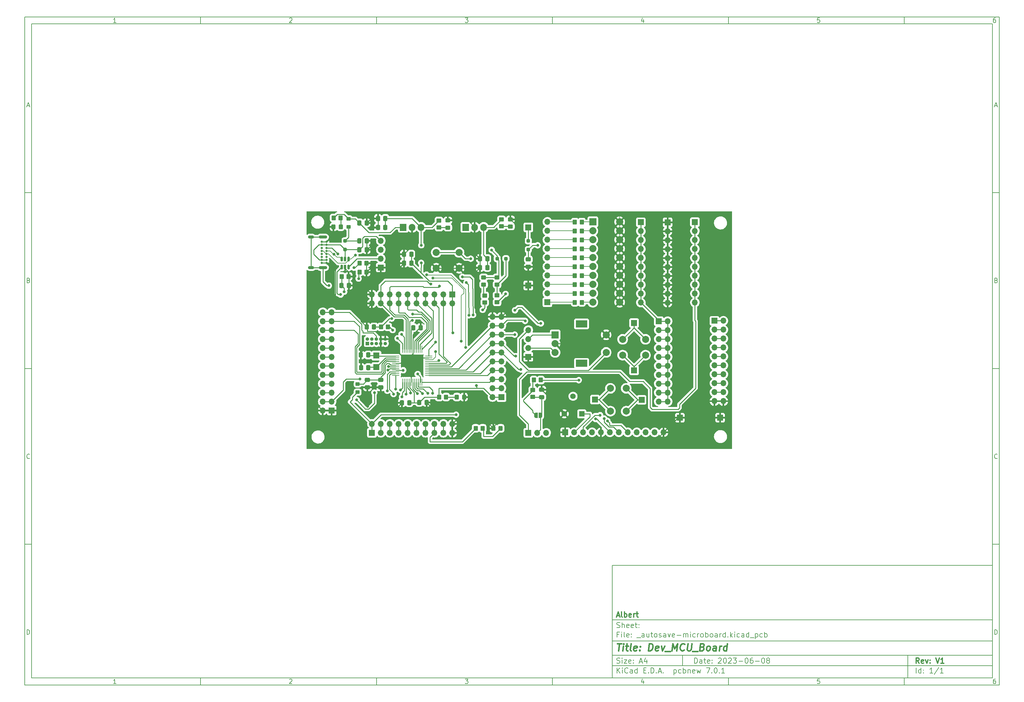
<source format=gbr>
%TF.GenerationSoftware,KiCad,Pcbnew,7.0.1*%
%TF.CreationDate,2023-06-08T12:37:53+02:00*%
%TF.ProjectId,_autosave-microboard,5f617574-6f73-4617-9665-2d6d6963726f,V1*%
%TF.SameCoordinates,Original*%
%TF.FileFunction,Copper,L1,Top*%
%TF.FilePolarity,Positive*%
%FSLAX46Y46*%
G04 Gerber Fmt 4.6, Leading zero omitted, Abs format (unit mm)*
G04 Created by KiCad (PCBNEW 7.0.1) date 2023-06-08 12:37:53*
%MOMM*%
%LPD*%
G01*
G04 APERTURE LIST*
G04 Aperture macros list*
%AMRoundRect*
0 Rectangle with rounded corners*
0 $1 Rounding radius*
0 $2 $3 $4 $5 $6 $7 $8 $9 X,Y pos of 4 corners*
0 Add a 4 corners polygon primitive as box body*
4,1,4,$2,$3,$4,$5,$6,$7,$8,$9,$2,$3,0*
0 Add four circle primitives for the rounded corners*
1,1,$1+$1,$2,$3*
1,1,$1+$1,$4,$5*
1,1,$1+$1,$6,$7*
1,1,$1+$1,$8,$9*
0 Add four rect primitives between the rounded corners*
20,1,$1+$1,$2,$3,$4,$5,0*
20,1,$1+$1,$4,$5,$6,$7,0*
20,1,$1+$1,$6,$7,$8,$9,0*
20,1,$1+$1,$8,$9,$2,$3,0*%
%AMFreePoly0*
4,1,19,0.500000,-0.750000,0.000000,-0.750000,0.000000,-0.744911,-0.071157,-0.744911,-0.207708,-0.704816,-0.327430,-0.627875,-0.420627,-0.520320,-0.479746,-0.390866,-0.500000,-0.250000,-0.500000,0.250000,-0.479746,0.390866,-0.420627,0.520320,-0.327430,0.627875,-0.207708,0.704816,-0.071157,0.744911,0.000000,0.744911,0.000000,0.750000,0.500000,0.750000,0.500000,-0.750000,0.500000,-0.750000,
$1*%
%AMFreePoly1*
4,1,19,0.000000,0.744911,0.071157,0.744911,0.207708,0.704816,0.327430,0.627875,0.420627,0.520320,0.479746,0.390866,0.500000,0.250000,0.500000,-0.250000,0.479746,-0.390866,0.420627,-0.520320,0.327430,-0.627875,0.207708,-0.704816,0.071157,-0.744911,0.000000,-0.744911,0.000000,-0.750000,-0.500000,-0.750000,-0.500000,0.750000,0.000000,0.750000,0.000000,0.744911,0.000000,0.744911,
$1*%
G04 Aperture macros list end*
%ADD10C,0.100000*%
%ADD11C,0.150000*%
%ADD12C,0.300000*%
%ADD13C,0.400000*%
%TA.AperFunction,ComponentPad*%
%ADD14R,1.700000X1.700000*%
%TD*%
%TA.AperFunction,ComponentPad*%
%ADD15O,1.700000X1.700000*%
%TD*%
%TA.AperFunction,SMDPad,CuDef*%
%ADD16RoundRect,0.250000X-0.350000X0.275000X-0.350000X-0.275000X0.350000X-0.275000X0.350000X0.275000X0*%
%TD*%
%TA.AperFunction,SMDPad,CuDef*%
%ADD17R,2.000000X0.250000*%
%TD*%
%TA.AperFunction,SMDPad,CuDef*%
%ADD18R,0.250000X2.000000*%
%TD*%
%TA.AperFunction,SMDPad,CuDef*%
%ADD19RoundRect,0.250000X-0.450000X0.350000X-0.450000X-0.350000X0.450000X-0.350000X0.450000X0.350000X0*%
%TD*%
%TA.AperFunction,SMDPad,CuDef*%
%ADD20RoundRect,0.250000X-0.337500X-0.475000X0.337500X-0.475000X0.337500X0.475000X-0.337500X0.475000X0*%
%TD*%
%TA.AperFunction,SMDPad,CuDef*%
%ADD21RoundRect,0.250000X-0.350000X-0.450000X0.350000X-0.450000X0.350000X0.450000X-0.350000X0.450000X0*%
%TD*%
%TA.AperFunction,ComponentPad*%
%ADD22C,2.000000*%
%TD*%
%TA.AperFunction,SMDPad,CuDef*%
%ADD23RoundRect,0.250000X-0.250000X0.250000X-0.250000X-0.250000X0.250000X-0.250000X0.250000X0.250000X0*%
%TD*%
%TA.AperFunction,SMDPad,CuDef*%
%ADD24RoundRect,0.250000X0.350000X0.450000X-0.350000X0.450000X-0.350000X-0.450000X0.350000X-0.450000X0*%
%TD*%
%TA.AperFunction,SMDPad,CuDef*%
%ADD25RoundRect,0.250000X-0.475000X0.337500X-0.475000X-0.337500X0.475000X-0.337500X0.475000X0.337500X0*%
%TD*%
%TA.AperFunction,ComponentPad*%
%ADD26C,0.650000*%
%TD*%
%TA.AperFunction,ComponentPad*%
%ADD27O,1.700000X0.900000*%
%TD*%
%TA.AperFunction,ComponentPad*%
%ADD28O,2.400000X0.900000*%
%TD*%
%TA.AperFunction,ComponentPad*%
%ADD29R,2.032000X2.032000*%
%TD*%
%TA.AperFunction,ComponentPad*%
%ADD30C,2.032000*%
%TD*%
%TA.AperFunction,ComponentPad*%
%ADD31R,1.905000X2.000000*%
%TD*%
%TA.AperFunction,ComponentPad*%
%ADD32O,1.905000X2.000000*%
%TD*%
%TA.AperFunction,ComponentPad*%
%ADD33R,2.000000X2.000000*%
%TD*%
%TA.AperFunction,ComponentPad*%
%ADD34R,3.200000X2.000000*%
%TD*%
%TA.AperFunction,SMDPad,CuDef*%
%ADD35RoundRect,0.250000X0.325000X0.450000X-0.325000X0.450000X-0.325000X-0.450000X0.325000X-0.450000X0*%
%TD*%
%TA.AperFunction,SMDPad,CuDef*%
%ADD36RoundRect,0.150000X0.150000X-0.512500X0.150000X0.512500X-0.150000X0.512500X-0.150000X-0.512500X0*%
%TD*%
%TA.AperFunction,SMDPad,CuDef*%
%ADD37RoundRect,0.250000X0.337500X0.475000X-0.337500X0.475000X-0.337500X-0.475000X0.337500X-0.475000X0*%
%TD*%
%TA.AperFunction,SMDPad,CuDef*%
%ADD38RoundRect,0.250000X0.350000X-0.275000X0.350000X0.275000X-0.350000X0.275000X-0.350000X-0.275000X0*%
%TD*%
%TA.AperFunction,ComponentPad*%
%ADD39R,1.560000X1.560000*%
%TD*%
%TA.AperFunction,ComponentPad*%
%ADD40C,1.560000*%
%TD*%
%TA.AperFunction,SMDPad,CuDef*%
%ADD41RoundRect,0.250000X0.250000X-0.250000X0.250000X0.250000X-0.250000X0.250000X-0.250000X-0.250000X0*%
%TD*%
%TA.AperFunction,ComponentPad*%
%ADD42R,1.000000X1.000000*%
%TD*%
%TA.AperFunction,ComponentPad*%
%ADD43O,1.000000X1.000000*%
%TD*%
%TA.AperFunction,SMDPad,CuDef*%
%ADD44RoundRect,0.250000X0.450000X-0.325000X0.450000X0.325000X-0.450000X0.325000X-0.450000X-0.325000X0*%
%TD*%
%TA.AperFunction,SMDPad,CuDef*%
%ADD45RoundRect,0.250000X0.250000X0.250000X-0.250000X0.250000X-0.250000X-0.250000X0.250000X-0.250000X0*%
%TD*%
%TA.AperFunction,SMDPad,CuDef*%
%ADD46R,1.800000X1.750000*%
%TD*%
%TA.AperFunction,SMDPad,CuDef*%
%ADD47RoundRect,0.250000X0.450000X-0.350000X0.450000X0.350000X-0.450000X0.350000X-0.450000X-0.350000X0*%
%TD*%
%TA.AperFunction,SMDPad,CuDef*%
%ADD48RoundRect,0.250000X-0.450000X0.325000X-0.450000X-0.325000X0.450000X-0.325000X0.450000X0.325000X0*%
%TD*%
%TA.AperFunction,SMDPad,CuDef*%
%ADD49RoundRect,0.250000X0.475000X-0.337500X0.475000X0.337500X-0.475000X0.337500X-0.475000X-0.337500X0*%
%TD*%
%TA.AperFunction,SMDPad,CuDef*%
%ADD50RoundRect,0.250000X-0.325000X-0.450000X0.325000X-0.450000X0.325000X0.450000X-0.325000X0.450000X0*%
%TD*%
%TA.AperFunction,SMDPad,CuDef*%
%ADD51FreePoly0,180.000000*%
%TD*%
%TA.AperFunction,SMDPad,CuDef*%
%ADD52FreePoly1,180.000000*%
%TD*%
%TA.AperFunction,ViaPad*%
%ADD53C,0.800000*%
%TD*%
%TA.AperFunction,Conductor*%
%ADD54C,0.250000*%
%TD*%
%TA.AperFunction,Conductor*%
%ADD55C,0.200000*%
%TD*%
G04 APERTURE END LIST*
D10*
D11*
X177002200Y-166007200D02*
X285002200Y-166007200D01*
X285002200Y-198007200D01*
X177002200Y-198007200D01*
X177002200Y-166007200D01*
D10*
D11*
X10000000Y-10000000D02*
X287002200Y-10000000D01*
X287002200Y-200007200D01*
X10000000Y-200007200D01*
X10000000Y-10000000D01*
D10*
D11*
X12000000Y-12000000D02*
X285002200Y-12000000D01*
X285002200Y-198007200D01*
X12000000Y-198007200D01*
X12000000Y-12000000D01*
D10*
D11*
X60000000Y-12000000D02*
X60000000Y-10000000D01*
D10*
D11*
X110000000Y-12000000D02*
X110000000Y-10000000D01*
D10*
D11*
X160000000Y-12000000D02*
X160000000Y-10000000D01*
D10*
D11*
X210000000Y-12000000D02*
X210000000Y-10000000D01*
D10*
D11*
X260000000Y-12000000D02*
X260000000Y-10000000D01*
D10*
D11*
X35990476Y-11601404D02*
X35247619Y-11601404D01*
X35619047Y-11601404D02*
X35619047Y-10301404D01*
X35619047Y-10301404D02*
X35495238Y-10487119D01*
X35495238Y-10487119D02*
X35371428Y-10610928D01*
X35371428Y-10610928D02*
X35247619Y-10672833D01*
D10*
D11*
X85247619Y-10425214D02*
X85309523Y-10363309D01*
X85309523Y-10363309D02*
X85433333Y-10301404D01*
X85433333Y-10301404D02*
X85742857Y-10301404D01*
X85742857Y-10301404D02*
X85866666Y-10363309D01*
X85866666Y-10363309D02*
X85928571Y-10425214D01*
X85928571Y-10425214D02*
X85990476Y-10549023D01*
X85990476Y-10549023D02*
X85990476Y-10672833D01*
X85990476Y-10672833D02*
X85928571Y-10858547D01*
X85928571Y-10858547D02*
X85185714Y-11601404D01*
X85185714Y-11601404D02*
X85990476Y-11601404D01*
D10*
D11*
X135185714Y-10301404D02*
X135990476Y-10301404D01*
X135990476Y-10301404D02*
X135557142Y-10796642D01*
X135557142Y-10796642D02*
X135742857Y-10796642D01*
X135742857Y-10796642D02*
X135866666Y-10858547D01*
X135866666Y-10858547D02*
X135928571Y-10920452D01*
X135928571Y-10920452D02*
X135990476Y-11044261D01*
X135990476Y-11044261D02*
X135990476Y-11353785D01*
X135990476Y-11353785D02*
X135928571Y-11477595D01*
X135928571Y-11477595D02*
X135866666Y-11539500D01*
X135866666Y-11539500D02*
X135742857Y-11601404D01*
X135742857Y-11601404D02*
X135371428Y-11601404D01*
X135371428Y-11601404D02*
X135247619Y-11539500D01*
X135247619Y-11539500D02*
X135185714Y-11477595D01*
D10*
D11*
X185866666Y-10734738D02*
X185866666Y-11601404D01*
X185557142Y-10239500D02*
X185247619Y-11168071D01*
X185247619Y-11168071D02*
X186052380Y-11168071D01*
D10*
D11*
X235928571Y-10301404D02*
X235309523Y-10301404D01*
X235309523Y-10301404D02*
X235247619Y-10920452D01*
X235247619Y-10920452D02*
X235309523Y-10858547D01*
X235309523Y-10858547D02*
X235433333Y-10796642D01*
X235433333Y-10796642D02*
X235742857Y-10796642D01*
X235742857Y-10796642D02*
X235866666Y-10858547D01*
X235866666Y-10858547D02*
X235928571Y-10920452D01*
X235928571Y-10920452D02*
X235990476Y-11044261D01*
X235990476Y-11044261D02*
X235990476Y-11353785D01*
X235990476Y-11353785D02*
X235928571Y-11477595D01*
X235928571Y-11477595D02*
X235866666Y-11539500D01*
X235866666Y-11539500D02*
X235742857Y-11601404D01*
X235742857Y-11601404D02*
X235433333Y-11601404D01*
X235433333Y-11601404D02*
X235309523Y-11539500D01*
X235309523Y-11539500D02*
X235247619Y-11477595D01*
D10*
D11*
X285866666Y-10301404D02*
X285619047Y-10301404D01*
X285619047Y-10301404D02*
X285495238Y-10363309D01*
X285495238Y-10363309D02*
X285433333Y-10425214D01*
X285433333Y-10425214D02*
X285309523Y-10610928D01*
X285309523Y-10610928D02*
X285247619Y-10858547D01*
X285247619Y-10858547D02*
X285247619Y-11353785D01*
X285247619Y-11353785D02*
X285309523Y-11477595D01*
X285309523Y-11477595D02*
X285371428Y-11539500D01*
X285371428Y-11539500D02*
X285495238Y-11601404D01*
X285495238Y-11601404D02*
X285742857Y-11601404D01*
X285742857Y-11601404D02*
X285866666Y-11539500D01*
X285866666Y-11539500D02*
X285928571Y-11477595D01*
X285928571Y-11477595D02*
X285990476Y-11353785D01*
X285990476Y-11353785D02*
X285990476Y-11044261D01*
X285990476Y-11044261D02*
X285928571Y-10920452D01*
X285928571Y-10920452D02*
X285866666Y-10858547D01*
X285866666Y-10858547D02*
X285742857Y-10796642D01*
X285742857Y-10796642D02*
X285495238Y-10796642D01*
X285495238Y-10796642D02*
X285371428Y-10858547D01*
X285371428Y-10858547D02*
X285309523Y-10920452D01*
X285309523Y-10920452D02*
X285247619Y-11044261D01*
D10*
D11*
X60000000Y-198007200D02*
X60000000Y-200007200D01*
D10*
D11*
X110000000Y-198007200D02*
X110000000Y-200007200D01*
D10*
D11*
X160000000Y-198007200D02*
X160000000Y-200007200D01*
D10*
D11*
X210000000Y-198007200D02*
X210000000Y-200007200D01*
D10*
D11*
X260000000Y-198007200D02*
X260000000Y-200007200D01*
D10*
D11*
X35990476Y-199608604D02*
X35247619Y-199608604D01*
X35619047Y-199608604D02*
X35619047Y-198308604D01*
X35619047Y-198308604D02*
X35495238Y-198494319D01*
X35495238Y-198494319D02*
X35371428Y-198618128D01*
X35371428Y-198618128D02*
X35247619Y-198680033D01*
D10*
D11*
X85247619Y-198432414D02*
X85309523Y-198370509D01*
X85309523Y-198370509D02*
X85433333Y-198308604D01*
X85433333Y-198308604D02*
X85742857Y-198308604D01*
X85742857Y-198308604D02*
X85866666Y-198370509D01*
X85866666Y-198370509D02*
X85928571Y-198432414D01*
X85928571Y-198432414D02*
X85990476Y-198556223D01*
X85990476Y-198556223D02*
X85990476Y-198680033D01*
X85990476Y-198680033D02*
X85928571Y-198865747D01*
X85928571Y-198865747D02*
X85185714Y-199608604D01*
X85185714Y-199608604D02*
X85990476Y-199608604D01*
D10*
D11*
X135185714Y-198308604D02*
X135990476Y-198308604D01*
X135990476Y-198308604D02*
X135557142Y-198803842D01*
X135557142Y-198803842D02*
X135742857Y-198803842D01*
X135742857Y-198803842D02*
X135866666Y-198865747D01*
X135866666Y-198865747D02*
X135928571Y-198927652D01*
X135928571Y-198927652D02*
X135990476Y-199051461D01*
X135990476Y-199051461D02*
X135990476Y-199360985D01*
X135990476Y-199360985D02*
X135928571Y-199484795D01*
X135928571Y-199484795D02*
X135866666Y-199546700D01*
X135866666Y-199546700D02*
X135742857Y-199608604D01*
X135742857Y-199608604D02*
X135371428Y-199608604D01*
X135371428Y-199608604D02*
X135247619Y-199546700D01*
X135247619Y-199546700D02*
X135185714Y-199484795D01*
D10*
D11*
X185866666Y-198741938D02*
X185866666Y-199608604D01*
X185557142Y-198246700D02*
X185247619Y-199175271D01*
X185247619Y-199175271D02*
X186052380Y-199175271D01*
D10*
D11*
X235928571Y-198308604D02*
X235309523Y-198308604D01*
X235309523Y-198308604D02*
X235247619Y-198927652D01*
X235247619Y-198927652D02*
X235309523Y-198865747D01*
X235309523Y-198865747D02*
X235433333Y-198803842D01*
X235433333Y-198803842D02*
X235742857Y-198803842D01*
X235742857Y-198803842D02*
X235866666Y-198865747D01*
X235866666Y-198865747D02*
X235928571Y-198927652D01*
X235928571Y-198927652D02*
X235990476Y-199051461D01*
X235990476Y-199051461D02*
X235990476Y-199360985D01*
X235990476Y-199360985D02*
X235928571Y-199484795D01*
X235928571Y-199484795D02*
X235866666Y-199546700D01*
X235866666Y-199546700D02*
X235742857Y-199608604D01*
X235742857Y-199608604D02*
X235433333Y-199608604D01*
X235433333Y-199608604D02*
X235309523Y-199546700D01*
X235309523Y-199546700D02*
X235247619Y-199484795D01*
D10*
D11*
X285866666Y-198308604D02*
X285619047Y-198308604D01*
X285619047Y-198308604D02*
X285495238Y-198370509D01*
X285495238Y-198370509D02*
X285433333Y-198432414D01*
X285433333Y-198432414D02*
X285309523Y-198618128D01*
X285309523Y-198618128D02*
X285247619Y-198865747D01*
X285247619Y-198865747D02*
X285247619Y-199360985D01*
X285247619Y-199360985D02*
X285309523Y-199484795D01*
X285309523Y-199484795D02*
X285371428Y-199546700D01*
X285371428Y-199546700D02*
X285495238Y-199608604D01*
X285495238Y-199608604D02*
X285742857Y-199608604D01*
X285742857Y-199608604D02*
X285866666Y-199546700D01*
X285866666Y-199546700D02*
X285928571Y-199484795D01*
X285928571Y-199484795D02*
X285990476Y-199360985D01*
X285990476Y-199360985D02*
X285990476Y-199051461D01*
X285990476Y-199051461D02*
X285928571Y-198927652D01*
X285928571Y-198927652D02*
X285866666Y-198865747D01*
X285866666Y-198865747D02*
X285742857Y-198803842D01*
X285742857Y-198803842D02*
X285495238Y-198803842D01*
X285495238Y-198803842D02*
X285371428Y-198865747D01*
X285371428Y-198865747D02*
X285309523Y-198927652D01*
X285309523Y-198927652D02*
X285247619Y-199051461D01*
D10*
D11*
X10000000Y-60000000D02*
X12000000Y-60000000D01*
D10*
D11*
X10000000Y-110000000D02*
X12000000Y-110000000D01*
D10*
D11*
X10000000Y-160000000D02*
X12000000Y-160000000D01*
D10*
D11*
X10690476Y-35229976D02*
X11309523Y-35229976D01*
X10566666Y-35601404D02*
X10999999Y-34301404D01*
X10999999Y-34301404D02*
X11433333Y-35601404D01*
D10*
D11*
X11092857Y-84920452D02*
X11278571Y-84982357D01*
X11278571Y-84982357D02*
X11340476Y-85044261D01*
X11340476Y-85044261D02*
X11402380Y-85168071D01*
X11402380Y-85168071D02*
X11402380Y-85353785D01*
X11402380Y-85353785D02*
X11340476Y-85477595D01*
X11340476Y-85477595D02*
X11278571Y-85539500D01*
X11278571Y-85539500D02*
X11154761Y-85601404D01*
X11154761Y-85601404D02*
X10659523Y-85601404D01*
X10659523Y-85601404D02*
X10659523Y-84301404D01*
X10659523Y-84301404D02*
X11092857Y-84301404D01*
X11092857Y-84301404D02*
X11216666Y-84363309D01*
X11216666Y-84363309D02*
X11278571Y-84425214D01*
X11278571Y-84425214D02*
X11340476Y-84549023D01*
X11340476Y-84549023D02*
X11340476Y-84672833D01*
X11340476Y-84672833D02*
X11278571Y-84796642D01*
X11278571Y-84796642D02*
X11216666Y-84858547D01*
X11216666Y-84858547D02*
X11092857Y-84920452D01*
X11092857Y-84920452D02*
X10659523Y-84920452D01*
D10*
D11*
X11402380Y-135477595D02*
X11340476Y-135539500D01*
X11340476Y-135539500D02*
X11154761Y-135601404D01*
X11154761Y-135601404D02*
X11030952Y-135601404D01*
X11030952Y-135601404D02*
X10845238Y-135539500D01*
X10845238Y-135539500D02*
X10721428Y-135415690D01*
X10721428Y-135415690D02*
X10659523Y-135291880D01*
X10659523Y-135291880D02*
X10597619Y-135044261D01*
X10597619Y-135044261D02*
X10597619Y-134858547D01*
X10597619Y-134858547D02*
X10659523Y-134610928D01*
X10659523Y-134610928D02*
X10721428Y-134487119D01*
X10721428Y-134487119D02*
X10845238Y-134363309D01*
X10845238Y-134363309D02*
X11030952Y-134301404D01*
X11030952Y-134301404D02*
X11154761Y-134301404D01*
X11154761Y-134301404D02*
X11340476Y-134363309D01*
X11340476Y-134363309D02*
X11402380Y-134425214D01*
D10*
D11*
X10659523Y-185601404D02*
X10659523Y-184301404D01*
X10659523Y-184301404D02*
X10969047Y-184301404D01*
X10969047Y-184301404D02*
X11154761Y-184363309D01*
X11154761Y-184363309D02*
X11278571Y-184487119D01*
X11278571Y-184487119D02*
X11340476Y-184610928D01*
X11340476Y-184610928D02*
X11402380Y-184858547D01*
X11402380Y-184858547D02*
X11402380Y-185044261D01*
X11402380Y-185044261D02*
X11340476Y-185291880D01*
X11340476Y-185291880D02*
X11278571Y-185415690D01*
X11278571Y-185415690D02*
X11154761Y-185539500D01*
X11154761Y-185539500D02*
X10969047Y-185601404D01*
X10969047Y-185601404D02*
X10659523Y-185601404D01*
D10*
D11*
X287002200Y-60000000D02*
X285002200Y-60000000D01*
D10*
D11*
X287002200Y-110000000D02*
X285002200Y-110000000D01*
D10*
D11*
X287002200Y-160000000D02*
X285002200Y-160000000D01*
D10*
D11*
X285692676Y-35229976D02*
X286311723Y-35229976D01*
X285568866Y-35601404D02*
X286002199Y-34301404D01*
X286002199Y-34301404D02*
X286435533Y-35601404D01*
D10*
D11*
X286095057Y-84920452D02*
X286280771Y-84982357D01*
X286280771Y-84982357D02*
X286342676Y-85044261D01*
X286342676Y-85044261D02*
X286404580Y-85168071D01*
X286404580Y-85168071D02*
X286404580Y-85353785D01*
X286404580Y-85353785D02*
X286342676Y-85477595D01*
X286342676Y-85477595D02*
X286280771Y-85539500D01*
X286280771Y-85539500D02*
X286156961Y-85601404D01*
X286156961Y-85601404D02*
X285661723Y-85601404D01*
X285661723Y-85601404D02*
X285661723Y-84301404D01*
X285661723Y-84301404D02*
X286095057Y-84301404D01*
X286095057Y-84301404D02*
X286218866Y-84363309D01*
X286218866Y-84363309D02*
X286280771Y-84425214D01*
X286280771Y-84425214D02*
X286342676Y-84549023D01*
X286342676Y-84549023D02*
X286342676Y-84672833D01*
X286342676Y-84672833D02*
X286280771Y-84796642D01*
X286280771Y-84796642D02*
X286218866Y-84858547D01*
X286218866Y-84858547D02*
X286095057Y-84920452D01*
X286095057Y-84920452D02*
X285661723Y-84920452D01*
D10*
D11*
X286404580Y-135477595D02*
X286342676Y-135539500D01*
X286342676Y-135539500D02*
X286156961Y-135601404D01*
X286156961Y-135601404D02*
X286033152Y-135601404D01*
X286033152Y-135601404D02*
X285847438Y-135539500D01*
X285847438Y-135539500D02*
X285723628Y-135415690D01*
X285723628Y-135415690D02*
X285661723Y-135291880D01*
X285661723Y-135291880D02*
X285599819Y-135044261D01*
X285599819Y-135044261D02*
X285599819Y-134858547D01*
X285599819Y-134858547D02*
X285661723Y-134610928D01*
X285661723Y-134610928D02*
X285723628Y-134487119D01*
X285723628Y-134487119D02*
X285847438Y-134363309D01*
X285847438Y-134363309D02*
X286033152Y-134301404D01*
X286033152Y-134301404D02*
X286156961Y-134301404D01*
X286156961Y-134301404D02*
X286342676Y-134363309D01*
X286342676Y-134363309D02*
X286404580Y-134425214D01*
D10*
D11*
X285661723Y-185601404D02*
X285661723Y-184301404D01*
X285661723Y-184301404D02*
X285971247Y-184301404D01*
X285971247Y-184301404D02*
X286156961Y-184363309D01*
X286156961Y-184363309D02*
X286280771Y-184487119D01*
X286280771Y-184487119D02*
X286342676Y-184610928D01*
X286342676Y-184610928D02*
X286404580Y-184858547D01*
X286404580Y-184858547D02*
X286404580Y-185044261D01*
X286404580Y-185044261D02*
X286342676Y-185291880D01*
X286342676Y-185291880D02*
X286280771Y-185415690D01*
X286280771Y-185415690D02*
X286156961Y-185539500D01*
X286156961Y-185539500D02*
X285971247Y-185601404D01*
X285971247Y-185601404D02*
X285661723Y-185601404D01*
D10*
D11*
X200359342Y-193801128D02*
X200359342Y-192301128D01*
X200359342Y-192301128D02*
X200716485Y-192301128D01*
X200716485Y-192301128D02*
X200930771Y-192372557D01*
X200930771Y-192372557D02*
X201073628Y-192515414D01*
X201073628Y-192515414D02*
X201145057Y-192658271D01*
X201145057Y-192658271D02*
X201216485Y-192943985D01*
X201216485Y-192943985D02*
X201216485Y-193158271D01*
X201216485Y-193158271D02*
X201145057Y-193443985D01*
X201145057Y-193443985D02*
X201073628Y-193586842D01*
X201073628Y-193586842D02*
X200930771Y-193729700D01*
X200930771Y-193729700D02*
X200716485Y-193801128D01*
X200716485Y-193801128D02*
X200359342Y-193801128D01*
X202502200Y-193801128D02*
X202502200Y-193015414D01*
X202502200Y-193015414D02*
X202430771Y-192872557D01*
X202430771Y-192872557D02*
X202287914Y-192801128D01*
X202287914Y-192801128D02*
X202002200Y-192801128D01*
X202002200Y-192801128D02*
X201859342Y-192872557D01*
X202502200Y-193729700D02*
X202359342Y-193801128D01*
X202359342Y-193801128D02*
X202002200Y-193801128D01*
X202002200Y-193801128D02*
X201859342Y-193729700D01*
X201859342Y-193729700D02*
X201787914Y-193586842D01*
X201787914Y-193586842D02*
X201787914Y-193443985D01*
X201787914Y-193443985D02*
X201859342Y-193301128D01*
X201859342Y-193301128D02*
X202002200Y-193229700D01*
X202002200Y-193229700D02*
X202359342Y-193229700D01*
X202359342Y-193229700D02*
X202502200Y-193158271D01*
X203002200Y-192801128D02*
X203573628Y-192801128D01*
X203216485Y-192301128D02*
X203216485Y-193586842D01*
X203216485Y-193586842D02*
X203287914Y-193729700D01*
X203287914Y-193729700D02*
X203430771Y-193801128D01*
X203430771Y-193801128D02*
X203573628Y-193801128D01*
X204645057Y-193729700D02*
X204502200Y-193801128D01*
X204502200Y-193801128D02*
X204216486Y-193801128D01*
X204216486Y-193801128D02*
X204073628Y-193729700D01*
X204073628Y-193729700D02*
X204002200Y-193586842D01*
X204002200Y-193586842D02*
X204002200Y-193015414D01*
X204002200Y-193015414D02*
X204073628Y-192872557D01*
X204073628Y-192872557D02*
X204216486Y-192801128D01*
X204216486Y-192801128D02*
X204502200Y-192801128D01*
X204502200Y-192801128D02*
X204645057Y-192872557D01*
X204645057Y-192872557D02*
X204716486Y-193015414D01*
X204716486Y-193015414D02*
X204716486Y-193158271D01*
X204716486Y-193158271D02*
X204002200Y-193301128D01*
X205359342Y-193658271D02*
X205430771Y-193729700D01*
X205430771Y-193729700D02*
X205359342Y-193801128D01*
X205359342Y-193801128D02*
X205287914Y-193729700D01*
X205287914Y-193729700D02*
X205359342Y-193658271D01*
X205359342Y-193658271D02*
X205359342Y-193801128D01*
X205359342Y-192872557D02*
X205430771Y-192943985D01*
X205430771Y-192943985D02*
X205359342Y-193015414D01*
X205359342Y-193015414D02*
X205287914Y-192943985D01*
X205287914Y-192943985D02*
X205359342Y-192872557D01*
X205359342Y-192872557D02*
X205359342Y-193015414D01*
X207145057Y-192443985D02*
X207216485Y-192372557D01*
X207216485Y-192372557D02*
X207359343Y-192301128D01*
X207359343Y-192301128D02*
X207716485Y-192301128D01*
X207716485Y-192301128D02*
X207859343Y-192372557D01*
X207859343Y-192372557D02*
X207930771Y-192443985D01*
X207930771Y-192443985D02*
X208002200Y-192586842D01*
X208002200Y-192586842D02*
X208002200Y-192729700D01*
X208002200Y-192729700D02*
X207930771Y-192943985D01*
X207930771Y-192943985D02*
X207073628Y-193801128D01*
X207073628Y-193801128D02*
X208002200Y-193801128D01*
X208930771Y-192301128D02*
X209073628Y-192301128D01*
X209073628Y-192301128D02*
X209216485Y-192372557D01*
X209216485Y-192372557D02*
X209287914Y-192443985D01*
X209287914Y-192443985D02*
X209359342Y-192586842D01*
X209359342Y-192586842D02*
X209430771Y-192872557D01*
X209430771Y-192872557D02*
X209430771Y-193229700D01*
X209430771Y-193229700D02*
X209359342Y-193515414D01*
X209359342Y-193515414D02*
X209287914Y-193658271D01*
X209287914Y-193658271D02*
X209216485Y-193729700D01*
X209216485Y-193729700D02*
X209073628Y-193801128D01*
X209073628Y-193801128D02*
X208930771Y-193801128D01*
X208930771Y-193801128D02*
X208787914Y-193729700D01*
X208787914Y-193729700D02*
X208716485Y-193658271D01*
X208716485Y-193658271D02*
X208645056Y-193515414D01*
X208645056Y-193515414D02*
X208573628Y-193229700D01*
X208573628Y-193229700D02*
X208573628Y-192872557D01*
X208573628Y-192872557D02*
X208645056Y-192586842D01*
X208645056Y-192586842D02*
X208716485Y-192443985D01*
X208716485Y-192443985D02*
X208787914Y-192372557D01*
X208787914Y-192372557D02*
X208930771Y-192301128D01*
X210002199Y-192443985D02*
X210073627Y-192372557D01*
X210073627Y-192372557D02*
X210216485Y-192301128D01*
X210216485Y-192301128D02*
X210573627Y-192301128D01*
X210573627Y-192301128D02*
X210716485Y-192372557D01*
X210716485Y-192372557D02*
X210787913Y-192443985D01*
X210787913Y-192443985D02*
X210859342Y-192586842D01*
X210859342Y-192586842D02*
X210859342Y-192729700D01*
X210859342Y-192729700D02*
X210787913Y-192943985D01*
X210787913Y-192943985D02*
X209930770Y-193801128D01*
X209930770Y-193801128D02*
X210859342Y-193801128D01*
X211359341Y-192301128D02*
X212287913Y-192301128D01*
X212287913Y-192301128D02*
X211787913Y-192872557D01*
X211787913Y-192872557D02*
X212002198Y-192872557D01*
X212002198Y-192872557D02*
X212145056Y-192943985D01*
X212145056Y-192943985D02*
X212216484Y-193015414D01*
X212216484Y-193015414D02*
X212287913Y-193158271D01*
X212287913Y-193158271D02*
X212287913Y-193515414D01*
X212287913Y-193515414D02*
X212216484Y-193658271D01*
X212216484Y-193658271D02*
X212145056Y-193729700D01*
X212145056Y-193729700D02*
X212002198Y-193801128D01*
X212002198Y-193801128D02*
X211573627Y-193801128D01*
X211573627Y-193801128D02*
X211430770Y-193729700D01*
X211430770Y-193729700D02*
X211359341Y-193658271D01*
X212930769Y-193229700D02*
X214073627Y-193229700D01*
X215073627Y-192301128D02*
X215216484Y-192301128D01*
X215216484Y-192301128D02*
X215359341Y-192372557D01*
X215359341Y-192372557D02*
X215430770Y-192443985D01*
X215430770Y-192443985D02*
X215502198Y-192586842D01*
X215502198Y-192586842D02*
X215573627Y-192872557D01*
X215573627Y-192872557D02*
X215573627Y-193229700D01*
X215573627Y-193229700D02*
X215502198Y-193515414D01*
X215502198Y-193515414D02*
X215430770Y-193658271D01*
X215430770Y-193658271D02*
X215359341Y-193729700D01*
X215359341Y-193729700D02*
X215216484Y-193801128D01*
X215216484Y-193801128D02*
X215073627Y-193801128D01*
X215073627Y-193801128D02*
X214930770Y-193729700D01*
X214930770Y-193729700D02*
X214859341Y-193658271D01*
X214859341Y-193658271D02*
X214787912Y-193515414D01*
X214787912Y-193515414D02*
X214716484Y-193229700D01*
X214716484Y-193229700D02*
X214716484Y-192872557D01*
X214716484Y-192872557D02*
X214787912Y-192586842D01*
X214787912Y-192586842D02*
X214859341Y-192443985D01*
X214859341Y-192443985D02*
X214930770Y-192372557D01*
X214930770Y-192372557D02*
X215073627Y-192301128D01*
X216859341Y-192301128D02*
X216573626Y-192301128D01*
X216573626Y-192301128D02*
X216430769Y-192372557D01*
X216430769Y-192372557D02*
X216359341Y-192443985D01*
X216359341Y-192443985D02*
X216216483Y-192658271D01*
X216216483Y-192658271D02*
X216145055Y-192943985D01*
X216145055Y-192943985D02*
X216145055Y-193515414D01*
X216145055Y-193515414D02*
X216216483Y-193658271D01*
X216216483Y-193658271D02*
X216287912Y-193729700D01*
X216287912Y-193729700D02*
X216430769Y-193801128D01*
X216430769Y-193801128D02*
X216716483Y-193801128D01*
X216716483Y-193801128D02*
X216859341Y-193729700D01*
X216859341Y-193729700D02*
X216930769Y-193658271D01*
X216930769Y-193658271D02*
X217002198Y-193515414D01*
X217002198Y-193515414D02*
X217002198Y-193158271D01*
X217002198Y-193158271D02*
X216930769Y-193015414D01*
X216930769Y-193015414D02*
X216859341Y-192943985D01*
X216859341Y-192943985D02*
X216716483Y-192872557D01*
X216716483Y-192872557D02*
X216430769Y-192872557D01*
X216430769Y-192872557D02*
X216287912Y-192943985D01*
X216287912Y-192943985D02*
X216216483Y-193015414D01*
X216216483Y-193015414D02*
X216145055Y-193158271D01*
X217645054Y-193229700D02*
X218787912Y-193229700D01*
X219787912Y-192301128D02*
X219930769Y-192301128D01*
X219930769Y-192301128D02*
X220073626Y-192372557D01*
X220073626Y-192372557D02*
X220145055Y-192443985D01*
X220145055Y-192443985D02*
X220216483Y-192586842D01*
X220216483Y-192586842D02*
X220287912Y-192872557D01*
X220287912Y-192872557D02*
X220287912Y-193229700D01*
X220287912Y-193229700D02*
X220216483Y-193515414D01*
X220216483Y-193515414D02*
X220145055Y-193658271D01*
X220145055Y-193658271D02*
X220073626Y-193729700D01*
X220073626Y-193729700D02*
X219930769Y-193801128D01*
X219930769Y-193801128D02*
X219787912Y-193801128D01*
X219787912Y-193801128D02*
X219645055Y-193729700D01*
X219645055Y-193729700D02*
X219573626Y-193658271D01*
X219573626Y-193658271D02*
X219502197Y-193515414D01*
X219502197Y-193515414D02*
X219430769Y-193229700D01*
X219430769Y-193229700D02*
X219430769Y-192872557D01*
X219430769Y-192872557D02*
X219502197Y-192586842D01*
X219502197Y-192586842D02*
X219573626Y-192443985D01*
X219573626Y-192443985D02*
X219645055Y-192372557D01*
X219645055Y-192372557D02*
X219787912Y-192301128D01*
X221145054Y-192943985D02*
X221002197Y-192872557D01*
X221002197Y-192872557D02*
X220930768Y-192801128D01*
X220930768Y-192801128D02*
X220859340Y-192658271D01*
X220859340Y-192658271D02*
X220859340Y-192586842D01*
X220859340Y-192586842D02*
X220930768Y-192443985D01*
X220930768Y-192443985D02*
X221002197Y-192372557D01*
X221002197Y-192372557D02*
X221145054Y-192301128D01*
X221145054Y-192301128D02*
X221430768Y-192301128D01*
X221430768Y-192301128D02*
X221573626Y-192372557D01*
X221573626Y-192372557D02*
X221645054Y-192443985D01*
X221645054Y-192443985D02*
X221716483Y-192586842D01*
X221716483Y-192586842D02*
X221716483Y-192658271D01*
X221716483Y-192658271D02*
X221645054Y-192801128D01*
X221645054Y-192801128D02*
X221573626Y-192872557D01*
X221573626Y-192872557D02*
X221430768Y-192943985D01*
X221430768Y-192943985D02*
X221145054Y-192943985D01*
X221145054Y-192943985D02*
X221002197Y-193015414D01*
X221002197Y-193015414D02*
X220930768Y-193086842D01*
X220930768Y-193086842D02*
X220859340Y-193229700D01*
X220859340Y-193229700D02*
X220859340Y-193515414D01*
X220859340Y-193515414D02*
X220930768Y-193658271D01*
X220930768Y-193658271D02*
X221002197Y-193729700D01*
X221002197Y-193729700D02*
X221145054Y-193801128D01*
X221145054Y-193801128D02*
X221430768Y-193801128D01*
X221430768Y-193801128D02*
X221573626Y-193729700D01*
X221573626Y-193729700D02*
X221645054Y-193658271D01*
X221645054Y-193658271D02*
X221716483Y-193515414D01*
X221716483Y-193515414D02*
X221716483Y-193229700D01*
X221716483Y-193229700D02*
X221645054Y-193086842D01*
X221645054Y-193086842D02*
X221573626Y-193015414D01*
X221573626Y-193015414D02*
X221430768Y-192943985D01*
D10*
D11*
X177002200Y-194507200D02*
X285002200Y-194507200D01*
D10*
D11*
X178359342Y-196601128D02*
X178359342Y-195101128D01*
X179216485Y-196601128D02*
X178573628Y-195743985D01*
X179216485Y-195101128D02*
X178359342Y-195958271D01*
X179859342Y-196601128D02*
X179859342Y-195601128D01*
X179859342Y-195101128D02*
X179787914Y-195172557D01*
X179787914Y-195172557D02*
X179859342Y-195243985D01*
X179859342Y-195243985D02*
X179930771Y-195172557D01*
X179930771Y-195172557D02*
X179859342Y-195101128D01*
X179859342Y-195101128D02*
X179859342Y-195243985D01*
X181430771Y-196458271D02*
X181359343Y-196529700D01*
X181359343Y-196529700D02*
X181145057Y-196601128D01*
X181145057Y-196601128D02*
X181002200Y-196601128D01*
X181002200Y-196601128D02*
X180787914Y-196529700D01*
X180787914Y-196529700D02*
X180645057Y-196386842D01*
X180645057Y-196386842D02*
X180573628Y-196243985D01*
X180573628Y-196243985D02*
X180502200Y-195958271D01*
X180502200Y-195958271D02*
X180502200Y-195743985D01*
X180502200Y-195743985D02*
X180573628Y-195458271D01*
X180573628Y-195458271D02*
X180645057Y-195315414D01*
X180645057Y-195315414D02*
X180787914Y-195172557D01*
X180787914Y-195172557D02*
X181002200Y-195101128D01*
X181002200Y-195101128D02*
X181145057Y-195101128D01*
X181145057Y-195101128D02*
X181359343Y-195172557D01*
X181359343Y-195172557D02*
X181430771Y-195243985D01*
X182716486Y-196601128D02*
X182716486Y-195815414D01*
X182716486Y-195815414D02*
X182645057Y-195672557D01*
X182645057Y-195672557D02*
X182502200Y-195601128D01*
X182502200Y-195601128D02*
X182216486Y-195601128D01*
X182216486Y-195601128D02*
X182073628Y-195672557D01*
X182716486Y-196529700D02*
X182573628Y-196601128D01*
X182573628Y-196601128D02*
X182216486Y-196601128D01*
X182216486Y-196601128D02*
X182073628Y-196529700D01*
X182073628Y-196529700D02*
X182002200Y-196386842D01*
X182002200Y-196386842D02*
X182002200Y-196243985D01*
X182002200Y-196243985D02*
X182073628Y-196101128D01*
X182073628Y-196101128D02*
X182216486Y-196029700D01*
X182216486Y-196029700D02*
X182573628Y-196029700D01*
X182573628Y-196029700D02*
X182716486Y-195958271D01*
X184073629Y-196601128D02*
X184073629Y-195101128D01*
X184073629Y-196529700D02*
X183930771Y-196601128D01*
X183930771Y-196601128D02*
X183645057Y-196601128D01*
X183645057Y-196601128D02*
X183502200Y-196529700D01*
X183502200Y-196529700D02*
X183430771Y-196458271D01*
X183430771Y-196458271D02*
X183359343Y-196315414D01*
X183359343Y-196315414D02*
X183359343Y-195886842D01*
X183359343Y-195886842D02*
X183430771Y-195743985D01*
X183430771Y-195743985D02*
X183502200Y-195672557D01*
X183502200Y-195672557D02*
X183645057Y-195601128D01*
X183645057Y-195601128D02*
X183930771Y-195601128D01*
X183930771Y-195601128D02*
X184073629Y-195672557D01*
X185930771Y-195815414D02*
X186430771Y-195815414D01*
X186645057Y-196601128D02*
X185930771Y-196601128D01*
X185930771Y-196601128D02*
X185930771Y-195101128D01*
X185930771Y-195101128D02*
X186645057Y-195101128D01*
X187287914Y-196458271D02*
X187359343Y-196529700D01*
X187359343Y-196529700D02*
X187287914Y-196601128D01*
X187287914Y-196601128D02*
X187216486Y-196529700D01*
X187216486Y-196529700D02*
X187287914Y-196458271D01*
X187287914Y-196458271D02*
X187287914Y-196601128D01*
X188002200Y-196601128D02*
X188002200Y-195101128D01*
X188002200Y-195101128D02*
X188359343Y-195101128D01*
X188359343Y-195101128D02*
X188573629Y-195172557D01*
X188573629Y-195172557D02*
X188716486Y-195315414D01*
X188716486Y-195315414D02*
X188787915Y-195458271D01*
X188787915Y-195458271D02*
X188859343Y-195743985D01*
X188859343Y-195743985D02*
X188859343Y-195958271D01*
X188859343Y-195958271D02*
X188787915Y-196243985D01*
X188787915Y-196243985D02*
X188716486Y-196386842D01*
X188716486Y-196386842D02*
X188573629Y-196529700D01*
X188573629Y-196529700D02*
X188359343Y-196601128D01*
X188359343Y-196601128D02*
X188002200Y-196601128D01*
X189502200Y-196458271D02*
X189573629Y-196529700D01*
X189573629Y-196529700D02*
X189502200Y-196601128D01*
X189502200Y-196601128D02*
X189430772Y-196529700D01*
X189430772Y-196529700D02*
X189502200Y-196458271D01*
X189502200Y-196458271D02*
X189502200Y-196601128D01*
X190145058Y-196172557D02*
X190859344Y-196172557D01*
X190002201Y-196601128D02*
X190502201Y-195101128D01*
X190502201Y-195101128D02*
X191002201Y-196601128D01*
X191502200Y-196458271D02*
X191573629Y-196529700D01*
X191573629Y-196529700D02*
X191502200Y-196601128D01*
X191502200Y-196601128D02*
X191430772Y-196529700D01*
X191430772Y-196529700D02*
X191502200Y-196458271D01*
X191502200Y-196458271D02*
X191502200Y-196601128D01*
X194502200Y-195601128D02*
X194502200Y-197101128D01*
X194502200Y-195672557D02*
X194645058Y-195601128D01*
X194645058Y-195601128D02*
X194930772Y-195601128D01*
X194930772Y-195601128D02*
X195073629Y-195672557D01*
X195073629Y-195672557D02*
X195145058Y-195743985D01*
X195145058Y-195743985D02*
X195216486Y-195886842D01*
X195216486Y-195886842D02*
X195216486Y-196315414D01*
X195216486Y-196315414D02*
X195145058Y-196458271D01*
X195145058Y-196458271D02*
X195073629Y-196529700D01*
X195073629Y-196529700D02*
X194930772Y-196601128D01*
X194930772Y-196601128D02*
X194645058Y-196601128D01*
X194645058Y-196601128D02*
X194502200Y-196529700D01*
X196502201Y-196529700D02*
X196359343Y-196601128D01*
X196359343Y-196601128D02*
X196073629Y-196601128D01*
X196073629Y-196601128D02*
X195930772Y-196529700D01*
X195930772Y-196529700D02*
X195859343Y-196458271D01*
X195859343Y-196458271D02*
X195787915Y-196315414D01*
X195787915Y-196315414D02*
X195787915Y-195886842D01*
X195787915Y-195886842D02*
X195859343Y-195743985D01*
X195859343Y-195743985D02*
X195930772Y-195672557D01*
X195930772Y-195672557D02*
X196073629Y-195601128D01*
X196073629Y-195601128D02*
X196359343Y-195601128D01*
X196359343Y-195601128D02*
X196502201Y-195672557D01*
X197145057Y-196601128D02*
X197145057Y-195101128D01*
X197145057Y-195672557D02*
X197287915Y-195601128D01*
X197287915Y-195601128D02*
X197573629Y-195601128D01*
X197573629Y-195601128D02*
X197716486Y-195672557D01*
X197716486Y-195672557D02*
X197787915Y-195743985D01*
X197787915Y-195743985D02*
X197859343Y-195886842D01*
X197859343Y-195886842D02*
X197859343Y-196315414D01*
X197859343Y-196315414D02*
X197787915Y-196458271D01*
X197787915Y-196458271D02*
X197716486Y-196529700D01*
X197716486Y-196529700D02*
X197573629Y-196601128D01*
X197573629Y-196601128D02*
X197287915Y-196601128D01*
X197287915Y-196601128D02*
X197145057Y-196529700D01*
X198502200Y-195601128D02*
X198502200Y-196601128D01*
X198502200Y-195743985D02*
X198573629Y-195672557D01*
X198573629Y-195672557D02*
X198716486Y-195601128D01*
X198716486Y-195601128D02*
X198930772Y-195601128D01*
X198930772Y-195601128D02*
X199073629Y-195672557D01*
X199073629Y-195672557D02*
X199145058Y-195815414D01*
X199145058Y-195815414D02*
X199145058Y-196601128D01*
X200430772Y-196529700D02*
X200287915Y-196601128D01*
X200287915Y-196601128D02*
X200002201Y-196601128D01*
X200002201Y-196601128D02*
X199859343Y-196529700D01*
X199859343Y-196529700D02*
X199787915Y-196386842D01*
X199787915Y-196386842D02*
X199787915Y-195815414D01*
X199787915Y-195815414D02*
X199859343Y-195672557D01*
X199859343Y-195672557D02*
X200002201Y-195601128D01*
X200002201Y-195601128D02*
X200287915Y-195601128D01*
X200287915Y-195601128D02*
X200430772Y-195672557D01*
X200430772Y-195672557D02*
X200502201Y-195815414D01*
X200502201Y-195815414D02*
X200502201Y-195958271D01*
X200502201Y-195958271D02*
X199787915Y-196101128D01*
X201002200Y-195601128D02*
X201287915Y-196601128D01*
X201287915Y-196601128D02*
X201573629Y-195886842D01*
X201573629Y-195886842D02*
X201859343Y-196601128D01*
X201859343Y-196601128D02*
X202145057Y-195601128D01*
X203716486Y-195101128D02*
X204716486Y-195101128D01*
X204716486Y-195101128D02*
X204073629Y-196601128D01*
X205287914Y-196458271D02*
X205359343Y-196529700D01*
X205359343Y-196529700D02*
X205287914Y-196601128D01*
X205287914Y-196601128D02*
X205216486Y-196529700D01*
X205216486Y-196529700D02*
X205287914Y-196458271D01*
X205287914Y-196458271D02*
X205287914Y-196601128D01*
X206287915Y-195101128D02*
X206430772Y-195101128D01*
X206430772Y-195101128D02*
X206573629Y-195172557D01*
X206573629Y-195172557D02*
X206645058Y-195243985D01*
X206645058Y-195243985D02*
X206716486Y-195386842D01*
X206716486Y-195386842D02*
X206787915Y-195672557D01*
X206787915Y-195672557D02*
X206787915Y-196029700D01*
X206787915Y-196029700D02*
X206716486Y-196315414D01*
X206716486Y-196315414D02*
X206645058Y-196458271D01*
X206645058Y-196458271D02*
X206573629Y-196529700D01*
X206573629Y-196529700D02*
X206430772Y-196601128D01*
X206430772Y-196601128D02*
X206287915Y-196601128D01*
X206287915Y-196601128D02*
X206145058Y-196529700D01*
X206145058Y-196529700D02*
X206073629Y-196458271D01*
X206073629Y-196458271D02*
X206002200Y-196315414D01*
X206002200Y-196315414D02*
X205930772Y-196029700D01*
X205930772Y-196029700D02*
X205930772Y-195672557D01*
X205930772Y-195672557D02*
X206002200Y-195386842D01*
X206002200Y-195386842D02*
X206073629Y-195243985D01*
X206073629Y-195243985D02*
X206145058Y-195172557D01*
X206145058Y-195172557D02*
X206287915Y-195101128D01*
X207430771Y-196458271D02*
X207502200Y-196529700D01*
X207502200Y-196529700D02*
X207430771Y-196601128D01*
X207430771Y-196601128D02*
X207359343Y-196529700D01*
X207359343Y-196529700D02*
X207430771Y-196458271D01*
X207430771Y-196458271D02*
X207430771Y-196601128D01*
X208930772Y-196601128D02*
X208073629Y-196601128D01*
X208502200Y-196601128D02*
X208502200Y-195101128D01*
X208502200Y-195101128D02*
X208359343Y-195315414D01*
X208359343Y-195315414D02*
X208216486Y-195458271D01*
X208216486Y-195458271D02*
X208073629Y-195529700D01*
D10*
D11*
X177002200Y-191507200D02*
X285002200Y-191507200D01*
D10*
D12*
X264216485Y-193801128D02*
X263716485Y-193086842D01*
X263359342Y-193801128D02*
X263359342Y-192301128D01*
X263359342Y-192301128D02*
X263930771Y-192301128D01*
X263930771Y-192301128D02*
X264073628Y-192372557D01*
X264073628Y-192372557D02*
X264145057Y-192443985D01*
X264145057Y-192443985D02*
X264216485Y-192586842D01*
X264216485Y-192586842D02*
X264216485Y-192801128D01*
X264216485Y-192801128D02*
X264145057Y-192943985D01*
X264145057Y-192943985D02*
X264073628Y-193015414D01*
X264073628Y-193015414D02*
X263930771Y-193086842D01*
X263930771Y-193086842D02*
X263359342Y-193086842D01*
X265430771Y-193729700D02*
X265287914Y-193801128D01*
X265287914Y-193801128D02*
X265002200Y-193801128D01*
X265002200Y-193801128D02*
X264859342Y-193729700D01*
X264859342Y-193729700D02*
X264787914Y-193586842D01*
X264787914Y-193586842D02*
X264787914Y-193015414D01*
X264787914Y-193015414D02*
X264859342Y-192872557D01*
X264859342Y-192872557D02*
X265002200Y-192801128D01*
X265002200Y-192801128D02*
X265287914Y-192801128D01*
X265287914Y-192801128D02*
X265430771Y-192872557D01*
X265430771Y-192872557D02*
X265502200Y-193015414D01*
X265502200Y-193015414D02*
X265502200Y-193158271D01*
X265502200Y-193158271D02*
X264787914Y-193301128D01*
X266002199Y-192801128D02*
X266359342Y-193801128D01*
X266359342Y-193801128D02*
X266716485Y-192801128D01*
X267287913Y-193658271D02*
X267359342Y-193729700D01*
X267359342Y-193729700D02*
X267287913Y-193801128D01*
X267287913Y-193801128D02*
X267216485Y-193729700D01*
X267216485Y-193729700D02*
X267287913Y-193658271D01*
X267287913Y-193658271D02*
X267287913Y-193801128D01*
X267287913Y-192872557D02*
X267359342Y-192943985D01*
X267359342Y-192943985D02*
X267287913Y-193015414D01*
X267287913Y-193015414D02*
X267216485Y-192943985D01*
X267216485Y-192943985D02*
X267287913Y-192872557D01*
X267287913Y-192872557D02*
X267287913Y-193015414D01*
X268930771Y-192301128D02*
X269430771Y-193801128D01*
X269430771Y-193801128D02*
X269930771Y-192301128D01*
X271216485Y-193801128D02*
X270359342Y-193801128D01*
X270787913Y-193801128D02*
X270787913Y-192301128D01*
X270787913Y-192301128D02*
X270645056Y-192515414D01*
X270645056Y-192515414D02*
X270502199Y-192658271D01*
X270502199Y-192658271D02*
X270359342Y-192729700D01*
D10*
D11*
X178287914Y-193729700D02*
X178502200Y-193801128D01*
X178502200Y-193801128D02*
X178859342Y-193801128D01*
X178859342Y-193801128D02*
X179002200Y-193729700D01*
X179002200Y-193729700D02*
X179073628Y-193658271D01*
X179073628Y-193658271D02*
X179145057Y-193515414D01*
X179145057Y-193515414D02*
X179145057Y-193372557D01*
X179145057Y-193372557D02*
X179073628Y-193229700D01*
X179073628Y-193229700D02*
X179002200Y-193158271D01*
X179002200Y-193158271D02*
X178859342Y-193086842D01*
X178859342Y-193086842D02*
X178573628Y-193015414D01*
X178573628Y-193015414D02*
X178430771Y-192943985D01*
X178430771Y-192943985D02*
X178359342Y-192872557D01*
X178359342Y-192872557D02*
X178287914Y-192729700D01*
X178287914Y-192729700D02*
X178287914Y-192586842D01*
X178287914Y-192586842D02*
X178359342Y-192443985D01*
X178359342Y-192443985D02*
X178430771Y-192372557D01*
X178430771Y-192372557D02*
X178573628Y-192301128D01*
X178573628Y-192301128D02*
X178930771Y-192301128D01*
X178930771Y-192301128D02*
X179145057Y-192372557D01*
X179787913Y-193801128D02*
X179787913Y-192801128D01*
X179787913Y-192301128D02*
X179716485Y-192372557D01*
X179716485Y-192372557D02*
X179787913Y-192443985D01*
X179787913Y-192443985D02*
X179859342Y-192372557D01*
X179859342Y-192372557D02*
X179787913Y-192301128D01*
X179787913Y-192301128D02*
X179787913Y-192443985D01*
X180359342Y-192801128D02*
X181145057Y-192801128D01*
X181145057Y-192801128D02*
X180359342Y-193801128D01*
X180359342Y-193801128D02*
X181145057Y-193801128D01*
X182287914Y-193729700D02*
X182145057Y-193801128D01*
X182145057Y-193801128D02*
X181859343Y-193801128D01*
X181859343Y-193801128D02*
X181716485Y-193729700D01*
X181716485Y-193729700D02*
X181645057Y-193586842D01*
X181645057Y-193586842D02*
X181645057Y-193015414D01*
X181645057Y-193015414D02*
X181716485Y-192872557D01*
X181716485Y-192872557D02*
X181859343Y-192801128D01*
X181859343Y-192801128D02*
X182145057Y-192801128D01*
X182145057Y-192801128D02*
X182287914Y-192872557D01*
X182287914Y-192872557D02*
X182359343Y-193015414D01*
X182359343Y-193015414D02*
X182359343Y-193158271D01*
X182359343Y-193158271D02*
X181645057Y-193301128D01*
X183002199Y-193658271D02*
X183073628Y-193729700D01*
X183073628Y-193729700D02*
X183002199Y-193801128D01*
X183002199Y-193801128D02*
X182930771Y-193729700D01*
X182930771Y-193729700D02*
X183002199Y-193658271D01*
X183002199Y-193658271D02*
X183002199Y-193801128D01*
X183002199Y-192872557D02*
X183073628Y-192943985D01*
X183073628Y-192943985D02*
X183002199Y-193015414D01*
X183002199Y-193015414D02*
X182930771Y-192943985D01*
X182930771Y-192943985D02*
X183002199Y-192872557D01*
X183002199Y-192872557D02*
X183002199Y-193015414D01*
X184787914Y-193372557D02*
X185502200Y-193372557D01*
X184645057Y-193801128D02*
X185145057Y-192301128D01*
X185145057Y-192301128D02*
X185645057Y-193801128D01*
X186787914Y-192801128D02*
X186787914Y-193801128D01*
X186430771Y-192229700D02*
X186073628Y-193301128D01*
X186073628Y-193301128D02*
X187002199Y-193301128D01*
D10*
D11*
X263359342Y-196601128D02*
X263359342Y-195101128D01*
X264716486Y-196601128D02*
X264716486Y-195101128D01*
X264716486Y-196529700D02*
X264573628Y-196601128D01*
X264573628Y-196601128D02*
X264287914Y-196601128D01*
X264287914Y-196601128D02*
X264145057Y-196529700D01*
X264145057Y-196529700D02*
X264073628Y-196458271D01*
X264073628Y-196458271D02*
X264002200Y-196315414D01*
X264002200Y-196315414D02*
X264002200Y-195886842D01*
X264002200Y-195886842D02*
X264073628Y-195743985D01*
X264073628Y-195743985D02*
X264145057Y-195672557D01*
X264145057Y-195672557D02*
X264287914Y-195601128D01*
X264287914Y-195601128D02*
X264573628Y-195601128D01*
X264573628Y-195601128D02*
X264716486Y-195672557D01*
X265430771Y-196458271D02*
X265502200Y-196529700D01*
X265502200Y-196529700D02*
X265430771Y-196601128D01*
X265430771Y-196601128D02*
X265359343Y-196529700D01*
X265359343Y-196529700D02*
X265430771Y-196458271D01*
X265430771Y-196458271D02*
X265430771Y-196601128D01*
X265430771Y-195672557D02*
X265502200Y-195743985D01*
X265502200Y-195743985D02*
X265430771Y-195815414D01*
X265430771Y-195815414D02*
X265359343Y-195743985D01*
X265359343Y-195743985D02*
X265430771Y-195672557D01*
X265430771Y-195672557D02*
X265430771Y-195815414D01*
X268073629Y-196601128D02*
X267216486Y-196601128D01*
X267645057Y-196601128D02*
X267645057Y-195101128D01*
X267645057Y-195101128D02*
X267502200Y-195315414D01*
X267502200Y-195315414D02*
X267359343Y-195458271D01*
X267359343Y-195458271D02*
X267216486Y-195529700D01*
X269787914Y-195029700D02*
X268502200Y-196958271D01*
X271073629Y-196601128D02*
X270216486Y-196601128D01*
X270645057Y-196601128D02*
X270645057Y-195101128D01*
X270645057Y-195101128D02*
X270502200Y-195315414D01*
X270502200Y-195315414D02*
X270359343Y-195458271D01*
X270359343Y-195458271D02*
X270216486Y-195529700D01*
D10*
D11*
X177002200Y-187507200D02*
X285002200Y-187507200D01*
D10*
D13*
X178430771Y-188232438D02*
X179573628Y-188232438D01*
X178752200Y-190232438D02*
X179002200Y-188232438D01*
X179978390Y-190232438D02*
X180145057Y-188899104D01*
X180228390Y-188232438D02*
X180121247Y-188327676D01*
X180121247Y-188327676D02*
X180204581Y-188422914D01*
X180204581Y-188422914D02*
X180311724Y-188327676D01*
X180311724Y-188327676D02*
X180228390Y-188232438D01*
X180228390Y-188232438D02*
X180204581Y-188422914D01*
X180799819Y-188899104D02*
X181561723Y-188899104D01*
X181168866Y-188232438D02*
X180954581Y-189946723D01*
X180954581Y-189946723D02*
X181026009Y-190137200D01*
X181026009Y-190137200D02*
X181204581Y-190232438D01*
X181204581Y-190232438D02*
X181395057Y-190232438D01*
X182335533Y-190232438D02*
X182156961Y-190137200D01*
X182156961Y-190137200D02*
X182085533Y-189946723D01*
X182085533Y-189946723D02*
X182299818Y-188232438D01*
X183859342Y-190137200D02*
X183656961Y-190232438D01*
X183656961Y-190232438D02*
X183276008Y-190232438D01*
X183276008Y-190232438D02*
X183097437Y-190137200D01*
X183097437Y-190137200D02*
X183026008Y-189946723D01*
X183026008Y-189946723D02*
X183121247Y-189184819D01*
X183121247Y-189184819D02*
X183240294Y-188994342D01*
X183240294Y-188994342D02*
X183442675Y-188899104D01*
X183442675Y-188899104D02*
X183823627Y-188899104D01*
X183823627Y-188899104D02*
X184002199Y-188994342D01*
X184002199Y-188994342D02*
X184073627Y-189184819D01*
X184073627Y-189184819D02*
X184049818Y-189375295D01*
X184049818Y-189375295D02*
X183073627Y-189565771D01*
X184811723Y-190041961D02*
X184895056Y-190137200D01*
X184895056Y-190137200D02*
X184787913Y-190232438D01*
X184787913Y-190232438D02*
X184704580Y-190137200D01*
X184704580Y-190137200D02*
X184811723Y-190041961D01*
X184811723Y-190041961D02*
X184787913Y-190232438D01*
X184942675Y-188994342D02*
X185026008Y-189089580D01*
X185026008Y-189089580D02*
X184918866Y-189184819D01*
X184918866Y-189184819D02*
X184835532Y-189089580D01*
X184835532Y-189089580D02*
X184942675Y-188994342D01*
X184942675Y-188994342D02*
X184918866Y-189184819D01*
X187252199Y-190232438D02*
X187502199Y-188232438D01*
X187502199Y-188232438D02*
X187978390Y-188232438D01*
X187978390Y-188232438D02*
X188252199Y-188327676D01*
X188252199Y-188327676D02*
X188418866Y-188518152D01*
X188418866Y-188518152D02*
X188490294Y-188708628D01*
X188490294Y-188708628D02*
X188537914Y-189089580D01*
X188537914Y-189089580D02*
X188502199Y-189375295D01*
X188502199Y-189375295D02*
X188359342Y-189756247D01*
X188359342Y-189756247D02*
X188240294Y-189946723D01*
X188240294Y-189946723D02*
X188026009Y-190137200D01*
X188026009Y-190137200D02*
X187728390Y-190232438D01*
X187728390Y-190232438D02*
X187252199Y-190232438D01*
X190014104Y-190137200D02*
X189811723Y-190232438D01*
X189811723Y-190232438D02*
X189430770Y-190232438D01*
X189430770Y-190232438D02*
X189252199Y-190137200D01*
X189252199Y-190137200D02*
X189180770Y-189946723D01*
X189180770Y-189946723D02*
X189276009Y-189184819D01*
X189276009Y-189184819D02*
X189395056Y-188994342D01*
X189395056Y-188994342D02*
X189597437Y-188899104D01*
X189597437Y-188899104D02*
X189978389Y-188899104D01*
X189978389Y-188899104D02*
X190156961Y-188994342D01*
X190156961Y-188994342D02*
X190228389Y-189184819D01*
X190228389Y-189184819D02*
X190204580Y-189375295D01*
X190204580Y-189375295D02*
X189228389Y-189565771D01*
X190918866Y-188899104D02*
X191228390Y-190232438D01*
X191228390Y-190232438D02*
X191871247Y-188899104D01*
X191954580Y-190422914D02*
X193478390Y-190422914D01*
X193942675Y-190232438D02*
X194192675Y-188232438D01*
X194192675Y-188232438D02*
X194680770Y-189661009D01*
X194680770Y-189661009D02*
X195526009Y-188232438D01*
X195526009Y-188232438D02*
X195276009Y-190232438D01*
X197383152Y-190041961D02*
X197276009Y-190137200D01*
X197276009Y-190137200D02*
X196978390Y-190232438D01*
X196978390Y-190232438D02*
X196787914Y-190232438D01*
X196787914Y-190232438D02*
X196514104Y-190137200D01*
X196514104Y-190137200D02*
X196347438Y-189946723D01*
X196347438Y-189946723D02*
X196276009Y-189756247D01*
X196276009Y-189756247D02*
X196228390Y-189375295D01*
X196228390Y-189375295D02*
X196264104Y-189089580D01*
X196264104Y-189089580D02*
X196406961Y-188708628D01*
X196406961Y-188708628D02*
X196526009Y-188518152D01*
X196526009Y-188518152D02*
X196740295Y-188327676D01*
X196740295Y-188327676D02*
X197037914Y-188232438D01*
X197037914Y-188232438D02*
X197228390Y-188232438D01*
X197228390Y-188232438D02*
X197502200Y-188327676D01*
X197502200Y-188327676D02*
X197585533Y-188422914D01*
X198454580Y-188232438D02*
X198252199Y-189851485D01*
X198252199Y-189851485D02*
X198323628Y-190041961D01*
X198323628Y-190041961D02*
X198406961Y-190137200D01*
X198406961Y-190137200D02*
X198585533Y-190232438D01*
X198585533Y-190232438D02*
X198966485Y-190232438D01*
X198966485Y-190232438D02*
X199168866Y-190137200D01*
X199168866Y-190137200D02*
X199276009Y-190041961D01*
X199276009Y-190041961D02*
X199395056Y-189851485D01*
X199395056Y-189851485D02*
X199597437Y-188232438D01*
X199787913Y-190422914D02*
X201311723Y-190422914D01*
X202573627Y-189184819D02*
X202847437Y-189280057D01*
X202847437Y-189280057D02*
X202930770Y-189375295D01*
X202930770Y-189375295D02*
X203002199Y-189565771D01*
X203002199Y-189565771D02*
X202966484Y-189851485D01*
X202966484Y-189851485D02*
X202847437Y-190041961D01*
X202847437Y-190041961D02*
X202740294Y-190137200D01*
X202740294Y-190137200D02*
X202537913Y-190232438D01*
X202537913Y-190232438D02*
X201776008Y-190232438D01*
X201776008Y-190232438D02*
X202026008Y-188232438D01*
X202026008Y-188232438D02*
X202692675Y-188232438D01*
X202692675Y-188232438D02*
X202871246Y-188327676D01*
X202871246Y-188327676D02*
X202954580Y-188422914D01*
X202954580Y-188422914D02*
X203026008Y-188613390D01*
X203026008Y-188613390D02*
X203002199Y-188803866D01*
X203002199Y-188803866D02*
X202883151Y-188994342D01*
X202883151Y-188994342D02*
X202776008Y-189089580D01*
X202776008Y-189089580D02*
X202573627Y-189184819D01*
X202573627Y-189184819D02*
X201906961Y-189184819D01*
X204049818Y-190232438D02*
X203871246Y-190137200D01*
X203871246Y-190137200D02*
X203787913Y-190041961D01*
X203787913Y-190041961D02*
X203716484Y-189851485D01*
X203716484Y-189851485D02*
X203787913Y-189280057D01*
X203787913Y-189280057D02*
X203906960Y-189089580D01*
X203906960Y-189089580D02*
X204014103Y-188994342D01*
X204014103Y-188994342D02*
X204216484Y-188899104D01*
X204216484Y-188899104D02*
X204502198Y-188899104D01*
X204502198Y-188899104D02*
X204680770Y-188994342D01*
X204680770Y-188994342D02*
X204764103Y-189089580D01*
X204764103Y-189089580D02*
X204835532Y-189280057D01*
X204835532Y-189280057D02*
X204764103Y-189851485D01*
X204764103Y-189851485D02*
X204645056Y-190041961D01*
X204645056Y-190041961D02*
X204537913Y-190137200D01*
X204537913Y-190137200D02*
X204335532Y-190232438D01*
X204335532Y-190232438D02*
X204049818Y-190232438D01*
X206418865Y-190232438D02*
X206549817Y-189184819D01*
X206549817Y-189184819D02*
X206478389Y-188994342D01*
X206478389Y-188994342D02*
X206299817Y-188899104D01*
X206299817Y-188899104D02*
X205918865Y-188899104D01*
X205918865Y-188899104D02*
X205716484Y-188994342D01*
X206430770Y-190137200D02*
X206228389Y-190232438D01*
X206228389Y-190232438D02*
X205752198Y-190232438D01*
X205752198Y-190232438D02*
X205573627Y-190137200D01*
X205573627Y-190137200D02*
X205502198Y-189946723D01*
X205502198Y-189946723D02*
X205526008Y-189756247D01*
X205526008Y-189756247D02*
X205645056Y-189565771D01*
X205645056Y-189565771D02*
X205847437Y-189470533D01*
X205847437Y-189470533D02*
X206323627Y-189470533D01*
X206323627Y-189470533D02*
X206526008Y-189375295D01*
X207359341Y-190232438D02*
X207526008Y-188899104D01*
X207478389Y-189280057D02*
X207597436Y-189089580D01*
X207597436Y-189089580D02*
X207704579Y-188994342D01*
X207704579Y-188994342D02*
X207906960Y-188899104D01*
X207906960Y-188899104D02*
X208097436Y-188899104D01*
X209442674Y-190232438D02*
X209692674Y-188232438D01*
X209454579Y-190137200D02*
X209252198Y-190232438D01*
X209252198Y-190232438D02*
X208871246Y-190232438D01*
X208871246Y-190232438D02*
X208692674Y-190137200D01*
X208692674Y-190137200D02*
X208609341Y-190041961D01*
X208609341Y-190041961D02*
X208537912Y-189851485D01*
X208537912Y-189851485D02*
X208609341Y-189280057D01*
X208609341Y-189280057D02*
X208728388Y-189089580D01*
X208728388Y-189089580D02*
X208835531Y-188994342D01*
X208835531Y-188994342D02*
X209037912Y-188899104D01*
X209037912Y-188899104D02*
X209418865Y-188899104D01*
X209418865Y-188899104D02*
X209597436Y-188994342D01*
D10*
D11*
X178859342Y-185615414D02*
X178359342Y-185615414D01*
X178359342Y-186401128D02*
X178359342Y-184901128D01*
X178359342Y-184901128D02*
X179073628Y-184901128D01*
X179645056Y-186401128D02*
X179645056Y-185401128D01*
X179645056Y-184901128D02*
X179573628Y-184972557D01*
X179573628Y-184972557D02*
X179645056Y-185043985D01*
X179645056Y-185043985D02*
X179716485Y-184972557D01*
X179716485Y-184972557D02*
X179645056Y-184901128D01*
X179645056Y-184901128D02*
X179645056Y-185043985D01*
X180573628Y-186401128D02*
X180430771Y-186329700D01*
X180430771Y-186329700D02*
X180359342Y-186186842D01*
X180359342Y-186186842D02*
X180359342Y-184901128D01*
X181716485Y-186329700D02*
X181573628Y-186401128D01*
X181573628Y-186401128D02*
X181287914Y-186401128D01*
X181287914Y-186401128D02*
X181145056Y-186329700D01*
X181145056Y-186329700D02*
X181073628Y-186186842D01*
X181073628Y-186186842D02*
X181073628Y-185615414D01*
X181073628Y-185615414D02*
X181145056Y-185472557D01*
X181145056Y-185472557D02*
X181287914Y-185401128D01*
X181287914Y-185401128D02*
X181573628Y-185401128D01*
X181573628Y-185401128D02*
X181716485Y-185472557D01*
X181716485Y-185472557D02*
X181787914Y-185615414D01*
X181787914Y-185615414D02*
X181787914Y-185758271D01*
X181787914Y-185758271D02*
X181073628Y-185901128D01*
X182430770Y-186258271D02*
X182502199Y-186329700D01*
X182502199Y-186329700D02*
X182430770Y-186401128D01*
X182430770Y-186401128D02*
X182359342Y-186329700D01*
X182359342Y-186329700D02*
X182430770Y-186258271D01*
X182430770Y-186258271D02*
X182430770Y-186401128D01*
X182430770Y-185472557D02*
X182502199Y-185543985D01*
X182502199Y-185543985D02*
X182430770Y-185615414D01*
X182430770Y-185615414D02*
X182359342Y-185543985D01*
X182359342Y-185543985D02*
X182430770Y-185472557D01*
X182430770Y-185472557D02*
X182430770Y-185615414D01*
X183930771Y-186543985D02*
X185073628Y-186543985D01*
X186073628Y-186401128D02*
X186073628Y-185615414D01*
X186073628Y-185615414D02*
X186002199Y-185472557D01*
X186002199Y-185472557D02*
X185859342Y-185401128D01*
X185859342Y-185401128D02*
X185573628Y-185401128D01*
X185573628Y-185401128D02*
X185430770Y-185472557D01*
X186073628Y-186329700D02*
X185930770Y-186401128D01*
X185930770Y-186401128D02*
X185573628Y-186401128D01*
X185573628Y-186401128D02*
X185430770Y-186329700D01*
X185430770Y-186329700D02*
X185359342Y-186186842D01*
X185359342Y-186186842D02*
X185359342Y-186043985D01*
X185359342Y-186043985D02*
X185430770Y-185901128D01*
X185430770Y-185901128D02*
X185573628Y-185829700D01*
X185573628Y-185829700D02*
X185930770Y-185829700D01*
X185930770Y-185829700D02*
X186073628Y-185758271D01*
X187430771Y-185401128D02*
X187430771Y-186401128D01*
X186787913Y-185401128D02*
X186787913Y-186186842D01*
X186787913Y-186186842D02*
X186859342Y-186329700D01*
X186859342Y-186329700D02*
X187002199Y-186401128D01*
X187002199Y-186401128D02*
X187216485Y-186401128D01*
X187216485Y-186401128D02*
X187359342Y-186329700D01*
X187359342Y-186329700D02*
X187430771Y-186258271D01*
X187930771Y-185401128D02*
X188502199Y-185401128D01*
X188145056Y-184901128D02*
X188145056Y-186186842D01*
X188145056Y-186186842D02*
X188216485Y-186329700D01*
X188216485Y-186329700D02*
X188359342Y-186401128D01*
X188359342Y-186401128D02*
X188502199Y-186401128D01*
X189216485Y-186401128D02*
X189073628Y-186329700D01*
X189073628Y-186329700D02*
X189002199Y-186258271D01*
X189002199Y-186258271D02*
X188930771Y-186115414D01*
X188930771Y-186115414D02*
X188930771Y-185686842D01*
X188930771Y-185686842D02*
X189002199Y-185543985D01*
X189002199Y-185543985D02*
X189073628Y-185472557D01*
X189073628Y-185472557D02*
X189216485Y-185401128D01*
X189216485Y-185401128D02*
X189430771Y-185401128D01*
X189430771Y-185401128D02*
X189573628Y-185472557D01*
X189573628Y-185472557D02*
X189645057Y-185543985D01*
X189645057Y-185543985D02*
X189716485Y-185686842D01*
X189716485Y-185686842D02*
X189716485Y-186115414D01*
X189716485Y-186115414D02*
X189645057Y-186258271D01*
X189645057Y-186258271D02*
X189573628Y-186329700D01*
X189573628Y-186329700D02*
X189430771Y-186401128D01*
X189430771Y-186401128D02*
X189216485Y-186401128D01*
X190287914Y-186329700D02*
X190430771Y-186401128D01*
X190430771Y-186401128D02*
X190716485Y-186401128D01*
X190716485Y-186401128D02*
X190859342Y-186329700D01*
X190859342Y-186329700D02*
X190930771Y-186186842D01*
X190930771Y-186186842D02*
X190930771Y-186115414D01*
X190930771Y-186115414D02*
X190859342Y-185972557D01*
X190859342Y-185972557D02*
X190716485Y-185901128D01*
X190716485Y-185901128D02*
X190502200Y-185901128D01*
X190502200Y-185901128D02*
X190359342Y-185829700D01*
X190359342Y-185829700D02*
X190287914Y-185686842D01*
X190287914Y-185686842D02*
X190287914Y-185615414D01*
X190287914Y-185615414D02*
X190359342Y-185472557D01*
X190359342Y-185472557D02*
X190502200Y-185401128D01*
X190502200Y-185401128D02*
X190716485Y-185401128D01*
X190716485Y-185401128D02*
X190859342Y-185472557D01*
X192216486Y-186401128D02*
X192216486Y-185615414D01*
X192216486Y-185615414D02*
X192145057Y-185472557D01*
X192145057Y-185472557D02*
X192002200Y-185401128D01*
X192002200Y-185401128D02*
X191716486Y-185401128D01*
X191716486Y-185401128D02*
X191573628Y-185472557D01*
X192216486Y-186329700D02*
X192073628Y-186401128D01*
X192073628Y-186401128D02*
X191716486Y-186401128D01*
X191716486Y-186401128D02*
X191573628Y-186329700D01*
X191573628Y-186329700D02*
X191502200Y-186186842D01*
X191502200Y-186186842D02*
X191502200Y-186043985D01*
X191502200Y-186043985D02*
X191573628Y-185901128D01*
X191573628Y-185901128D02*
X191716486Y-185829700D01*
X191716486Y-185829700D02*
X192073628Y-185829700D01*
X192073628Y-185829700D02*
X192216486Y-185758271D01*
X192787914Y-185401128D02*
X193145057Y-186401128D01*
X193145057Y-186401128D02*
X193502200Y-185401128D01*
X194645057Y-186329700D02*
X194502200Y-186401128D01*
X194502200Y-186401128D02*
X194216486Y-186401128D01*
X194216486Y-186401128D02*
X194073628Y-186329700D01*
X194073628Y-186329700D02*
X194002200Y-186186842D01*
X194002200Y-186186842D02*
X194002200Y-185615414D01*
X194002200Y-185615414D02*
X194073628Y-185472557D01*
X194073628Y-185472557D02*
X194216486Y-185401128D01*
X194216486Y-185401128D02*
X194502200Y-185401128D01*
X194502200Y-185401128D02*
X194645057Y-185472557D01*
X194645057Y-185472557D02*
X194716486Y-185615414D01*
X194716486Y-185615414D02*
X194716486Y-185758271D01*
X194716486Y-185758271D02*
X194002200Y-185901128D01*
X195359342Y-185829700D02*
X196502200Y-185829700D01*
X197216485Y-186401128D02*
X197216485Y-185401128D01*
X197216485Y-185543985D02*
X197287914Y-185472557D01*
X197287914Y-185472557D02*
X197430771Y-185401128D01*
X197430771Y-185401128D02*
X197645057Y-185401128D01*
X197645057Y-185401128D02*
X197787914Y-185472557D01*
X197787914Y-185472557D02*
X197859343Y-185615414D01*
X197859343Y-185615414D02*
X197859343Y-186401128D01*
X197859343Y-185615414D02*
X197930771Y-185472557D01*
X197930771Y-185472557D02*
X198073628Y-185401128D01*
X198073628Y-185401128D02*
X198287914Y-185401128D01*
X198287914Y-185401128D02*
X198430771Y-185472557D01*
X198430771Y-185472557D02*
X198502200Y-185615414D01*
X198502200Y-185615414D02*
X198502200Y-186401128D01*
X199216485Y-186401128D02*
X199216485Y-185401128D01*
X199216485Y-184901128D02*
X199145057Y-184972557D01*
X199145057Y-184972557D02*
X199216485Y-185043985D01*
X199216485Y-185043985D02*
X199287914Y-184972557D01*
X199287914Y-184972557D02*
X199216485Y-184901128D01*
X199216485Y-184901128D02*
X199216485Y-185043985D01*
X200573629Y-186329700D02*
X200430771Y-186401128D01*
X200430771Y-186401128D02*
X200145057Y-186401128D01*
X200145057Y-186401128D02*
X200002200Y-186329700D01*
X200002200Y-186329700D02*
X199930771Y-186258271D01*
X199930771Y-186258271D02*
X199859343Y-186115414D01*
X199859343Y-186115414D02*
X199859343Y-185686842D01*
X199859343Y-185686842D02*
X199930771Y-185543985D01*
X199930771Y-185543985D02*
X200002200Y-185472557D01*
X200002200Y-185472557D02*
X200145057Y-185401128D01*
X200145057Y-185401128D02*
X200430771Y-185401128D01*
X200430771Y-185401128D02*
X200573629Y-185472557D01*
X201216485Y-186401128D02*
X201216485Y-185401128D01*
X201216485Y-185686842D02*
X201287914Y-185543985D01*
X201287914Y-185543985D02*
X201359343Y-185472557D01*
X201359343Y-185472557D02*
X201502200Y-185401128D01*
X201502200Y-185401128D02*
X201645057Y-185401128D01*
X202359342Y-186401128D02*
X202216485Y-186329700D01*
X202216485Y-186329700D02*
X202145056Y-186258271D01*
X202145056Y-186258271D02*
X202073628Y-186115414D01*
X202073628Y-186115414D02*
X202073628Y-185686842D01*
X202073628Y-185686842D02*
X202145056Y-185543985D01*
X202145056Y-185543985D02*
X202216485Y-185472557D01*
X202216485Y-185472557D02*
X202359342Y-185401128D01*
X202359342Y-185401128D02*
X202573628Y-185401128D01*
X202573628Y-185401128D02*
X202716485Y-185472557D01*
X202716485Y-185472557D02*
X202787914Y-185543985D01*
X202787914Y-185543985D02*
X202859342Y-185686842D01*
X202859342Y-185686842D02*
X202859342Y-186115414D01*
X202859342Y-186115414D02*
X202787914Y-186258271D01*
X202787914Y-186258271D02*
X202716485Y-186329700D01*
X202716485Y-186329700D02*
X202573628Y-186401128D01*
X202573628Y-186401128D02*
X202359342Y-186401128D01*
X203502199Y-186401128D02*
X203502199Y-184901128D01*
X203502199Y-185472557D02*
X203645057Y-185401128D01*
X203645057Y-185401128D02*
X203930771Y-185401128D01*
X203930771Y-185401128D02*
X204073628Y-185472557D01*
X204073628Y-185472557D02*
X204145057Y-185543985D01*
X204145057Y-185543985D02*
X204216485Y-185686842D01*
X204216485Y-185686842D02*
X204216485Y-186115414D01*
X204216485Y-186115414D02*
X204145057Y-186258271D01*
X204145057Y-186258271D02*
X204073628Y-186329700D01*
X204073628Y-186329700D02*
X203930771Y-186401128D01*
X203930771Y-186401128D02*
X203645057Y-186401128D01*
X203645057Y-186401128D02*
X203502199Y-186329700D01*
X205073628Y-186401128D02*
X204930771Y-186329700D01*
X204930771Y-186329700D02*
X204859342Y-186258271D01*
X204859342Y-186258271D02*
X204787914Y-186115414D01*
X204787914Y-186115414D02*
X204787914Y-185686842D01*
X204787914Y-185686842D02*
X204859342Y-185543985D01*
X204859342Y-185543985D02*
X204930771Y-185472557D01*
X204930771Y-185472557D02*
X205073628Y-185401128D01*
X205073628Y-185401128D02*
X205287914Y-185401128D01*
X205287914Y-185401128D02*
X205430771Y-185472557D01*
X205430771Y-185472557D02*
X205502200Y-185543985D01*
X205502200Y-185543985D02*
X205573628Y-185686842D01*
X205573628Y-185686842D02*
X205573628Y-186115414D01*
X205573628Y-186115414D02*
X205502200Y-186258271D01*
X205502200Y-186258271D02*
X205430771Y-186329700D01*
X205430771Y-186329700D02*
X205287914Y-186401128D01*
X205287914Y-186401128D02*
X205073628Y-186401128D01*
X206859343Y-186401128D02*
X206859343Y-185615414D01*
X206859343Y-185615414D02*
X206787914Y-185472557D01*
X206787914Y-185472557D02*
X206645057Y-185401128D01*
X206645057Y-185401128D02*
X206359343Y-185401128D01*
X206359343Y-185401128D02*
X206216485Y-185472557D01*
X206859343Y-186329700D02*
X206716485Y-186401128D01*
X206716485Y-186401128D02*
X206359343Y-186401128D01*
X206359343Y-186401128D02*
X206216485Y-186329700D01*
X206216485Y-186329700D02*
X206145057Y-186186842D01*
X206145057Y-186186842D02*
X206145057Y-186043985D01*
X206145057Y-186043985D02*
X206216485Y-185901128D01*
X206216485Y-185901128D02*
X206359343Y-185829700D01*
X206359343Y-185829700D02*
X206716485Y-185829700D01*
X206716485Y-185829700D02*
X206859343Y-185758271D01*
X207573628Y-186401128D02*
X207573628Y-185401128D01*
X207573628Y-185686842D02*
X207645057Y-185543985D01*
X207645057Y-185543985D02*
X207716486Y-185472557D01*
X207716486Y-185472557D02*
X207859343Y-185401128D01*
X207859343Y-185401128D02*
X208002200Y-185401128D01*
X209145057Y-186401128D02*
X209145057Y-184901128D01*
X209145057Y-186329700D02*
X209002199Y-186401128D01*
X209002199Y-186401128D02*
X208716485Y-186401128D01*
X208716485Y-186401128D02*
X208573628Y-186329700D01*
X208573628Y-186329700D02*
X208502199Y-186258271D01*
X208502199Y-186258271D02*
X208430771Y-186115414D01*
X208430771Y-186115414D02*
X208430771Y-185686842D01*
X208430771Y-185686842D02*
X208502199Y-185543985D01*
X208502199Y-185543985D02*
X208573628Y-185472557D01*
X208573628Y-185472557D02*
X208716485Y-185401128D01*
X208716485Y-185401128D02*
X209002199Y-185401128D01*
X209002199Y-185401128D02*
X209145057Y-185472557D01*
X209859342Y-186258271D02*
X209930771Y-186329700D01*
X209930771Y-186329700D02*
X209859342Y-186401128D01*
X209859342Y-186401128D02*
X209787914Y-186329700D01*
X209787914Y-186329700D02*
X209859342Y-186258271D01*
X209859342Y-186258271D02*
X209859342Y-186401128D01*
X210573628Y-186401128D02*
X210573628Y-184901128D01*
X210716486Y-185829700D02*
X211145057Y-186401128D01*
X211145057Y-185401128D02*
X210573628Y-185972557D01*
X211787914Y-186401128D02*
X211787914Y-185401128D01*
X211787914Y-184901128D02*
X211716486Y-184972557D01*
X211716486Y-184972557D02*
X211787914Y-185043985D01*
X211787914Y-185043985D02*
X211859343Y-184972557D01*
X211859343Y-184972557D02*
X211787914Y-184901128D01*
X211787914Y-184901128D02*
X211787914Y-185043985D01*
X213145058Y-186329700D02*
X213002200Y-186401128D01*
X213002200Y-186401128D02*
X212716486Y-186401128D01*
X212716486Y-186401128D02*
X212573629Y-186329700D01*
X212573629Y-186329700D02*
X212502200Y-186258271D01*
X212502200Y-186258271D02*
X212430772Y-186115414D01*
X212430772Y-186115414D02*
X212430772Y-185686842D01*
X212430772Y-185686842D02*
X212502200Y-185543985D01*
X212502200Y-185543985D02*
X212573629Y-185472557D01*
X212573629Y-185472557D02*
X212716486Y-185401128D01*
X212716486Y-185401128D02*
X213002200Y-185401128D01*
X213002200Y-185401128D02*
X213145058Y-185472557D01*
X214430772Y-186401128D02*
X214430772Y-185615414D01*
X214430772Y-185615414D02*
X214359343Y-185472557D01*
X214359343Y-185472557D02*
X214216486Y-185401128D01*
X214216486Y-185401128D02*
X213930772Y-185401128D01*
X213930772Y-185401128D02*
X213787914Y-185472557D01*
X214430772Y-186329700D02*
X214287914Y-186401128D01*
X214287914Y-186401128D02*
X213930772Y-186401128D01*
X213930772Y-186401128D02*
X213787914Y-186329700D01*
X213787914Y-186329700D02*
X213716486Y-186186842D01*
X213716486Y-186186842D02*
X213716486Y-186043985D01*
X213716486Y-186043985D02*
X213787914Y-185901128D01*
X213787914Y-185901128D02*
X213930772Y-185829700D01*
X213930772Y-185829700D02*
X214287914Y-185829700D01*
X214287914Y-185829700D02*
X214430772Y-185758271D01*
X215787915Y-186401128D02*
X215787915Y-184901128D01*
X215787915Y-186329700D02*
X215645057Y-186401128D01*
X215645057Y-186401128D02*
X215359343Y-186401128D01*
X215359343Y-186401128D02*
X215216486Y-186329700D01*
X215216486Y-186329700D02*
X215145057Y-186258271D01*
X215145057Y-186258271D02*
X215073629Y-186115414D01*
X215073629Y-186115414D02*
X215073629Y-185686842D01*
X215073629Y-185686842D02*
X215145057Y-185543985D01*
X215145057Y-185543985D02*
X215216486Y-185472557D01*
X215216486Y-185472557D02*
X215359343Y-185401128D01*
X215359343Y-185401128D02*
X215645057Y-185401128D01*
X215645057Y-185401128D02*
X215787915Y-185472557D01*
X216145058Y-186543985D02*
X217287915Y-186543985D01*
X217645057Y-185401128D02*
X217645057Y-186901128D01*
X217645057Y-185472557D02*
X217787915Y-185401128D01*
X217787915Y-185401128D02*
X218073629Y-185401128D01*
X218073629Y-185401128D02*
X218216486Y-185472557D01*
X218216486Y-185472557D02*
X218287915Y-185543985D01*
X218287915Y-185543985D02*
X218359343Y-185686842D01*
X218359343Y-185686842D02*
X218359343Y-186115414D01*
X218359343Y-186115414D02*
X218287915Y-186258271D01*
X218287915Y-186258271D02*
X218216486Y-186329700D01*
X218216486Y-186329700D02*
X218073629Y-186401128D01*
X218073629Y-186401128D02*
X217787915Y-186401128D01*
X217787915Y-186401128D02*
X217645057Y-186329700D01*
X219645058Y-186329700D02*
X219502200Y-186401128D01*
X219502200Y-186401128D02*
X219216486Y-186401128D01*
X219216486Y-186401128D02*
X219073629Y-186329700D01*
X219073629Y-186329700D02*
X219002200Y-186258271D01*
X219002200Y-186258271D02*
X218930772Y-186115414D01*
X218930772Y-186115414D02*
X218930772Y-185686842D01*
X218930772Y-185686842D02*
X219002200Y-185543985D01*
X219002200Y-185543985D02*
X219073629Y-185472557D01*
X219073629Y-185472557D02*
X219216486Y-185401128D01*
X219216486Y-185401128D02*
X219502200Y-185401128D01*
X219502200Y-185401128D02*
X219645058Y-185472557D01*
X220287914Y-186401128D02*
X220287914Y-184901128D01*
X220287914Y-185472557D02*
X220430772Y-185401128D01*
X220430772Y-185401128D02*
X220716486Y-185401128D01*
X220716486Y-185401128D02*
X220859343Y-185472557D01*
X220859343Y-185472557D02*
X220930772Y-185543985D01*
X220930772Y-185543985D02*
X221002200Y-185686842D01*
X221002200Y-185686842D02*
X221002200Y-186115414D01*
X221002200Y-186115414D02*
X220930772Y-186258271D01*
X220930772Y-186258271D02*
X220859343Y-186329700D01*
X220859343Y-186329700D02*
X220716486Y-186401128D01*
X220716486Y-186401128D02*
X220430772Y-186401128D01*
X220430772Y-186401128D02*
X220287914Y-186329700D01*
D10*
D11*
X177002200Y-181507200D02*
X285002200Y-181507200D01*
D10*
D11*
X178287914Y-183629700D02*
X178502200Y-183701128D01*
X178502200Y-183701128D02*
X178859342Y-183701128D01*
X178859342Y-183701128D02*
X179002200Y-183629700D01*
X179002200Y-183629700D02*
X179073628Y-183558271D01*
X179073628Y-183558271D02*
X179145057Y-183415414D01*
X179145057Y-183415414D02*
X179145057Y-183272557D01*
X179145057Y-183272557D02*
X179073628Y-183129700D01*
X179073628Y-183129700D02*
X179002200Y-183058271D01*
X179002200Y-183058271D02*
X178859342Y-182986842D01*
X178859342Y-182986842D02*
X178573628Y-182915414D01*
X178573628Y-182915414D02*
X178430771Y-182843985D01*
X178430771Y-182843985D02*
X178359342Y-182772557D01*
X178359342Y-182772557D02*
X178287914Y-182629700D01*
X178287914Y-182629700D02*
X178287914Y-182486842D01*
X178287914Y-182486842D02*
X178359342Y-182343985D01*
X178359342Y-182343985D02*
X178430771Y-182272557D01*
X178430771Y-182272557D02*
X178573628Y-182201128D01*
X178573628Y-182201128D02*
X178930771Y-182201128D01*
X178930771Y-182201128D02*
X179145057Y-182272557D01*
X179787913Y-183701128D02*
X179787913Y-182201128D01*
X180430771Y-183701128D02*
X180430771Y-182915414D01*
X180430771Y-182915414D02*
X180359342Y-182772557D01*
X180359342Y-182772557D02*
X180216485Y-182701128D01*
X180216485Y-182701128D02*
X180002199Y-182701128D01*
X180002199Y-182701128D02*
X179859342Y-182772557D01*
X179859342Y-182772557D02*
X179787913Y-182843985D01*
X181716485Y-183629700D02*
X181573628Y-183701128D01*
X181573628Y-183701128D02*
X181287914Y-183701128D01*
X181287914Y-183701128D02*
X181145056Y-183629700D01*
X181145056Y-183629700D02*
X181073628Y-183486842D01*
X181073628Y-183486842D02*
X181073628Y-182915414D01*
X181073628Y-182915414D02*
X181145056Y-182772557D01*
X181145056Y-182772557D02*
X181287914Y-182701128D01*
X181287914Y-182701128D02*
X181573628Y-182701128D01*
X181573628Y-182701128D02*
X181716485Y-182772557D01*
X181716485Y-182772557D02*
X181787914Y-182915414D01*
X181787914Y-182915414D02*
X181787914Y-183058271D01*
X181787914Y-183058271D02*
X181073628Y-183201128D01*
X183002199Y-183629700D02*
X182859342Y-183701128D01*
X182859342Y-183701128D02*
X182573628Y-183701128D01*
X182573628Y-183701128D02*
X182430770Y-183629700D01*
X182430770Y-183629700D02*
X182359342Y-183486842D01*
X182359342Y-183486842D02*
X182359342Y-182915414D01*
X182359342Y-182915414D02*
X182430770Y-182772557D01*
X182430770Y-182772557D02*
X182573628Y-182701128D01*
X182573628Y-182701128D02*
X182859342Y-182701128D01*
X182859342Y-182701128D02*
X183002199Y-182772557D01*
X183002199Y-182772557D02*
X183073628Y-182915414D01*
X183073628Y-182915414D02*
X183073628Y-183058271D01*
X183073628Y-183058271D02*
X182359342Y-183201128D01*
X183502199Y-182701128D02*
X184073627Y-182701128D01*
X183716484Y-182201128D02*
X183716484Y-183486842D01*
X183716484Y-183486842D02*
X183787913Y-183629700D01*
X183787913Y-183629700D02*
X183930770Y-183701128D01*
X183930770Y-183701128D02*
X184073627Y-183701128D01*
X184573627Y-183558271D02*
X184645056Y-183629700D01*
X184645056Y-183629700D02*
X184573627Y-183701128D01*
X184573627Y-183701128D02*
X184502199Y-183629700D01*
X184502199Y-183629700D02*
X184573627Y-183558271D01*
X184573627Y-183558271D02*
X184573627Y-183701128D01*
X184573627Y-182772557D02*
X184645056Y-182843985D01*
X184645056Y-182843985D02*
X184573627Y-182915414D01*
X184573627Y-182915414D02*
X184502199Y-182843985D01*
X184502199Y-182843985D02*
X184573627Y-182772557D01*
X184573627Y-182772557D02*
X184573627Y-182915414D01*
D10*
D12*
X178287914Y-180272557D02*
X179002200Y-180272557D01*
X178145057Y-180701128D02*
X178645057Y-179201128D01*
X178645057Y-179201128D02*
X179145057Y-180701128D01*
X179859342Y-180701128D02*
X179716485Y-180629700D01*
X179716485Y-180629700D02*
X179645056Y-180486842D01*
X179645056Y-180486842D02*
X179645056Y-179201128D01*
X180430770Y-180701128D02*
X180430770Y-179201128D01*
X180430770Y-179772557D02*
X180573628Y-179701128D01*
X180573628Y-179701128D02*
X180859342Y-179701128D01*
X180859342Y-179701128D02*
X181002199Y-179772557D01*
X181002199Y-179772557D02*
X181073628Y-179843985D01*
X181073628Y-179843985D02*
X181145056Y-179986842D01*
X181145056Y-179986842D02*
X181145056Y-180415414D01*
X181145056Y-180415414D02*
X181073628Y-180558271D01*
X181073628Y-180558271D02*
X181002199Y-180629700D01*
X181002199Y-180629700D02*
X180859342Y-180701128D01*
X180859342Y-180701128D02*
X180573628Y-180701128D01*
X180573628Y-180701128D02*
X180430770Y-180629700D01*
X182359342Y-180629700D02*
X182216485Y-180701128D01*
X182216485Y-180701128D02*
X181930771Y-180701128D01*
X181930771Y-180701128D02*
X181787913Y-180629700D01*
X181787913Y-180629700D02*
X181716485Y-180486842D01*
X181716485Y-180486842D02*
X181716485Y-179915414D01*
X181716485Y-179915414D02*
X181787913Y-179772557D01*
X181787913Y-179772557D02*
X181930771Y-179701128D01*
X181930771Y-179701128D02*
X182216485Y-179701128D01*
X182216485Y-179701128D02*
X182359342Y-179772557D01*
X182359342Y-179772557D02*
X182430771Y-179915414D01*
X182430771Y-179915414D02*
X182430771Y-180058271D01*
X182430771Y-180058271D02*
X181716485Y-180201128D01*
X183073627Y-180701128D02*
X183073627Y-179701128D01*
X183073627Y-179986842D02*
X183145056Y-179843985D01*
X183145056Y-179843985D02*
X183216485Y-179772557D01*
X183216485Y-179772557D02*
X183359342Y-179701128D01*
X183359342Y-179701128D02*
X183502199Y-179701128D01*
X183787913Y-179701128D02*
X184359341Y-179701128D01*
X184002198Y-179201128D02*
X184002198Y-180486842D01*
X184002198Y-180486842D02*
X184073627Y-180629700D01*
X184073627Y-180629700D02*
X184216484Y-180701128D01*
X184216484Y-180701128D02*
X184359341Y-180701128D01*
D10*
D11*
D10*
D11*
D10*
D11*
D10*
D11*
D10*
D11*
X197002200Y-191507200D02*
X197002200Y-194507200D01*
D10*
D11*
X261002200Y-191507200D02*
X261002200Y-198007200D01*
D14*
%TO.P,J8,1,Pin_1*%
%TO.N,Net-(J8-Pin_1)*%
X158554525Y-91150840D03*
D15*
%TO.P,J8,2,Pin_2*%
%TO.N,Net-(J8-Pin_2)*%
X158554525Y-88610840D03*
%TO.P,J8,3,Pin_3*%
%TO.N,Net-(J8-Pin_3)*%
X158554525Y-86070840D03*
%TO.P,J8,4,Pin_4*%
%TO.N,Net-(J8-Pin_4)*%
X158554525Y-83530840D03*
%TO.P,J8,5,Pin_5*%
%TO.N,Net-(J8-Pin_5)*%
X158554525Y-80990840D03*
%TO.P,J8,6,Pin_6*%
%TO.N,Net-(J8-Pin_6)*%
X158554525Y-78450840D03*
%TO.P,J8,7,Pin_7*%
%TO.N,Net-(J8-Pin_7)*%
X158554525Y-75910840D03*
%TO.P,J8,8,Pin_8*%
%TO.N,Net-(J8-Pin_8)*%
X158554525Y-73370840D03*
%TO.P,J8,9,Pin_9*%
%TO.N,Net-(J8-Pin_9)*%
X158554525Y-70830840D03*
%TO.P,J8,10,Pin_10*%
%TO.N,Net-(J8-Pin_10)*%
X158554525Y-68290840D03*
%TD*%
D16*
%TO.P,L2,1,1*%
%TO.N,USBrail*%
X102078981Y-67430000D03*
%TO.P,L2,2,2*%
%TO.N,Net-(D6-K)*%
X102078981Y-69730000D03*
%TD*%
D17*
%TO.P,U2,1,PA00/EXTINT0/XIN32/+SERCOM1.0*%
%TO.N,Net-(U2-PA00{slash}EXTINT0{slash}XIN32{slash}+SERCOM1.0)*%
X115420000Y-106470000D03*
%TO.P,U2,2,PA01/EXTINT1/XOUT32/+SERCOM1.1*%
%TO.N,Net-(U2-PA01{slash}EXTINT1{slash}XOUT32{slash}+SERCOM1.1)*%
X115420000Y-106970000D03*
%TO.P,U2,3,PA02/EXTINT2/AIN0/Y0/VOUT*%
%TO.N,Net-(J3-Pin_21)*%
X115420000Y-107470000D03*
%TO.P,U2,4,PA03/EXTINT3/VREFA/AIN1/Y1*%
%TO.N,AREF*%
X115420000Y-107970000D03*
%TO.P,U2,5,GNDANA*%
%TO.N,GND*%
X115420000Y-108470000D03*
%TO.P,U2,6,VDDANA*%
%TO.N,Net-(U2-VDDANA)*%
X115420000Y-108970000D03*
%TO.P,U2,7,PB08*%
%TO.N,Net-(J3-Pin_17)*%
X115420000Y-109470000D03*
%TO.P,U2,8,PB09*%
%TO.N,Net-(J3-Pin_15)*%
X115420000Y-109970000D03*
%TO.P,U2,9,PA04*%
%TO.N,Net-(J3-Pin_13)*%
X115420000Y-110470000D03*
%TO.P,U2,10,PA05*%
%TO.N,Net-(J3-Pin_11)*%
X115420000Y-110970000D03*
%TO.P,U2,11,PA06*%
%TO.N,Net-(J3-Pin_10)*%
X115420000Y-111470000D03*
%TO.P,U2,12,PA07*%
%TO.N,Net-(J3-Pin_7)*%
X115420000Y-111970000D03*
D18*
%TO.P,U2,13,PA08*%
%TO.N,Net-(J12-Pin_3)*%
X117370000Y-113920000D03*
%TO.P,U2,14,PA09*%
%TO.N,Net-(J12-Pin_5)*%
X117870000Y-113920000D03*
%TO.P,U2,15,PA10*%
%TO.N,Net-(J12-Pin_7)*%
X118370000Y-113920000D03*
%TO.P,U2,16,PA11*%
%TO.N,Net-(J12-Pin_10)*%
X118870000Y-113920000D03*
%TO.P,U2,17,VDDIO*%
%TO.N,+3.3V*%
X119370000Y-113920000D03*
%TO.P,U2,18,GND*%
%TO.N,GND*%
X119870000Y-113920000D03*
%TO.P,U2,19,PB10*%
%TO.N,Net-(J12-Pin_11)*%
X120370000Y-113920000D03*
%TO.P,U2,20,PB11*%
%TO.N,Net-(J12-Pin_13)*%
X120870000Y-113920000D03*
%TO.P,U2,21,PA12*%
%TO.N,Net-(J12-Pin_15)*%
X121370000Y-113920000D03*
%TO.P,U2,22,PA13*%
%TO.N,Net-(J12-Pin_17)*%
X121870000Y-113920000D03*
%TO.P,U2,23,PA14*%
%TO.N,Net-(J2-Pin_3)*%
X122370000Y-113920000D03*
%TO.P,U2,24,PA15*%
%TO.N,Net-(J2-Pin_5)*%
X122870000Y-113920000D03*
D17*
%TO.P,U2,25,PA16*%
%TO.N,Net-(J2-Pin_7)*%
X124820000Y-111970000D03*
%TO.P,U2,26,PA17*%
%TO.N,Net-(J2-Pin_10)*%
X124820000Y-111470000D03*
%TO.P,U2,27,PA18*%
%TO.N,PA18*%
X124820000Y-110970000D03*
%TO.P,U2,28,PA19*%
%TO.N,PA19*%
X124820000Y-110470000D03*
%TO.P,U2,29,PA20*%
%TO.N,PA20*%
X124820000Y-109970000D03*
%TO.P,U2,30,PA21*%
%TO.N,PA21*%
X124820000Y-109470000D03*
%TO.P,U2,31,PA22*%
%TO.N,Net-(J43-Pin_3)*%
X124820000Y-108970000D03*
%TO.P,U2,32,PA23*%
%TO.N,Net-(J43-Pin_5)*%
X124820000Y-108470000D03*
%TO.P,U2,33,PA24*%
%TO.N,D-*%
X124820000Y-107970000D03*
%TO.P,U2,34,PA25*%
%TO.N,D+*%
X124820000Y-107470000D03*
%TO.P,U2,35,GND*%
%TO.N,GND*%
X124820000Y-106970000D03*
%TO.P,U2,36,VDDIO*%
%TO.N,+3.3V*%
X124820000Y-106470000D03*
D18*
%TO.P,U2,37,PB22*%
%TO.N,Net-(J43-Pin_7)*%
X122870000Y-104520000D03*
%TO.P,U2,38,PB23*%
%TO.N,Net-(J43-Pin_10)*%
X122370000Y-104520000D03*
%TO.P,U2,39,PA27*%
%TO.N,PA27*%
X121870000Y-104520000D03*
%TO.P,U2,40,~{RESET}*%
%TO.N,Net-(U2-~{RESET})*%
X121370000Y-104520000D03*
%TO.P,U2,41,PA28*%
%TO.N,PA28*%
X120870000Y-104520000D03*
%TO.P,U2,42,GND*%
%TO.N,GND*%
X120370000Y-104520000D03*
%TO.P,U2,43,VDDCORE*%
%TO.N,Net-(U2-VDDCORE)*%
X119870000Y-104520000D03*
%TO.P,U2,44,VDDIN*%
%TO.N,+3.3V*%
X119370000Y-104520000D03*
%TO.P,U2,45,PA30*%
%TO.N,PA30*%
X118870000Y-104520000D03*
%TO.P,U2,46,PA31*%
%TO.N,PA31*%
X118370000Y-104520000D03*
%TO.P,U2,47,PB02*%
%TO.N,Net-(J3-Pin_5)*%
X117870000Y-104520000D03*
%TO.P,U2,48,PB03*%
%TO.N,Net-(J3-Pin_3)*%
X117370000Y-104520000D03*
%TD*%
D14*
%TO.P,J39,1,Pin_1*%
%TO.N,+3.3V*%
X185119103Y-68393454D03*
D15*
%TO.P,J39,2,Pin_2*%
X185119103Y-70933454D03*
%TO.P,J39,3,Pin_3*%
X185119103Y-73473454D03*
%TO.P,J39,4,Pin_4*%
X185119103Y-76013454D03*
%TO.P,J39,5,Pin_5*%
X185119103Y-78553454D03*
%TO.P,J39,6,Pin_6*%
X185119103Y-81093454D03*
%TO.P,J39,7,Pin_7*%
X185119103Y-83633454D03*
%TO.P,J39,8,Pin_8*%
X185119103Y-86173454D03*
%TO.P,J39,9,Pin_9*%
X185119103Y-88713454D03*
%TO.P,J39,10,Pin_10*%
X185119103Y-91253454D03*
%TD*%
D14*
%TO.P,J45,1,Pin_1*%
%TO.N,Net-(J45-Pin_1)*%
X206021604Y-96417832D03*
D15*
%TO.P,J45,2,Pin_2*%
X208561604Y-96417832D03*
%TO.P,J45,3,Pin_3*%
%TO.N,Net-(J45-Pin_3)*%
X206021604Y-98957832D03*
%TO.P,J45,4,Pin_4*%
X208561604Y-98957832D03*
%TO.P,J45,5,Pin_5*%
%TO.N,Net-(J45-Pin_5)*%
X206021604Y-101497832D03*
%TO.P,J45,6,Pin_6*%
X208561604Y-101497832D03*
%TO.P,J45,7,Pin_7*%
%TO.N,Net-(J45-Pin_7)*%
X206021604Y-104037832D03*
%TO.P,J45,8,Pin_8*%
X208561604Y-104037832D03*
%TO.P,J45,9,Pin_9*%
%TO.N,Net-(J45-Pin_10)*%
X206021604Y-106577832D03*
%TO.P,J45,10,Pin_10*%
X208561604Y-106577832D03*
%TO.P,J45,11,Pin_11*%
%TO.N,Net-(J45-Pin_11)*%
X206021604Y-109117832D03*
%TO.P,J45,12,Pin_12*%
X208561604Y-109117832D03*
%TO.P,J45,13,Pin_13*%
%TO.N,Net-(J45-Pin_13)*%
X206021604Y-111657832D03*
%TO.P,J45,14,Pin_14*%
X208561604Y-111657832D03*
%TO.P,J45,15,Pin_15*%
%TO.N,Net-(J45-Pin_15)*%
X206021604Y-114197832D03*
%TO.P,J45,16,Pin_16*%
X208561604Y-114197832D03*
%TO.P,J45,17,Pin_17*%
%TO.N,Net-(J45-Pin_17)*%
X206021604Y-116737832D03*
%TO.P,J45,18,Pin_18*%
X208561604Y-116737832D03*
%TO.P,J45,19,Pin_19*%
%TO.N,GND*%
X206021604Y-119277832D03*
%TO.P,J45,20,Pin_20*%
X208561604Y-119277832D03*
%TD*%
D19*
%TO.P,R1,1*%
%TO.N,+5V*%
X145520000Y-67580000D03*
%TO.P,R1,2*%
%TO.N,Net-(D2-A)*%
X145520000Y-69580000D03*
%TD*%
D20*
%TO.P,C13,1*%
%TO.N,Net-(C13-Pad1)*%
X100032500Y-86360000D03*
%TO.P,C13,2*%
%TO.N,GND*%
X102107500Y-86360000D03*
%TD*%
D21*
%TO.P,R9,1*%
%TO.N,+3.3V*%
X127765000Y-118110000D03*
%TO.P,R9,2*%
%TO.N,Net-(D7-A)*%
X129765000Y-118110000D03*
%TD*%
D22*
%TO.P,SW1,1,1*%
%TO.N,Net-(J17-Pin_1)*%
X176454155Y-122130272D03*
X176454155Y-115630272D03*
%TO.P,SW1,2,2*%
%TO.N,Net-(J11-Pin_1)*%
X180954155Y-122130272D03*
X180954155Y-115630272D03*
%TD*%
D20*
%TO.P,C10,1*%
%TO.N,+3.3V*%
X122133940Y-119626921D03*
%TO.P,C10,2*%
%TO.N,GND*%
X124208940Y-119626921D03*
%TD*%
D23*
%TO.P,D6,1,K*%
%TO.N,Net-(D6-K)*%
X101070000Y-73680000D03*
%TO.P,D6,2,A*%
%TO.N,Net-(D6-A)*%
X101070000Y-76180000D03*
%TD*%
D14*
%TO.P,J17,1,Pin_1*%
%TO.N,Net-(J17-Pin_1)*%
X172057452Y-118818153D03*
%TD*%
D24*
%TO.P,R6,1*%
%TO.N,RESET*%
X113270649Y-98145779D03*
%TO.P,R6,2*%
%TO.N,Net-(U2-~{RESET})*%
X111270649Y-98145779D03*
%TD*%
D25*
%TO.P,C1,1*%
%TO.N,USBrail*%
X153140000Y-78972500D03*
%TO.P,C1,2*%
%TO.N,GND*%
X153140000Y-81047500D03*
%TD*%
D19*
%TO.P,R10,1*%
%TO.N,Net-(D5-K)*%
X140752948Y-89226445D03*
%TO.P,R10,2*%
%TO.N,PA30*%
X140752948Y-91226445D03*
%TD*%
D14*
%TO.P,J21,1,Pin_1*%
%TO.N,GND*%
X196222739Y-123980998D03*
%TD*%
D26*
%TO.P,J4,A1,GND*%
%TO.N,GND*%
X95753385Y-73977888D03*
%TO.P,J4,A4,VBUS*%
%TO.N,Net-(D6-A)*%
X95753385Y-74827888D03*
%TO.P,J4,A5,CC1*%
%TO.N,Net-(J4-CC1)*%
X95753385Y-75677888D03*
%TO.P,J4,A6,DP1*%
%TO.N,D-*%
X95753385Y-76527888D03*
%TO.P,J4,A7,DN1*%
%TO.N,D+*%
X95753385Y-77377888D03*
%TO.P,J4,A8,SBU1*%
%TO.N,unconnected-(J4-SBU1-PadA8)*%
X95753385Y-78227888D03*
%TO.P,J4,A9,VBUS*%
%TO.N,Net-(D6-A)*%
X95753385Y-79077888D03*
%TO.P,J4,A12,GND*%
%TO.N,GND*%
X95753385Y-79927888D03*
%TO.P,J4,B1,GND*%
X94403385Y-79927888D03*
%TO.P,J4,B4,VBUS*%
%TO.N,Net-(D6-A)*%
X94403385Y-79077888D03*
%TO.P,J4,B5,CC2*%
%TO.N,Net-(J4-CC2)*%
X94403385Y-78227888D03*
%TO.P,J4,B6,DP2*%
%TO.N,D-*%
X94403385Y-77377888D03*
%TO.P,J4,B7,DN2*%
%TO.N,D+*%
X94403385Y-76527888D03*
%TO.P,J4,B8,SBU2*%
%TO.N,unconnected-(J4-SBU2-PadB8)*%
X94403385Y-75677888D03*
%TO.P,J4,B9,VBUS*%
%TO.N,Net-(D6-A)*%
X94403385Y-74827888D03*
%TO.P,J4,B12,GND*%
%TO.N,GND*%
X94403385Y-73977888D03*
D27*
%TO.P,J4,S1,SHELL*%
%TO.N,Net-(C13-Pad1)*%
X91393385Y-72627888D03*
%TO.P,J4,S2,SHELL*%
X91393385Y-81277888D03*
D28*
%TO.P,J4,S3,SHELL*%
X94773385Y-72627888D03*
%TO.P,J4,S4,SHELL*%
X94773385Y-81277888D03*
%TD*%
D21*
%TO.P,R4,1*%
%TO.N,Net-(JP1-B)*%
X154680000Y-113262500D03*
%TO.P,R4,2*%
%TO.N,Net-(J14-Pin_11)*%
X156680000Y-113262500D03*
%TD*%
D29*
%TO.P,BAR1,1,A*%
%TO.N,Net-(BAR1-A-Pad1)*%
X171460671Y-68288818D03*
D30*
%TO.P,BAR1,2,A*%
%TO.N,Net-(BAR1-A-Pad2)*%
X171460671Y-70828818D03*
%TO.P,BAR1,3,A*%
%TO.N,Net-(BAR1-A-Pad3)*%
X171460671Y-73368818D03*
%TO.P,BAR1,4,A*%
%TO.N,Net-(BAR1-A-Pad4)*%
X171460671Y-75908818D03*
%TO.P,BAR1,5,A*%
%TO.N,Net-(BAR1-A-Pad5)*%
X171460671Y-78448818D03*
%TO.P,BAR1,6,A*%
%TO.N,Net-(BAR1-A-Pad6)*%
X171460671Y-80988818D03*
%TO.P,BAR1,7,A*%
%TO.N,Net-(BAR1-A-Pad7)*%
X171460671Y-83528818D03*
%TO.P,BAR1,8,A*%
%TO.N,Net-(BAR1-A-Pad8)*%
X171460671Y-86068818D03*
%TO.P,BAR1,9,A*%
%TO.N,Net-(BAR1-A-Pad9)*%
X171460671Y-88608818D03*
%TO.P,BAR1,10,A*%
%TO.N,Net-(BAR1-A-Pad10)*%
X171460671Y-91148818D03*
%TO.P,BAR1,11,K*%
%TO.N,GND*%
X179080671Y-91148818D03*
%TO.P,BAR1,12,K*%
X179080671Y-88608818D03*
%TO.P,BAR1,13,K*%
X179080671Y-86068818D03*
%TO.P,BAR1,14,K*%
X179080671Y-83528818D03*
%TO.P,BAR1,15,K*%
X179080671Y-80988818D03*
%TO.P,BAR1,16,K*%
X179080671Y-78448818D03*
%TO.P,BAR1,17,K*%
X179080671Y-75908818D03*
%TO.P,BAR1,18,K*%
X179080671Y-73368818D03*
%TO.P,BAR1,19,K*%
X179080671Y-70828818D03*
%TO.P,BAR1,20,K*%
X179080671Y-68288818D03*
%TD*%
D31*
%TO.P,U3,1,VI*%
%TO.N,USBrail*%
X117580000Y-69850000D03*
D32*
%TO.P,U3,2,GND*%
%TO.N,GND*%
X120120000Y-69850000D03*
%TO.P,U3,3,VO*%
%TO.N,+3.3V*%
X122660000Y-69850000D03*
%TD*%
D20*
%TO.P,C15,1*%
%TO.N,USBrail*%
X105112500Y-68580000D03*
%TO.P,C15,2*%
%TO.N,GND*%
X107187500Y-68580000D03*
%TD*%
D33*
%TO.P,SW7,A,A*%
%TO.N,Net-(J6-Pin_3)*%
X160760000Y-100410000D03*
D22*
%TO.P,SW7,B,B*%
%TO.N,Net-(J6-Pin_2)*%
X160760000Y-105410000D03*
%TO.P,SW7,C,C*%
%TO.N,GND*%
X160760000Y-102910000D03*
D34*
%TO.P,SW7,MP*%
%TO.N,N/C*%
X168260000Y-97310000D03*
X168260000Y-108510000D03*
D22*
%TO.P,SW7,S1,S1*%
%TO.N,Net-(J6-Pin_4)*%
X175260000Y-105410000D03*
%TO.P,SW7,S2,S2*%
%TO.N,GND*%
X175260000Y-100410000D03*
%TD*%
D35*
%TO.P,D7,1,K*%
%TO.N,GND*%
X134870000Y-118110000D03*
%TO.P,D7,2,A*%
%TO.N,Net-(D7-A)*%
X132820000Y-118110000D03*
%TD*%
D25*
%TO.P,C6,1*%
%TO.N,Net-(U2-VDDANA)*%
X107420000Y-113262500D03*
%TO.P,C6,2*%
%TO.N,GND*%
X107420000Y-115337500D03*
%TD*%
D36*
%TO.P,U1,1,I/O1*%
%TO.N,Net-(J5-Pin_3)*%
X100120000Y-81147500D03*
%TO.P,U1,2,GND*%
%TO.N,GND*%
X101070000Y-81147500D03*
%TO.P,U1,3,I/O2*%
%TO.N,Net-(J5-Pin_2)*%
X102020000Y-81147500D03*
%TO.P,U1,4,I/O2*%
%TO.N,D+*%
X102020000Y-78872500D03*
%TO.P,U1,5,VBUS*%
%TO.N,Net-(D6-A)*%
X101070000Y-78872500D03*
%TO.P,U1,6,I/O1*%
%TO.N,D-*%
X100120000Y-78872500D03*
%TD*%
D24*
%TO.P,R3,1*%
%TO.N,Net-(D4-A)*%
X99800000Y-67161222D03*
%TO.P,R3,2*%
%TO.N,USBrail*%
X97800000Y-67161222D03*
%TD*%
D20*
%TO.P,C7,1*%
%TO.N,Net-(U2-VDDCORE)*%
X120443511Y-98388292D03*
%TO.P,C7,2*%
%TO.N,GND*%
X122518511Y-98388292D03*
%TD*%
D21*
%TO.P,R18,1*%
%TO.N,Net-(J8-Pin_6)*%
X166354128Y-78491299D03*
%TO.P,R18,2*%
%TO.N,Net-(BAR1-A-Pad5)*%
X168354128Y-78491299D03*
%TD*%
%TO.P,R15,1*%
%TO.N,Net-(J8-Pin_9)*%
X166354128Y-70871299D03*
%TO.P,R15,2*%
%TO.N,Net-(BAR1-A-Pad2)*%
X168354128Y-70871299D03*
%TD*%
D19*
%TO.P,R2,1*%
%TO.N,+3.3V*%
X127740000Y-67905000D03*
%TO.P,R2,2*%
%TO.N,Net-(D3-A)*%
X127740000Y-69905000D03*
%TD*%
D20*
%TO.P,C12,1*%
%TO.N,Net-(D6-A)*%
X105112500Y-76200000D03*
%TO.P,C12,2*%
%TO.N,GND*%
X107187500Y-76200000D03*
%TD*%
D14*
%TO.P,J9,1,Pin_1*%
%TO.N,GND*%
X153140000Y-86360000D03*
%TD*%
D20*
%TO.P,C2,1*%
%TO.N,GND*%
X105596352Y-109741145D03*
%TO.P,C2,2*%
%TO.N,Net-(U2-PA01{slash}EXTINT1{slash}XOUT32{slash}+SERCOM1.1)*%
X107671352Y-109741145D03*
%TD*%
D37*
%TO.P,C11,1*%
%TO.N,+3.3V*%
X119310335Y-119714538D03*
%TO.P,C11,2*%
%TO.N,GND*%
X117235335Y-119714538D03*
%TD*%
D38*
%TO.P,L1,1,1*%
%TO.N,+3.3V*%
X104630388Y-116715643D03*
%TO.P,L1,2,2*%
%TO.N,Net-(U2-VDDANA)*%
X104630388Y-114415643D03*
%TD*%
D21*
%TO.P,R20,1*%
%TO.N,Net-(J8-Pin_4)*%
X166354128Y-83571299D03*
%TO.P,R20,2*%
%TO.N,Net-(BAR1-A-Pad7)*%
X168354128Y-83571299D03*
%TD*%
D39*
%TO.P,RV1,1,1*%
%TO.N,Net-(J14-Pin_2)*%
X168340000Y-122890000D03*
D40*
%TO.P,RV1,2,2*%
%TO.N,Net-(J14-Pin_3)*%
X165840000Y-117890000D03*
%TO.P,RV1,3,3*%
%TO.N,GND*%
X163340000Y-122890000D03*
%TD*%
D41*
%TO.P,D1,1,K*%
%TO.N,USBrail*%
X153140000Y-76180000D03*
%TO.P,D1,2,A*%
%TO.N,Net-(D1-A)*%
X153140000Y-73680000D03*
%TD*%
D14*
%TO.P,J5,1,Pin_1*%
%TO.N,GND*%
X111230000Y-81270000D03*
D15*
%TO.P,J5,2,Pin_2*%
%TO.N,Net-(J5-Pin_2)*%
X111230000Y-78730000D03*
%TO.P,J5,3,Pin_3*%
%TO.N,Net-(J5-Pin_3)*%
X111230000Y-76190000D03*
%TO.P,J5,4,Pin_4*%
%TO.N,Net-(D6-A)*%
X111230000Y-73650000D03*
%TD*%
D14*
%TO.P,J10,1,Pin_1*%
%TO.N,Net-(J10-Pin_1)*%
X183187228Y-110490000D03*
%TD*%
D37*
%TO.P,C17,1*%
%TO.N,+3.3V*%
X119887500Y-77470000D03*
%TO.P,C17,2*%
%TO.N,GND*%
X117812500Y-77470000D03*
%TD*%
D14*
%TO.P,J15,1,Pin_1*%
%TO.N,+5V*%
X153140000Y-128270000D03*
D15*
%TO.P,J15,2,Pin_2*%
%TO.N,Net-(J14-Pin_2)*%
X155680000Y-128270000D03*
%TO.P,J15,3,Pin_3*%
%TO.N,+3.3V*%
X158220000Y-128270000D03*
%TD*%
D21*
%TO.P,R22,1*%
%TO.N,Net-(J8-Pin_2)*%
X166354128Y-88651299D03*
%TO.P,R22,2*%
%TO.N,Net-(BAR1-A-Pad9)*%
X168354128Y-88651299D03*
%TD*%
D14*
%TO.P,J40,1,Pin_1*%
%TO.N,+5V*%
X200473694Y-68344242D03*
D15*
%TO.P,J40,2,Pin_2*%
X200473694Y-70884242D03*
%TO.P,J40,3,Pin_3*%
X200473694Y-73424242D03*
%TO.P,J40,4,Pin_4*%
X200473694Y-75964242D03*
%TO.P,J40,5,Pin_5*%
X200473694Y-78504242D03*
%TO.P,J40,6,Pin_6*%
X200473694Y-81044242D03*
%TO.P,J40,7,Pin_7*%
X200473694Y-83584242D03*
%TO.P,J40,8,Pin_8*%
X200473694Y-86124242D03*
%TO.P,J40,9,Pin_9*%
X200473694Y-88664242D03*
%TO.P,J40,10,Pin_10*%
X200473694Y-91204242D03*
%TD*%
D42*
%TO.P,J7,1,Pin_1*%
%TO.N,PA31*%
X107420000Y-102870000D03*
D43*
%TO.P,J7,2,Pin_2*%
%TO.N,PA30*%
X107420000Y-101600000D03*
%TO.P,J7,3,Pin_3*%
%TO.N,unconnected-(J7-Pin_3-Pad3)*%
X108690000Y-102870000D03*
%TO.P,J7,4,Pin_4*%
%TO.N,unconnected-(J7-Pin_4-Pad4)*%
X108690000Y-101600000D03*
%TO.P,J7,5,Pin_5*%
%TO.N,RESET*%
X109960000Y-102870000D03*
%TO.P,J7,6,Pin_6*%
%TO.N,+3.3V*%
X109960000Y-101600000D03*
%TO.P,J7,7,Pin_7*%
%TO.N,GND*%
X111230000Y-102870000D03*
%TO.P,J7,8,Pin_8*%
X111230000Y-101600000D03*
%TO.P,J7,9,Pin_9*%
%TO.N,unconnected-(J7-Pin_9-Pad9)*%
X112500000Y-102870000D03*
%TO.P,J7,10,Pin_10*%
%TO.N,GND*%
X112500000Y-101600000D03*
%TD*%
D37*
%TO.P,C18,1*%
%TO.N,+3.3V*%
X119887500Y-80010000D03*
%TO.P,C18,2*%
%TO.N,GND*%
X117812500Y-80010000D03*
%TD*%
D14*
%TO.P,J43,1,Pin_1*%
%TO.N,+3.3V*%
X131550000Y-88900000D03*
D15*
%TO.P,J43,2,Pin_2*%
X131550000Y-91440000D03*
%TO.P,J43,3,Pin_3*%
%TO.N,Net-(J43-Pin_3)*%
X129010000Y-88900000D03*
%TO.P,J43,4,Pin_4*%
X129010000Y-91440000D03*
%TO.P,J43,5,Pin_5*%
%TO.N,Net-(J43-Pin_5)*%
X126470000Y-88900000D03*
%TO.P,J43,6,Pin_6*%
X126470000Y-91440000D03*
%TO.P,J43,7,Pin_7*%
%TO.N,Net-(J43-Pin_7)*%
X123930000Y-88900000D03*
%TO.P,J43,8,Pin_8*%
X123930000Y-91440000D03*
%TO.P,J43,9,Pin_9*%
%TO.N,Net-(J43-Pin_10)*%
X121390000Y-88900000D03*
%TO.P,J43,10,Pin_10*%
X121390000Y-91440000D03*
%TO.P,J43,11,Pin_11*%
%TO.N,PA27*%
X118850000Y-88900000D03*
%TO.P,J43,12,Pin_12*%
X118850000Y-91440000D03*
%TO.P,J43,13,Pin_13*%
%TO.N,PA28*%
X116310000Y-88900000D03*
%TO.P,J43,14,Pin_14*%
X116310000Y-91440000D03*
%TO.P,J43,15,Pin_15*%
%TO.N,PA30*%
X113770000Y-88900000D03*
%TO.P,J43,16,Pin_16*%
X113770000Y-91440000D03*
%TO.P,J43,17,Pin_17*%
%TO.N,PA31*%
X111230000Y-88900000D03*
%TO.P,J43,18,Pin_18*%
X111230000Y-91440000D03*
%TO.P,J43,19,Pin_19*%
%TO.N,GND*%
X108690000Y-88900000D03*
%TO.P,J43,20,Pin_20*%
X108690000Y-91440000D03*
%TD*%
D22*
%TO.P,SW2,1,1*%
%TO.N,Net-(J18-Pin_1)*%
X179937228Y-101681971D03*
X186437228Y-101681971D03*
%TO.P,SW2,2,2*%
%TO.N,Net-(J10-Pin_1)*%
X179937228Y-106181971D03*
X186437228Y-106181971D03*
%TD*%
D21*
%TO.P,R7,1*%
%TO.N,Net-(J4-CC1)*%
X105150000Y-82550000D03*
%TO.P,R7,2*%
%TO.N,GND*%
X107150000Y-82550000D03*
%TD*%
D31*
%TO.P,U7,1,VI*%
%TO.N,USBrail*%
X135360000Y-69850000D03*
D32*
%TO.P,U7,2,GND*%
%TO.N,GND*%
X137900000Y-69850000D03*
%TO.P,U7,3,VO*%
%TO.N,+5V*%
X140440000Y-69850000D03*
%TD*%
D14*
%TO.P,J11,1,Pin_1*%
%TO.N,Net-(J11-Pin_1)*%
X185326011Y-118917543D03*
%TD*%
D21*
%TO.P,R16,1*%
%TO.N,Net-(J8-Pin_8)*%
X166354128Y-73411299D03*
%TO.P,R16,2*%
%TO.N,Net-(BAR1-A-Pad3)*%
X168354128Y-73411299D03*
%TD*%
D14*
%TO.P,J22,1,Pin_1*%
%TO.N,GND*%
X207652739Y-123980998D03*
%TD*%
%TO.P,J14,1,Pin_1*%
%TO.N,GND*%
X163632069Y-128139663D03*
D15*
%TO.P,J14,2,Pin_2*%
%TO.N,Net-(J14-Pin_2)*%
X166172069Y-128139663D03*
%TO.P,J14,3,Pin_3*%
%TO.N,Net-(J14-Pin_3)*%
X168712069Y-128139663D03*
%TO.P,J14,4,Pin_4*%
%TO.N,PA27*%
X171252069Y-128139663D03*
%TO.P,J14,5,Pin_5*%
%TO.N,GND*%
X173792069Y-128139663D03*
%TO.P,J14,6,Pin_6*%
%TO.N,PA28*%
X176332069Y-128139663D03*
%TO.P,J14,7,Pin_7*%
%TO.N,PA18*%
X178872069Y-128139663D03*
%TO.P,J14,8,Pin_8*%
%TO.N,PA19*%
X181412069Y-128139663D03*
%TO.P,J14,9,Pin_9*%
%TO.N,PA20*%
X183952069Y-128139663D03*
%TO.P,J14,10,Pin_10*%
%TO.N,PA21*%
X186492069Y-128139663D03*
%TO.P,J14,11,Pin_11*%
%TO.N,Net-(J14-Pin_11)*%
X189032069Y-128139663D03*
%TO.P,J14,12,Pin_12*%
%TO.N,GND*%
X191572069Y-128139663D03*
%TD*%
D14*
%TO.P,J2,1,Pin_1*%
%TO.N,+3.3V*%
X145520000Y-118110000D03*
D15*
%TO.P,J2,2,Pin_2*%
X142980000Y-118110000D03*
%TO.P,J2,3,Pin_3*%
%TO.N,Net-(J2-Pin_3)*%
X145520000Y-115570000D03*
%TO.P,J2,4,Pin_4*%
X142980000Y-115570000D03*
%TO.P,J2,5,Pin_5*%
%TO.N,Net-(J2-Pin_5)*%
X145520000Y-113030000D03*
%TO.P,J2,6,Pin_6*%
X142980000Y-113030000D03*
%TO.P,J2,7,Pin_7*%
%TO.N,Net-(J2-Pin_7)*%
X145520000Y-110490000D03*
%TO.P,J2,8,Pin_8*%
X142980000Y-110490000D03*
%TO.P,J2,9,Pin_9*%
%TO.N,Net-(J2-Pin_10)*%
X145520000Y-107950000D03*
%TO.P,J2,10,Pin_10*%
X142980000Y-107950000D03*
%TO.P,J2,11,Pin_11*%
%TO.N,PA18*%
X145520000Y-105410000D03*
%TO.P,J2,12,Pin_12*%
X142980000Y-105410000D03*
%TO.P,J2,13,Pin_13*%
%TO.N,PA19*%
X145520000Y-102870000D03*
%TO.P,J2,14,Pin_14*%
X142980000Y-102870000D03*
%TO.P,J2,15,Pin_15*%
%TO.N,PA20*%
X145520000Y-100330000D03*
%TO.P,J2,16,Pin_16*%
X142980000Y-100330000D03*
%TO.P,J2,17,Pin_17*%
%TO.N,PA21*%
X145520000Y-97790000D03*
%TO.P,J2,18,Pin_18*%
X142980000Y-97790000D03*
%TO.P,J2,19,Pin_19*%
%TO.N,GND*%
X145520000Y-95250000D03*
%TO.P,J2,20,Pin_20*%
X142980000Y-95250000D03*
%TD*%
D44*
%TO.P,D5,1,K*%
%TO.N,Net-(D5-K)*%
X140440000Y-86115000D03*
%TO.P,D5,2,A*%
%TO.N,+3.3V*%
X140440000Y-84065000D03*
%TD*%
D45*
%TO.P,D8,1,K*%
%TO.N,Net-(D8-K)*%
X146770000Y-78740000D03*
%TO.P,D8,2,A*%
%TO.N,+3.3V*%
X144270000Y-78740000D03*
%TD*%
D46*
%TO.P,Y1,1,1*%
%TO.N,Net-(U2-PA00{slash}EXTINT0{slash}XIN32{slash}+SERCOM1.0)*%
X109960000Y-106325000D03*
%TO.P,Y1,2,2*%
%TO.N,Net-(U2-PA01{slash}EXTINT1{slash}XOUT32{slash}+SERCOM1.1)*%
X109960000Y-109575000D03*
%TD*%
D14*
%TO.P,J13,1,Pin_1*%
%TO.N,Net-(D1-A)*%
X153140000Y-69850000D03*
%TD*%
%TO.P,J41,1,Pin_1*%
%TO.N,GND*%
X192703747Y-68418732D03*
D15*
%TO.P,J41,2,Pin_2*%
X192703747Y-70958732D03*
%TO.P,J41,3,Pin_3*%
X192703747Y-73498732D03*
%TO.P,J41,4,Pin_4*%
X192703747Y-76038732D03*
%TO.P,J41,5,Pin_5*%
X192703747Y-78578732D03*
%TO.P,J41,6,Pin_6*%
X192703747Y-81118732D03*
%TO.P,J41,7,Pin_7*%
X192703747Y-83658732D03*
%TO.P,J41,8,Pin_8*%
X192703747Y-86198732D03*
%TO.P,J41,9,Pin_9*%
X192703747Y-88738732D03*
%TO.P,J41,10,Pin_10*%
X192703747Y-91278732D03*
%TD*%
D37*
%TO.P,C20,1*%
%TO.N,+5V*%
X141477500Y-81280000D03*
%TO.P,C20,2*%
%TO.N,GND*%
X139402500Y-81280000D03*
%TD*%
D21*
%TO.P,R23,1*%
%TO.N,Net-(J8-Pin_1)*%
X166354128Y-91191299D03*
%TO.P,R23,2*%
%TO.N,Net-(BAR1-A-Pad10)*%
X168354128Y-91191299D03*
%TD*%
D47*
%TO.P,R5,1*%
%TO.N,Net-(J14-Pin_2)*%
X154410000Y-118072500D03*
%TO.P,R5,2*%
%TO.N,Net-(JP1-B)*%
X154410000Y-116072500D03*
%TD*%
D25*
%TO.P,C5,1*%
%TO.N,Net-(U2-VDDANA)*%
X111230000Y-113262500D03*
%TO.P,C5,2*%
%TO.N,GND*%
X111230000Y-115337500D03*
%TD*%
D37*
%TO.P,C16,1*%
%TO.N,+5V*%
X141477500Y-78740000D03*
%TO.P,C16,2*%
%TO.N,GND*%
X139402500Y-78740000D03*
%TD*%
D21*
%TO.P,R14,1*%
%TO.N,Net-(J8-Pin_10)*%
X166354128Y-68331299D03*
%TO.P,R14,2*%
%TO.N,Net-(BAR1-A-Pad1)*%
X168354128Y-68331299D03*
%TD*%
%TO.P,R17,1*%
%TO.N,Net-(J8-Pin_7)*%
X166354128Y-75951299D03*
%TO.P,R17,2*%
%TO.N,Net-(BAR1-A-Pad4)*%
X168354128Y-75951299D03*
%TD*%
D48*
%TO.P,D3,1,K*%
%TO.N,GND*%
X130280000Y-67880000D03*
%TO.P,D3,2,A*%
%TO.N,Net-(D3-A)*%
X130280000Y-69930000D03*
%TD*%
D44*
%TO.P,D8,1,K*%
%TO.N,Net-(D8-K)*%
X144250000Y-86115000D03*
%TO.P,D8,2,A*%
%TO.N,+3.3V*%
X144250000Y-84065000D03*
%TD*%
D49*
%TO.P,C19,1*%
%TO.N,Net-(J14-Pin_2)*%
X156950000Y-118110000D03*
%TO.P,C19,2*%
%TO.N,GND*%
X156950000Y-116035000D03*
%TD*%
D48*
%TO.P,D2,1,K*%
%TO.N,GND*%
X148060000Y-67555000D03*
%TO.P,D2,2,A*%
%TO.N,Net-(D2-A)*%
X148060000Y-69605000D03*
%TD*%
D14*
%TO.P,J18,1,Pin_1*%
%TO.N,Net-(J18-Pin_1)*%
X183187228Y-97051971D03*
%TD*%
D21*
%TO.P,R8,1*%
%TO.N,Net-(J4-CC2)*%
X105150000Y-80010000D03*
%TO.P,R8,2*%
%TO.N,GND*%
X107150000Y-80010000D03*
%TD*%
%TO.P,R4,1*%
%TO.N,Net-(J12-Pin_15)*%
X138170000Y-127000000D03*
%TO.P,R4,2*%
%TO.N,Net-(D5-A)*%
X140170000Y-127000000D03*
%TD*%
D37*
%TO.P,C8,1*%
%TO.N,+3.3V*%
X112500000Y-69850000D03*
%TO.P,C8,2*%
%TO.N,GND*%
X110425000Y-69850000D03*
%TD*%
D20*
%TO.P,C14,1*%
%TO.N,Net-(D6-K)*%
X105112500Y-73660000D03*
%TO.P,C14,2*%
%TO.N,GND*%
X107187500Y-73660000D03*
%TD*%
D14*
%TO.P,J44,1,Pin_1*%
%TO.N,+3.3V*%
X190188043Y-96520000D03*
D15*
%TO.P,J44,2,Pin_2*%
X192728043Y-96520000D03*
%TO.P,J44,3,Pin_3*%
X190188043Y-99060000D03*
%TO.P,J44,4,Pin_4*%
X192728043Y-99060000D03*
%TO.P,J44,5,Pin_5*%
X190188043Y-101600000D03*
%TO.P,J44,6,Pin_6*%
X192728043Y-101600000D03*
%TO.P,J44,7,Pin_7*%
X190188043Y-104140000D03*
%TO.P,J44,8,Pin_8*%
X192728043Y-104140000D03*
%TO.P,J44,9,Pin_9*%
X190188043Y-106680000D03*
%TO.P,J44,10,Pin_10*%
X192728043Y-106680000D03*
%TO.P,J44,11,Pin_11*%
X190188043Y-109220000D03*
%TO.P,J44,12,Pin_12*%
X192728043Y-109220000D03*
%TO.P,J44,13,Pin_13*%
X190188043Y-111760000D03*
%TO.P,J44,14,Pin_14*%
X192728043Y-111760000D03*
%TO.P,J44,15,Pin_15*%
X190188043Y-114300000D03*
%TO.P,J44,16,Pin_16*%
X192728043Y-114300000D03*
%TO.P,J44,17,Pin_17*%
X190188043Y-116840000D03*
%TO.P,J44,18,Pin_18*%
X192728043Y-116840000D03*
%TO.P,J44,19,Pin_19*%
X190188043Y-119380000D03*
%TO.P,J44,20,Pin_20*%
X192728043Y-119380000D03*
%TD*%
D21*
%TO.P,R12,1*%
%TO.N,Net-(C13-Pad1)*%
X100070000Y-83820000D03*
%TO.P,R12,2*%
%TO.N,GND*%
X102070000Y-83820000D03*
%TD*%
D14*
%TO.P,J3,1,Pin_1*%
%TO.N,GND*%
X97260000Y-121920000D03*
D15*
%TO.P,J3,2,Pin_2*%
X94720000Y-121920000D03*
%TO.P,J3,3,Pin_3*%
%TO.N,Net-(J3-Pin_3)*%
X97260000Y-119380000D03*
%TO.P,J3,4,Pin_4*%
X94720000Y-119380000D03*
%TO.P,J3,5,Pin_5*%
%TO.N,Net-(J3-Pin_5)*%
X97260000Y-116840000D03*
%TO.P,J3,6,Pin_6*%
X94720000Y-116840000D03*
%TO.P,J3,7,Pin_7*%
%TO.N,Net-(J3-Pin_7)*%
X97260000Y-114300000D03*
%TO.P,J3,8,Pin_8*%
X94720000Y-114300000D03*
%TO.P,J3,9,Pin_9*%
%TO.N,Net-(J3-Pin_10)*%
X97260000Y-111760000D03*
%TO.P,J3,10,Pin_10*%
X94720000Y-111760000D03*
%TO.P,J3,11,Pin_11*%
%TO.N,Net-(J3-Pin_11)*%
X97260000Y-109220000D03*
%TO.P,J3,12,Pin_12*%
X94720000Y-109220000D03*
%TO.P,J3,13,Pin_13*%
%TO.N,Net-(J3-Pin_13)*%
X97260000Y-106680000D03*
%TO.P,J3,14,Pin_14*%
X94720000Y-106680000D03*
%TO.P,J3,15,Pin_15*%
%TO.N,Net-(J3-Pin_15)*%
X97260000Y-104140000D03*
%TO.P,J3,16,Pin_16*%
X94720000Y-104140000D03*
%TO.P,J3,17,Pin_17*%
%TO.N,Net-(J3-Pin_17)*%
X97260000Y-101600000D03*
%TO.P,J3,18,Pin_18*%
X94720000Y-101600000D03*
%TO.P,J3,19,Pin_19*%
%TO.N,AREF*%
X97260000Y-99060000D03*
%TO.P,J3,20,Pin_20*%
X94720000Y-99060000D03*
%TO.P,J3,21,Pin_21*%
%TO.N,Net-(J3-Pin_21)*%
X97260000Y-96520000D03*
%TO.P,J3,22,Pin_22*%
X94720000Y-96520000D03*
%TO.P,J3,23,Pin_23*%
%TO.N,+3.3V*%
X97260000Y-93980000D03*
%TO.P,J3,24,Pin_24*%
X94720000Y-93980000D03*
%TD*%
D50*
%TO.P,D4,1,K*%
%TO.N,GND*%
X97775000Y-69701222D03*
%TO.P,D4,2,A*%
%TO.N,Net-(D4-A)*%
X99825000Y-69701222D03*
%TD*%
D37*
%TO.P,C3,1*%
%TO.N,Net-(U2-PA00{slash}EXTINT0{slash}XIN32{slash}+SERCOM1.0)*%
X107622361Y-106133507D03*
%TO.P,C3,2*%
%TO.N,GND*%
X105547361Y-106133507D03*
%TD*%
%TO.P,C9,1*%
%TO.N,+3.3V*%
X112500000Y-67310000D03*
%TO.P,C9,2*%
%TO.N,GND*%
X110425000Y-67310000D03*
%TD*%
D50*
%TO.P,D5,1,K*%
%TO.N,GND*%
X143225000Y-127000000D03*
%TO.P,D5,2,A*%
%TO.N,Net-(D5-A)*%
X145275000Y-127000000D03*
%TD*%
D37*
%TO.P,C4,1*%
%TO.N,Net-(U2-~{RESET})*%
X109265517Y-98156399D03*
%TO.P,C4,2*%
%TO.N,GND*%
X107190517Y-98156399D03*
%TD*%
D22*
%TO.P,RESET1,1,1*%
%TO.N,GND*%
X133460882Y-81462102D03*
X126960882Y-81462102D03*
%TO.P,RESET1,2,2*%
%TO.N,RESET*%
X133460882Y-76962102D03*
X126960882Y-76962102D03*
%TD*%
D51*
%TO.P,JP1,1,A*%
%TO.N,Net-(J14-Pin_2)*%
X156588798Y-123305946D03*
D52*
%TO.P,JP1,2,B*%
%TO.N,Net-(JP1-B)*%
X155288798Y-123305946D03*
%TD*%
D14*
%TO.P,J12,1,Pin_1*%
%TO.N,+3.3V*%
X108690000Y-128270000D03*
D15*
%TO.P,J12,2,Pin_2*%
X108690000Y-125730000D03*
%TO.P,J12,3,Pin_3*%
%TO.N,Net-(J12-Pin_3)*%
X111230000Y-128270000D03*
%TO.P,J12,4,Pin_4*%
X111230000Y-125730000D03*
%TO.P,J12,5,Pin_5*%
%TO.N,Net-(J12-Pin_5)*%
X113770000Y-128270000D03*
%TO.P,J12,6,Pin_6*%
X113770000Y-125730000D03*
%TO.P,J12,7,Pin_7*%
%TO.N,Net-(J12-Pin_7)*%
X116310000Y-128270000D03*
%TO.P,J12,8,Pin_8*%
X116310000Y-125730000D03*
%TO.P,J12,9,Pin_9*%
%TO.N,Net-(J12-Pin_10)*%
X118850000Y-128270000D03*
%TO.P,J12,10,Pin_10*%
X118850000Y-125730000D03*
%TO.P,J12,11,Pin_11*%
%TO.N,Net-(J12-Pin_11)*%
X121390000Y-128270000D03*
%TO.P,J12,12,Pin_12*%
X121390000Y-125730000D03*
%TO.P,J12,13,Pin_13*%
%TO.N,Net-(J12-Pin_13)*%
X123930000Y-128270000D03*
%TO.P,J12,14,Pin_14*%
X123930000Y-125730000D03*
%TO.P,J12,15,Pin_15*%
%TO.N,Net-(J12-Pin_15)*%
X126470000Y-128270000D03*
%TO.P,J12,16,Pin_16*%
X126470000Y-125730000D03*
%TO.P,J12,17,Pin_17*%
%TO.N,Net-(J12-Pin_17)*%
X129010000Y-128270000D03*
%TO.P,J12,18,Pin_18*%
X129010000Y-125730000D03*
%TO.P,J12,19,Pin_19*%
%TO.N,GND*%
X131550000Y-128270000D03*
%TO.P,J12,20,Pin_20*%
X131550000Y-125730000D03*
%TD*%
D19*
%TO.P,R11,1*%
%TO.N,Net-(D8-K)*%
X144250000Y-89170000D03*
%TO.P,R11,2*%
%TO.N,PA31*%
X144250000Y-91170000D03*
%TD*%
D21*
%TO.P,R19,1*%
%TO.N,Net-(J8-Pin_5)*%
X166354128Y-81031299D03*
%TO.P,R19,2*%
%TO.N,Net-(BAR1-A-Pad6)*%
X168354128Y-81031299D03*
%TD*%
%TO.P,R21,1*%
%TO.N,Net-(J8-Pin_3)*%
X166354128Y-86111299D03*
%TO.P,R21,2*%
%TO.N,Net-(BAR1-A-Pad8)*%
X168354128Y-86111299D03*
%TD*%
D14*
%TO.P,J6,1,Pin_1*%
%TO.N,GND*%
X153140000Y-106670000D03*
D15*
%TO.P,J6,2,Pin_2*%
%TO.N,Net-(J6-Pin_2)*%
X153140000Y-104130000D03*
%TO.P,J6,3,Pin_3*%
%TO.N,Net-(J6-Pin_3)*%
X153140000Y-101590000D03*
%TO.P,J6,4,Pin_4*%
%TO.N,Net-(J6-Pin_4)*%
X153140000Y-99050000D03*
%TD*%
D53*
%TO.N,GND*%
X99374299Y-71787098D03*
X102870000Y-121920000D03*
X107451921Y-120759185D03*
X108720075Y-74756422D03*
X108551794Y-70020263D03*
%TO.N,USBrail*%
X155785667Y-74947943D03*
%TO.N,Net-(U2-~{RESET})*%
X114297640Y-95792312D03*
X120230473Y-94554878D03*
%TO.N,+3.3V*%
X138336114Y-114838362D03*
X131671795Y-99833129D03*
X126749391Y-102460689D03*
X122676946Y-79946200D03*
X142715346Y-76272763D03*
X120147394Y-96302273D03*
X132596586Y-123138838D03*
X122713830Y-74945949D03*
%TO.N,Net-(J3-Pin_3)*%
X105233108Y-112932946D03*
X115978614Y-101414195D03*
%TO.N,Net-(J3-Pin_5)*%
X109383069Y-116847873D03*
X117086643Y-100249551D03*
X104346204Y-118927297D03*
%TO.N,Net-(J3-Pin_7)*%
X115420000Y-115850806D03*
%TO.N,Net-(J3-Pin_10)*%
X114829717Y-117252692D03*
%TO.N,Net-(J5-Pin_3)*%
X99790896Y-88956005D03*
%TO.N,RESET*%
X136763579Y-78765918D03*
X114581153Y-99060644D03*
%TO.N,D+*%
X126810988Y-105181634D03*
X126040206Y-84234474D03*
X103988798Y-77771775D03*
X134077639Y-102231490D03*
%TO.N,D-*%
X135326229Y-104025400D03*
X97919659Y-77470000D03*
X124205224Y-83303125D03*
X127714876Y-107709852D03*
%TO.N,Net-(J3-Pin_11)*%
X113071538Y-116335645D03*
%TO.N,Net-(J3-Pin_13)*%
X117580000Y-110490000D03*
%TO.N,Net-(J3-Pin_15)*%
X113253136Y-110463040D03*
%TO.N,Net-(J3-Pin_17)*%
X113365609Y-109414322D03*
%TO.N,Net-(J12-Pin_3)*%
X116819746Y-116093011D03*
%TO.N,Net-(J12-Pin_13)*%
X123037430Y-117125085D03*
%TO.N,Net-(J12-Pin_5)*%
X117229528Y-118050689D03*
%TO.N,Net-(J12-Pin_15)*%
X124563759Y-117058155D03*
%TO.N,Net-(J12-Pin_7)*%
X118388780Y-117312003D03*
%TO.N,Net-(J12-Pin_17)*%
X125916688Y-117017247D03*
%TO.N,Net-(J12-Pin_10)*%
X119634302Y-116961531D03*
%TO.N,Net-(J12-Pin_11)*%
X121641738Y-117109710D03*
%TO.N,Net-(J2-Pin_3)*%
X121689463Y-111558618D03*
%TO.N,Net-(J14-Pin_3)*%
X173555444Y-123265218D03*
%TO.N,PA18*%
X151027762Y-110280180D03*
X174723675Y-124242284D03*
%TO.N,PA19*%
X175615779Y-124884811D03*
X149528738Y-106480685D03*
%TO.N,PA20*%
X149266056Y-100361276D03*
%TO.N,Net-(J14-Pin_11)*%
X167472202Y-113309420D03*
%TO.N,PA30*%
X135527112Y-85579401D03*
X127886774Y-86576182D03*
X140167956Y-93316268D03*
X136252747Y-94852112D03*
%TO.N,PA31*%
X134409387Y-83907383D03*
X137430493Y-94732746D03*
X125398682Y-85958874D03*
X146669431Y-88780355D03*
%TO.N,Net-(C13-Pad1)*%
X100799252Y-88132417D03*
X96435752Y-86424955D03*
%TO.N,PA28*%
X172271122Y-124349807D03*
X156674545Y-97177658D03*
X149327807Y-93441479D03*
%TO.N,PA21*%
X152235847Y-96468778D03*
%TO.N,Net-(J4-CC1)*%
X104895351Y-84403362D03*
X98984741Y-77381653D03*
%TO.N,Net-(J4-CC2)*%
X103549988Y-81327450D03*
%TD*%
D54*
%TO.N,GND*%
X204470000Y-123980998D02*
X196222739Y-123980998D01*
X207652739Y-123980998D02*
X204470000Y-123980998D01*
X206021604Y-119277832D02*
X206021604Y-122429394D01*
X206021604Y-122429394D02*
X204470000Y-123980998D01*
%TO.N,+3.3V*%
X190188043Y-96322394D02*
X185119103Y-91253454D01*
X190188043Y-96520000D02*
X190188043Y-96322394D01*
%TO.N,+5V*%
X195669955Y-121586814D02*
X196098863Y-121157906D01*
X188295364Y-121586814D02*
X195669955Y-121586814D01*
X187737684Y-121029134D02*
X188295364Y-121586814D01*
X187737684Y-115641764D02*
X187737684Y-121029134D01*
D55*
%TO.N,GND*%
X179080671Y-66050671D02*
X179070000Y-66040000D01*
X179080671Y-68288818D02*
X179080671Y-66050671D01*
D54*
X187960000Y-66040000D02*
X179070000Y-66040000D01*
X179070000Y-66040000D02*
X152400000Y-66040000D01*
D55*
X179080671Y-68288818D02*
X179080671Y-70828818D01*
X179080671Y-73368818D02*
X179080671Y-70828818D01*
X179080671Y-75908818D02*
X179080671Y-73368818D01*
X179080671Y-80988818D02*
X179080671Y-78448818D01*
X179080671Y-78448818D02*
X179080671Y-75908818D01*
X179080671Y-83528818D02*
X179080671Y-80988818D01*
X179080671Y-86068818D02*
X179080671Y-83528818D01*
X179080671Y-88608818D02*
X179080671Y-86068818D01*
X179080671Y-91148818D02*
X179080671Y-88608818D01*
%TO.N,Net-(BAR1-A-Pad9)*%
X168396609Y-88608818D02*
X168354128Y-88651299D01*
X171460671Y-88608818D02*
X168396609Y-88608818D01*
%TO.N,Net-(BAR1-A-Pad10)*%
X168396609Y-91148818D02*
X171460671Y-91148818D01*
X168354128Y-91191299D02*
X168396609Y-91148818D01*
%TO.N,Net-(J8-Pin_1)*%
X166313669Y-91150840D02*
X166354128Y-91191299D01*
X158554525Y-91150840D02*
X166313669Y-91150840D01*
%TO.N,Net-(J8-Pin_2)*%
X166313669Y-88610840D02*
X158554525Y-88610840D01*
X166354128Y-88651299D02*
X166313669Y-88610840D01*
%TO.N,Net-(J8-Pin_3)*%
X166313669Y-86070840D02*
X158554525Y-86070840D01*
X166354128Y-86111299D02*
X166313669Y-86070840D01*
%TO.N,Net-(BAR1-A-Pad8)*%
X168396609Y-86068818D02*
X168354128Y-86111299D01*
X171460671Y-86068818D02*
X168396609Y-86068818D01*
%TO.N,Net-(BAR1-A-Pad7)*%
X168396609Y-83528818D02*
X171460671Y-83528818D01*
X168354128Y-83571299D02*
X168396609Y-83528818D01*
%TO.N,Net-(J8-Pin_4)*%
X166313669Y-83530840D02*
X158554525Y-83530840D01*
X166354128Y-83571299D02*
X166313669Y-83530840D01*
%TO.N,Net-(J8-Pin_5)*%
X166313669Y-80990840D02*
X158554525Y-80990840D01*
X166354128Y-81031299D02*
X166313669Y-80990840D01*
%TO.N,Net-(BAR1-A-Pad6)*%
X168396609Y-80988818D02*
X168354128Y-81031299D01*
X171460671Y-80988818D02*
X168396609Y-80988818D01*
%TO.N,Net-(BAR1-A-Pad5)*%
X168396609Y-78448818D02*
X171460671Y-78448818D01*
X168354128Y-78491299D02*
X168396609Y-78448818D01*
%TO.N,Net-(J8-Pin_6)*%
X166313669Y-78450840D02*
X158554525Y-78450840D01*
X166354128Y-78491299D02*
X166313669Y-78450840D01*
%TO.N,Net-(J8-Pin_7)*%
X166313669Y-75910840D02*
X158554525Y-75910840D01*
X166354128Y-75951299D02*
X166313669Y-75910840D01*
%TO.N,Net-(BAR1-A-Pad4)*%
X168396609Y-75908818D02*
X171460671Y-75908818D01*
X168354128Y-75951299D02*
X168396609Y-75908818D01*
%TO.N,Net-(BAR1-A-Pad3)*%
X168396609Y-73368818D02*
X171460671Y-73368818D01*
X168354128Y-73411299D02*
X168396609Y-73368818D01*
%TO.N,Net-(J8-Pin_8)*%
X166313669Y-73370840D02*
X166354128Y-73411299D01*
X158554525Y-73370840D02*
X166313669Y-73370840D01*
%TO.N,Net-(J8-Pin_9)*%
X166313669Y-70830840D02*
X158554525Y-70830840D01*
X166354128Y-70871299D02*
X166313669Y-70830840D01*
%TO.N,Net-(BAR1-A-Pad2)*%
X168396609Y-70828818D02*
X168354128Y-70871299D01*
X171460671Y-70828818D02*
X168396609Y-70828818D01*
%TO.N,Net-(BAR1-A-Pad1)*%
X168396609Y-68288818D02*
X171460671Y-68288818D01*
X168354128Y-68331299D02*
X168396609Y-68288818D01*
%TO.N,Net-(J8-Pin_10)*%
X166313669Y-68290840D02*
X166354128Y-68331299D01*
X158554525Y-68290840D02*
X166313669Y-68290840D01*
D54*
%TO.N,GND*%
X165501068Y-131148932D02*
X165840000Y-130810000D01*
X192703747Y-68418732D02*
X190338732Y-68418732D01*
X151870000Y-86360000D02*
X150600000Y-85090000D01*
X139112500Y-80990000D02*
X139402500Y-81280000D01*
X143225000Y-127000000D02*
X143225000Y-126571577D01*
X119870000Y-110645000D02*
X117695000Y-108470000D01*
X133460882Y-81462102D02*
X126960882Y-81462102D01*
X117812500Y-77470000D02*
X120120000Y-75162500D01*
X134870000Y-122410000D02*
X131550000Y-125730000D01*
X156950000Y-116035000D02*
X163340000Y-122425000D01*
X107150000Y-82550000D02*
X107150000Y-80010000D01*
X117812500Y-80010000D02*
X116552500Y-81270000D01*
X110582761Y-104787239D02*
X106182566Y-104787239D01*
X98771397Y-72390000D02*
X99374299Y-71787098D01*
X107451921Y-115369421D02*
X107420000Y-115337500D01*
X156940000Y-106670000D02*
X158220000Y-107950000D01*
X131550000Y-125730000D02*
X131550000Y-128270000D01*
X96262776Y-79927888D02*
X98325052Y-81990164D01*
X160760000Y-95250000D02*
X168380000Y-102870000D01*
X140440000Y-95250000D02*
X137900000Y-92710000D01*
X105547361Y-105422444D02*
X105547361Y-106133507D01*
X192703747Y-68418732D02*
X192703747Y-70958732D01*
X102870000Y-121920000D02*
X102811579Y-121978421D01*
X110425000Y-67310000D02*
X110425000Y-69850000D01*
X116057239Y-120892634D02*
X117235335Y-119714538D01*
X94720000Y-121920000D02*
X97260000Y-121920000D01*
X108430000Y-81270000D02*
X107150000Y-82550000D01*
X143225000Y-126571577D02*
X144676656Y-125119921D01*
X110254737Y-70020263D02*
X110425000Y-69850000D01*
X163632069Y-130951001D02*
X163830000Y-131148932D01*
X137900000Y-69850000D02*
X137900000Y-77237500D01*
X94403385Y-79927888D02*
X95753385Y-79927888D01*
X151638728Y-131148932D02*
X163830000Y-131148932D01*
X142980000Y-95250000D02*
X140440000Y-95250000D01*
X92180000Y-119380000D02*
X94720000Y-121920000D01*
X168380000Y-102910000D02*
X168340000Y-102910000D01*
X116552500Y-81270000D02*
X111230000Y-81270000D01*
X107416305Y-98382187D02*
X107190517Y-98156399D01*
X120370000Y-100330000D02*
X122311708Y-98388292D01*
X117695000Y-108470000D02*
X117897500Y-108267500D01*
X98325052Y-89104948D02*
X97260000Y-90170000D01*
X192703747Y-78578732D02*
X192703747Y-76038732D01*
X114936727Y-104140000D02*
X111230000Y-104140000D01*
X122311708Y-98388292D02*
X122518511Y-98388292D01*
X111230000Y-104140000D02*
X110582761Y-104787239D01*
X153140000Y-81047500D02*
X153140000Y-86360000D01*
X107150000Y-85360000D02*
X106150000Y-86360000D01*
X107416305Y-99434850D02*
X107416305Y-98382187D01*
X107420000Y-115337500D02*
X111230000Y-115337500D01*
X192703747Y-86198732D02*
X192703747Y-83658732D01*
X153140000Y-87630000D02*
X145520000Y-95250000D01*
X196222739Y-123980998D02*
X196222739Y-124174903D01*
X97775000Y-72390000D02*
X97775000Y-69701222D01*
X150600000Y-130110204D02*
X151638728Y-131148932D01*
X138635000Y-122410000D02*
X143225000Y-127000000D01*
X137900000Y-92710000D02*
X137900000Y-82782500D01*
X97341273Y-72390000D02*
X97775000Y-72390000D01*
X109771956Y-99434850D02*
X107416305Y-99434850D01*
X112500000Y-101600000D02*
X111230000Y-101600000D01*
X192703747Y-91278732D02*
X192703747Y-88738732D01*
X188901732Y-130810000D02*
X173990000Y-130810000D01*
X95753385Y-79927888D02*
X96262776Y-79927888D01*
X158220000Y-107950000D02*
X163300000Y-107950000D01*
X117897500Y-108267500D02*
X117897500Y-107100773D01*
X134870000Y-122410000D02*
X138635000Y-122410000D01*
X144676656Y-125119921D02*
X147449921Y-125119921D01*
X126960882Y-81462102D02*
X120661280Y-75162500D01*
X115282634Y-120892634D02*
X116057239Y-120892634D01*
X111230000Y-102870000D02*
X111230000Y-104140000D01*
X107187500Y-68580000D02*
X108457500Y-67310000D01*
X137900000Y-77237500D02*
X139402500Y-78740000D01*
X107187500Y-76200000D02*
X107187500Y-73660000D01*
X124447287Y-121920000D02*
X125474653Y-120892634D01*
X117897500Y-107100773D02*
X114936727Y-104140000D01*
X160760000Y-102910000D02*
X168380000Y-102910000D01*
X102340000Y-90170000D02*
X97260000Y-90170000D01*
X133460882Y-81462102D02*
X139220398Y-81462102D01*
X120370000Y-106295000D02*
X120370000Y-105795000D01*
X117812500Y-80010000D02*
X117812500Y-77470000D01*
X120661280Y-75162500D02*
X120120000Y-75162500D01*
X119870000Y-113920000D02*
X119870000Y-110645000D01*
X107187500Y-76200000D02*
X107276497Y-76200000D01*
X190338732Y-68418732D02*
X187960000Y-66040000D01*
X168380000Y-102910000D02*
X172760000Y-102910000D01*
X101070000Y-81147500D02*
X101070000Y-81531751D01*
X97260000Y-90170000D02*
X94720000Y-90170000D01*
X163632069Y-128139663D02*
X163632069Y-130951001D01*
X135977500Y-67880000D02*
X137900000Y-69802500D01*
X120370000Y-105795000D02*
X120370000Y-104520000D01*
X111230000Y-101600000D02*
X111230000Y-100892894D01*
X133352634Y-120892634D02*
X134870000Y-122410000D01*
X120120000Y-74930000D02*
X120120000Y-69850000D01*
X139220398Y-81462102D02*
X139402500Y-81280000D01*
X102107500Y-83857500D02*
X102070000Y-83820000D01*
X173792069Y-130612069D02*
X173990000Y-130810000D01*
X192703747Y-81118732D02*
X192703747Y-83658732D01*
X105596352Y-106182498D02*
X105547361Y-106133507D01*
X150600000Y-128270000D02*
X150600000Y-130110204D01*
X97775000Y-72390000D02*
X98771397Y-72390000D01*
X111230000Y-100892894D02*
X109771956Y-99434850D01*
X195730734Y-123980998D02*
X196222739Y-123980998D01*
X117897500Y-108267500D02*
X120370000Y-105795000D01*
X163197500Y-95250000D02*
X160760000Y-95250000D01*
X152400000Y-66040000D02*
X149472500Y-68967500D01*
X191572069Y-128139663D02*
X188901732Y-130810000D01*
X134870000Y-118110000D02*
X134870000Y-122410000D01*
X147449921Y-125119921D02*
X150600000Y-128270000D01*
X108690000Y-88900000D02*
X106150000Y-86360000D01*
X106182566Y-104787239D02*
X105547361Y-105422444D01*
X102870000Y-121920000D02*
X97260000Y-121920000D01*
X121045000Y-106970000D02*
X120370000Y-106295000D01*
X206021604Y-119277832D02*
X208561604Y-119277832D01*
X160760000Y-95250000D02*
X155680000Y-95250000D01*
X192703747Y-73498732D02*
X192703747Y-76038732D01*
X111230000Y-116840000D02*
X111230000Y-115337500D01*
X150600000Y-70095000D02*
X149472500Y-68967500D01*
X107150000Y-82550000D02*
X107150000Y-85360000D01*
X118110000Y-121920000D02*
X124447287Y-121920000D01*
X168340000Y-102910000D02*
X163300000Y-107950000D01*
X108690000Y-91440000D02*
X105549890Y-94580110D01*
X137900000Y-69802500D02*
X137900000Y-69850000D01*
X107276497Y-76200000D02*
X108720075Y-74756422D01*
X163340000Y-128230000D02*
X163300000Y-128270000D01*
X173990000Y-130810000D02*
X165840000Y-130810000D01*
X117235335Y-121045335D02*
X118110000Y-121920000D01*
X153140000Y-106670000D02*
X156940000Y-106670000D01*
X98325052Y-81990164D02*
X98325052Y-89104948D01*
X115420000Y-108470000D02*
X117695000Y-108470000D01*
X155680000Y-95250000D02*
X150600000Y-90170000D01*
X137900000Y-82782500D02*
X139402500Y-81280000D01*
X101070000Y-81531751D02*
X102070000Y-82531751D01*
X95753385Y-73977888D02*
X97341273Y-72390000D01*
X108690000Y-88900000D02*
X108690000Y-91440000D01*
X94720000Y-90170000D02*
X92180000Y-92710000D01*
X92180000Y-92710000D02*
X92180000Y-119380000D01*
X120370000Y-104520000D02*
X120370000Y-100330000D01*
X108457500Y-67310000D02*
X110425000Y-67310000D01*
X191572069Y-128139663D02*
X195730734Y-123980998D01*
X142980000Y-95250000D02*
X145520000Y-95250000D01*
X105596352Y-109741145D02*
X105596352Y-106182498D01*
X173792069Y-128139663D02*
X173792069Y-130612069D01*
X150600000Y-85090000D02*
X150600000Y-70095000D01*
X94403385Y-73977888D02*
X95753385Y-73977888D01*
X149472500Y-68967500D02*
X148060000Y-67555000D01*
X105549890Y-94580110D02*
X105549890Y-96515772D01*
X124208940Y-119626921D02*
X125474653Y-120892634D01*
X153140000Y-86360000D02*
X153140000Y-87630000D01*
X111230000Y-81270000D02*
X108430000Y-81270000D01*
X153140000Y-86360000D02*
X151870000Y-86360000D01*
X102107500Y-86360000D02*
X102107500Y-83857500D01*
X111230000Y-102870000D02*
X111230000Y-101600000D01*
X130280000Y-67880000D02*
X135977500Y-67880000D01*
X115282634Y-120892634D02*
X111230000Y-116840000D01*
X105549890Y-96515772D02*
X107190517Y-98156399D01*
X163340000Y-122425000D02*
X163340000Y-122890000D01*
X102070000Y-82531751D02*
X102070000Y-83820000D01*
X163830000Y-131148932D02*
X165501068Y-131148932D01*
X192703747Y-86198732D02*
X192703747Y-88738732D01*
X120120000Y-75162500D02*
X120120000Y-74930000D01*
X106150000Y-86360000D02*
X102340000Y-90170000D01*
X192703747Y-70958732D02*
X192703747Y-73498732D01*
X139402500Y-78740000D02*
X139402500Y-81280000D01*
X124820000Y-106970000D02*
X121045000Y-106970000D01*
X107451921Y-120759185D02*
X107451921Y-115369421D01*
X125474653Y-120892634D02*
X133352634Y-120892634D01*
X117235335Y-119714538D02*
X117235335Y-121045335D01*
X172760000Y-102910000D02*
X175260000Y-100410000D01*
X192703747Y-78578732D02*
X192703747Y-81118732D01*
X106150000Y-86360000D02*
X102107500Y-86360000D01*
X108551794Y-70020263D02*
X110254737Y-70020263D01*
%TO.N,USBrail*%
X153140000Y-78972500D02*
X153140000Y-76180000D01*
X107853865Y-71321365D02*
X113837786Y-71321365D01*
X97800000Y-67161222D02*
X98825000Y-66136222D01*
X155785667Y-74947943D02*
X154372057Y-74947943D01*
X105112500Y-68580000D02*
X107853865Y-71321365D01*
X115309151Y-69850000D02*
X117580000Y-69850000D01*
X113837786Y-71321365D02*
X115309151Y-69850000D01*
X100785203Y-66136222D02*
X102078981Y-67430000D01*
X154372057Y-74947943D02*
X153140000Y-76180000D01*
X103962500Y-67430000D02*
X102078981Y-67430000D01*
X105112500Y-68580000D02*
X103962500Y-67430000D01*
X98825000Y-66136222D02*
X100785203Y-66136222D01*
%TO.N,Net-(U2-PA01{slash}EXTINT1{slash}XOUT32{slash}+SERCOM1.1)*%
X109960000Y-109575000D02*
X107837497Y-109575000D01*
X107837497Y-109575000D02*
X107671352Y-109741145D01*
X112565000Y-106970000D02*
X109960000Y-109575000D01*
X115420000Y-106970000D02*
X112565000Y-106970000D01*
%TO.N,Net-(U2-PA00{slash}EXTINT0{slash}XIN32{slash}+SERCOM1.0)*%
X110105000Y-106470000D02*
X109960000Y-106325000D01*
X107813854Y-106325000D02*
X107622361Y-106133507D01*
X109960000Y-106325000D02*
X107813854Y-106325000D01*
X115420000Y-106470000D02*
X110105000Y-106470000D01*
%TO.N,Net-(U2-~{RESET})*%
X122717044Y-94554878D02*
X120230473Y-94554878D01*
X113624116Y-95792312D02*
X114297640Y-95792312D01*
X124703726Y-98922669D02*
X121370000Y-102256395D01*
X124703726Y-96541560D02*
X124703726Y-98922669D01*
X111260029Y-98156399D02*
X111270649Y-98145779D01*
X109265517Y-98156399D02*
X111260029Y-98156399D01*
X111270649Y-98145779D02*
X113624116Y-95792312D01*
X121370000Y-102256395D02*
X121370000Y-104520000D01*
X122717044Y-94554878D02*
X124703726Y-96541560D01*
%TO.N,Net-(U2-VDDANA)*%
X104630388Y-114415643D02*
X106266857Y-114415643D01*
X112945043Y-108529840D02*
X112471745Y-109003138D01*
X112471745Y-111208725D02*
X111230000Y-112450470D01*
X106266857Y-114415643D02*
X107420000Y-113262500D01*
X115420000Y-108970000D02*
X114020000Y-108970000D01*
X112471745Y-109003138D02*
X112471745Y-111208725D01*
X111230000Y-112450470D02*
X111230000Y-113262500D01*
X114020000Y-108970000D02*
X113579840Y-108529840D01*
X107420000Y-113262500D02*
X111230000Y-113262500D01*
X113579840Y-108529840D02*
X112945043Y-108529840D01*
%TO.N,Net-(U2-VDDCORE)*%
X119870000Y-104520000D02*
X119870000Y-98961803D01*
X119870000Y-98961803D02*
X120443511Y-98388292D01*
%TO.N,+3.3V*%
X103169668Y-118790332D02*
X102460000Y-119500000D01*
X142980000Y-118110000D02*
X140440000Y-115570000D01*
X120120000Y-67310000D02*
X112500000Y-67310000D01*
X144270000Y-78740000D02*
X144720000Y-79190000D01*
X190188043Y-114300000D02*
X192728043Y-114300000D01*
X119370000Y-104520000D02*
X119370000Y-96562047D01*
X185119103Y-91092186D02*
X185119103Y-88552186D01*
X102460000Y-119500000D02*
X108690000Y-125730000D01*
X131550000Y-88900000D02*
X131550000Y-91440000D01*
X185119103Y-73312186D02*
X185119103Y-75852186D01*
X127740000Y-67905000D02*
X125795000Y-69850000D01*
X131550000Y-88900000D02*
X131550000Y-86360000D01*
X192728043Y-111760000D02*
X192728043Y-109220000D01*
X122543750Y-82666250D02*
X119887500Y-80010000D01*
X111281162Y-123138838D02*
X108690000Y-125730000D01*
X185119103Y-68232186D02*
X185119103Y-70772186D01*
X185119103Y-70772186D02*
X185119103Y-73312186D01*
X144270000Y-78014653D02*
X142715346Y-76272763D01*
X105742872Y-97382872D02*
X102340000Y-93980000D01*
X122543750Y-82666250D02*
X122660000Y-82550000D01*
X192728043Y-96520000D02*
X190188043Y-96520000D01*
X190188043Y-101600000D02*
X192728043Y-101600000D01*
X192728043Y-119380000D02*
X192728043Y-116840000D01*
X192728043Y-109220000D02*
X192728043Y-106680000D01*
X119370000Y-115448701D02*
X120669970Y-116748671D01*
X119310335Y-119714538D02*
X120650000Y-119714538D01*
X120669970Y-119694568D02*
X120650000Y-119714538D01*
X109056400Y-99884850D02*
X106157063Y-99884850D01*
X131671795Y-99833129D02*
X131550000Y-99711334D01*
X123650861Y-118110000D02*
X122133940Y-119626921D01*
X127765000Y-118110000D02*
X123650861Y-118110000D01*
X185119103Y-80932186D02*
X185119103Y-83472186D01*
X125795000Y-69850000D02*
X122660000Y-69850000D01*
X138430000Y-114932248D02*
X138336114Y-114838362D01*
X106157063Y-99446763D02*
X105742872Y-99032572D01*
X132596586Y-123138838D02*
X111281162Y-123138838D01*
X192728043Y-114300000D02*
X192728043Y-111760000D01*
X102340000Y-93980000D02*
X97260000Y-93980000D01*
X192728043Y-99060000D02*
X192728043Y-101600000D01*
X138430000Y-115570000D02*
X138430000Y-114932248D01*
X192728043Y-116840000D02*
X190188043Y-116840000D01*
X122046323Y-119714538D02*
X122133940Y-119626921D01*
X138430000Y-115570000D02*
X127740000Y-115570000D01*
X108690000Y-125730000D02*
X108690000Y-128270000D01*
X192728043Y-106680000D02*
X192728043Y-104140000D01*
X190188043Y-104140000D02*
X192728043Y-104140000D01*
X127740000Y-115570000D02*
X127740000Y-118085000D01*
X120650000Y-119714538D02*
X122046323Y-119714538D01*
X144270000Y-78740000D02*
X144270000Y-78014653D01*
X190188043Y-99060000D02*
X192728043Y-99060000D01*
X94720000Y-93980000D02*
X97260000Y-93980000D01*
X131550000Y-99711334D02*
X131550000Y-91440000D01*
X122713830Y-74945949D02*
X122660000Y-74892119D01*
X190188043Y-119380000D02*
X192728043Y-119380000D01*
X109960000Y-100788450D02*
X109056400Y-99884850D01*
X127740000Y-118085000D02*
X127765000Y-118110000D01*
X119370000Y-96562047D02*
X120147394Y-96302273D01*
X190188043Y-109220000D02*
X192728043Y-109220000D01*
X131550000Y-86360000D02*
X130280000Y-85090000D01*
X119887500Y-77470000D02*
X119887500Y-80010000D01*
X109960000Y-101600000D02*
X109960000Y-100788450D01*
X185119103Y-78392186D02*
X185119103Y-80932186D01*
X124820000Y-106470000D02*
X124820000Y-104585509D01*
X185119103Y-86012186D02*
X185119103Y-83472186D01*
X103169668Y-118176363D02*
X103169668Y-118790332D01*
X144720000Y-79190000D02*
X144720000Y-83595000D01*
X120669970Y-116748671D02*
X120669970Y-119694568D01*
X145520000Y-118110000D02*
X142980000Y-118110000D01*
X192728043Y-116840000D02*
X192728043Y-114300000D01*
X192728043Y-111760000D02*
X190188043Y-111760000D01*
X130280000Y-85090000D02*
X124967500Y-85090000D01*
X185119103Y-86012186D02*
X185119103Y-88552186D01*
X105742872Y-99032572D02*
X105742872Y-97382872D01*
X122660000Y-82550000D02*
X122676946Y-79946200D01*
X144720000Y-83595000D02*
X144250000Y-84065000D01*
X185119103Y-75852186D02*
X185119103Y-78392186D01*
X119370000Y-113920000D02*
X119370000Y-115448701D01*
X192728043Y-99060000D02*
X192728043Y-96520000D01*
X124967500Y-85090000D02*
X122543750Y-82666250D01*
X190188043Y-106680000D02*
X192728043Y-106680000D01*
X106157063Y-99884850D02*
X106157063Y-99446763D01*
X140440000Y-115570000D02*
X138430000Y-115570000D01*
X124820000Y-104585509D02*
X126749391Y-102460689D01*
X140440000Y-84065000D02*
X144250000Y-84065000D01*
X112500000Y-67310000D02*
X112500000Y-69850000D01*
X192728043Y-104140000D02*
X192728043Y-101600000D01*
X104630388Y-116715643D02*
X103169668Y-118176363D01*
X122660000Y-69850000D02*
X120120000Y-67310000D01*
X122660000Y-74892119D02*
X122660000Y-69850000D01*
%TO.N,Net-(D6-A)*%
X93552112Y-74827888D02*
X94403385Y-74827888D01*
X106025000Y-75287500D02*
X105112500Y-76200000D01*
X109970000Y-72390000D02*
X106581827Y-72390000D01*
X105092500Y-76180000D02*
X101070000Y-76180000D01*
X92180000Y-76200000D02*
X93552112Y-74827888D01*
X94403385Y-79077888D02*
X93787888Y-79077888D01*
X94403385Y-74827888D02*
X95753385Y-74827888D01*
X95753385Y-74827888D02*
X99717888Y-74827888D01*
X94403385Y-79077888D02*
X95753385Y-79077888D01*
X99717888Y-74827888D02*
X101070000Y-76180000D01*
X106581827Y-72390000D02*
X106025000Y-72946827D01*
X106025000Y-72946827D02*
X106025000Y-75287500D01*
X105112500Y-76200000D02*
X105092500Y-76180000D01*
X92180000Y-77470000D02*
X92180000Y-76200000D01*
X111230000Y-73650000D02*
X109970000Y-72390000D01*
X101070000Y-76180000D02*
X101070000Y-78872500D01*
X93787888Y-79077888D02*
X92180000Y-77470000D01*
%TO.N,Net-(D6-K)*%
X102078981Y-72671019D02*
X101070000Y-73680000D01*
X105112500Y-73660000D02*
X101090000Y-73660000D01*
X102078981Y-69730000D02*
X102078981Y-72671019D01*
X101090000Y-73660000D02*
X101070000Y-73680000D01*
%TO.N,Net-(D1-A)*%
X153140000Y-73680000D02*
X153140000Y-69850000D01*
%TO.N,Net-(D2-A)*%
X148035000Y-69580000D02*
X148060000Y-69605000D01*
X145520000Y-69580000D02*
X148035000Y-69580000D01*
%TO.N,Net-(D3-A)*%
X127740000Y-69905000D02*
X130255000Y-69905000D01*
X130255000Y-69905000D02*
X130280000Y-69930000D01*
%TO.N,Net-(D4-A)*%
X99825000Y-69701222D02*
X99825000Y-67186222D01*
X99825000Y-67186222D02*
X99800000Y-67161222D01*
%TO.N,Net-(D7-A)*%
X129765000Y-118110000D02*
X132820000Y-118110000D01*
%TO.N,Net-(D5-A)*%
X142925279Y-129349721D02*
X145275000Y-127000000D01*
X140170000Y-127000000D02*
X140431052Y-127261052D01*
X140431052Y-127261052D02*
X140431052Y-129349721D01*
X140431052Y-129349721D02*
X142925279Y-129349721D01*
%TO.N,Net-(D8-K)*%
X146770000Y-78740000D02*
X146770000Y-83595000D01*
X146770000Y-83595000D02*
X144250000Y-86115000D01*
X144250000Y-86115000D02*
X144250000Y-89170000D01*
%TO.N,Net-(J3-Pin_3)*%
X97260000Y-119380000D02*
X94720000Y-119380000D01*
X105233108Y-112932946D02*
X101378410Y-112932946D01*
X117370000Y-102878371D02*
X115978614Y-101414195D01*
X100504498Y-113806858D02*
X100504498Y-116135502D01*
X117370000Y-104520000D02*
X117370000Y-102878371D01*
X100504498Y-116135502D02*
X97260000Y-119380000D01*
X101378410Y-112932946D02*
X100504498Y-113806858D01*
%TO.N,Net-(J3-Pin_5)*%
X97260000Y-116840000D02*
X94720000Y-116840000D01*
X107752226Y-121484185D02*
X106769644Y-121484185D01*
X117870000Y-101129961D02*
X117086643Y-100249551D01*
X117870000Y-104520000D02*
X117870000Y-101129961D01*
X106769644Y-121484185D02*
X104346204Y-118927297D01*
X109383069Y-116847873D02*
X109383069Y-119853342D01*
X109383069Y-119853342D02*
X107752226Y-121484185D01*
%TO.N,Net-(J3-Pin_7)*%
X115420000Y-115850806D02*
X115420000Y-111970000D01*
X94720000Y-114300000D02*
X97260000Y-114300000D01*
%TO.N,Net-(J3-Pin_10)*%
X114829717Y-117068519D02*
X113680819Y-115919621D01*
X113680819Y-111849181D02*
X114060000Y-111470000D01*
X114060000Y-111470000D02*
X115420000Y-111470000D01*
X114829717Y-117252692D02*
X114829717Y-117068519D01*
X97260000Y-111760000D02*
X94720000Y-111760000D01*
X113680819Y-115919621D02*
X113680819Y-111849181D01*
%TO.N,Net-(J5-Pin_2)*%
X111230000Y-78730000D02*
X104437500Y-78730000D01*
X104437500Y-78730000D02*
X102020000Y-81147500D01*
%TO.N,Net-(J5-Pin_3)*%
X100120000Y-81147500D02*
X98775052Y-82492448D01*
X98775052Y-82563913D02*
X98775052Y-88598353D01*
X98775052Y-82492448D02*
X98775052Y-82563913D01*
X98775052Y-88598353D02*
X99069483Y-88892784D01*
X99069483Y-88892784D02*
X99790896Y-88956005D01*
%TO.N,RESET*%
X113270649Y-98145779D02*
X113666288Y-98145779D01*
X136763579Y-78765918D02*
X135264698Y-78765918D01*
X133460882Y-76962102D02*
X126960882Y-76962102D01*
X135264698Y-78765918D02*
X133460882Y-76962102D01*
X113666288Y-98145779D02*
X114581153Y-99060644D01*
%TO.N,Net-(J18-Pin_1)*%
X179937228Y-101681971D02*
X183187228Y-98431971D01*
X183187228Y-98431971D02*
X183187228Y-97051971D01*
X186437228Y-101681971D02*
X183187228Y-98431971D01*
D55*
%TO.N,D+*%
X126810988Y-106704012D02*
X126810988Y-105181634D01*
X101231396Y-80010000D02*
X102020000Y-79221396D01*
X102760630Y-78872500D02*
X103988798Y-77771775D01*
X98999193Y-80010000D02*
X101231396Y-80010000D01*
X102020000Y-79221396D02*
X102020000Y-78872500D01*
X126810988Y-106704012D02*
X126045000Y-107470000D01*
X94403385Y-76527888D02*
X94869501Y-76527888D01*
X134786825Y-88568384D02*
X134068269Y-89286940D01*
X96367081Y-77377888D02*
X98999193Y-80010000D01*
X94869501Y-76527888D02*
X95719501Y-77377888D01*
X131442248Y-84234474D02*
X134786825Y-87579051D01*
X126040206Y-84234474D02*
X131442248Y-84234474D01*
X134786825Y-87579051D02*
X134786825Y-88568384D01*
X134068269Y-89286940D02*
X134077639Y-102231490D01*
X102020000Y-78872500D02*
X102760630Y-78872500D01*
X126045000Y-107470000D02*
X124820000Y-107470000D01*
X95753385Y-77377888D02*
X96367081Y-77377888D01*
X95719501Y-77377888D02*
X95753385Y-77377888D01*
%TO.N,D-*%
X124205224Y-83303125D02*
X124314819Y-83412720D01*
X127441387Y-107970000D02*
X127714876Y-107709852D01*
X124314819Y-83412720D02*
X131186180Y-83412720D01*
X131186180Y-83412720D02*
X135326229Y-87552769D01*
X124820000Y-107970000D02*
X127441387Y-107970000D01*
X98780470Y-78330811D02*
X99578311Y-78330811D01*
X97919659Y-77470000D02*
X97727926Y-77470000D01*
X97919659Y-77470000D02*
X98780470Y-78330811D01*
X96785814Y-76527888D02*
X95753385Y-76527888D01*
X99578311Y-78330811D02*
X100120000Y-78872500D01*
X135326229Y-87552769D02*
X135326229Y-103914686D01*
X97727926Y-77470000D02*
X96785814Y-76527888D01*
D54*
%TO.N,Net-(J10-Pin_1)*%
X186437228Y-106181971D02*
X183187228Y-109431971D01*
X183187228Y-109431971D02*
X183187228Y-110490000D01*
X179937228Y-106181971D02*
X183187228Y-109431971D01*
%TO.N,Net-(J11-Pin_1)*%
X184241426Y-118917543D02*
X185326011Y-118917543D01*
X184166884Y-118917543D02*
X185326011Y-118917543D01*
X180954155Y-115630272D02*
X184241426Y-118917543D01*
X180954155Y-122130272D02*
X184166884Y-118917543D01*
%TO.N,Net-(J17-Pin_1)*%
X173142036Y-118818153D02*
X172057452Y-118818153D01*
X176454155Y-122130272D02*
X173142036Y-118818153D01*
X172057452Y-118818153D02*
X173266274Y-118818153D01*
X173266274Y-118818153D02*
X176454155Y-115630272D01*
%TO.N,+5V*%
X200473694Y-81044242D02*
X200473694Y-83584242D01*
X152690000Y-110940000D02*
X179159711Y-110940000D01*
X200473694Y-91204242D02*
X200473694Y-88664242D01*
X200473694Y-68344242D02*
X200473694Y-70884242D01*
X200660000Y-115570000D02*
X200660000Y-96520000D01*
X141477500Y-78740000D02*
X141477500Y-81280000D01*
X141477500Y-78740000D02*
X140440000Y-77702500D01*
X200473694Y-78504242D02*
X200473694Y-81044242D01*
X200473694Y-86124242D02*
X200473694Y-88664242D01*
X196098863Y-121157906D02*
X196098863Y-120131137D01*
X181910947Y-113691236D02*
X185787156Y-113691236D01*
X153140000Y-128270000D02*
X153140000Y-125730000D01*
X200473694Y-73424242D02*
X200473694Y-75964242D01*
X143250000Y-69850000D02*
X140440000Y-69850000D01*
X150600000Y-123190000D02*
X150600000Y-113030000D01*
X145520000Y-67580000D02*
X143250000Y-69850000D01*
X150600000Y-113030000D02*
X152690000Y-110940000D01*
X185787156Y-113691236D02*
X187737684Y-115641764D01*
X200660000Y-96520000D02*
X200473694Y-96333694D01*
X140440000Y-77702500D02*
X140440000Y-69850000D01*
X200473694Y-78504242D02*
X200473694Y-75964242D01*
X196098863Y-120131137D02*
X200660000Y-115570000D01*
X200473694Y-83584242D02*
X200473694Y-86124242D01*
X200473694Y-70884242D02*
X200473694Y-73424242D01*
X153140000Y-125730000D02*
X150600000Y-123190000D01*
X179159711Y-110940000D02*
X181910947Y-113691236D01*
X200473694Y-96333694D02*
X200473694Y-91204242D01*
%TO.N,Net-(J3-Pin_11)*%
X113050400Y-116314507D02*
X113050400Y-111691081D01*
X113050400Y-111691081D02*
X113771481Y-110970000D01*
X113771481Y-110970000D02*
X115420000Y-110970000D01*
X94720000Y-109220000D02*
X97260000Y-109220000D01*
X113071538Y-116335645D02*
X113050400Y-116314507D01*
%TO.N,Net-(J3-Pin_13)*%
X97260000Y-106680000D02*
X94720000Y-106680000D01*
X115420000Y-110470000D02*
X117580000Y-110490000D01*
%TO.N,Net-(J3-Pin_15)*%
X113342196Y-110463040D02*
X113835236Y-109970000D01*
X94720000Y-104140000D02*
X97260000Y-104140000D01*
X113835236Y-109970000D02*
X115420000Y-109970000D01*
%TO.N,Net-(J3-Pin_17)*%
X94720000Y-101600000D02*
X97260000Y-101600000D01*
X113421287Y-109470000D02*
X113365609Y-109414322D01*
X115420000Y-109470000D02*
X113421287Y-109470000D01*
%TO.N,AREF*%
X103610000Y-99060000D02*
X104736144Y-100186144D01*
X97260000Y-99060000D02*
X94720000Y-99060000D01*
X112021745Y-111022329D02*
X112021745Y-108808810D01*
X113305983Y-107970000D02*
X115420000Y-107970000D01*
X113259179Y-107923196D02*
X113305983Y-107970000D01*
X111528766Y-111515308D02*
X112021745Y-111022329D01*
X103880244Y-111118255D02*
X104277297Y-111515308D01*
X104736144Y-102870000D02*
X103880244Y-103725900D01*
X112907359Y-107923196D02*
X113259179Y-107923196D01*
X103880244Y-103725900D02*
X103880244Y-111118255D01*
X104736144Y-100186144D02*
X104736144Y-102870000D01*
X104277297Y-111515308D02*
X111528766Y-111515308D01*
X112021745Y-108808810D02*
X112907359Y-107923196D01*
X97260000Y-99060000D02*
X103610000Y-99060000D01*
%TO.N,Net-(J3-Pin_21)*%
X104330244Y-103992523D02*
X105186144Y-103136623D01*
X112701396Y-107470000D02*
X111548609Y-108622787D01*
X104463693Y-111065308D02*
X104330244Y-110931859D01*
X115420000Y-107470000D02*
X112701396Y-107470000D01*
X105186144Y-98096144D02*
X103610000Y-96520000D01*
X104330244Y-110931859D02*
X104330244Y-103992523D01*
X94720000Y-96520000D02*
X97260000Y-96520000D01*
X111548609Y-110859069D02*
X111342370Y-111065308D01*
X111342370Y-111065308D02*
X104463693Y-111065308D01*
X103610000Y-96520000D02*
X97260000Y-96520000D01*
X111548609Y-108622787D02*
X111548609Y-110859069D01*
X105186144Y-103136623D02*
X105186144Y-98096144D01*
%TO.N,Net-(J12-Pin_3)*%
X117370000Y-115542757D02*
X116819746Y-116093011D01*
X111230000Y-128270000D02*
X111230000Y-125730000D01*
X117370000Y-113920000D02*
X117370000Y-115542757D01*
%TO.N,Net-(J12-Pin_13)*%
X123930000Y-125730000D02*
X123930000Y-128270000D01*
X120870000Y-113920000D02*
X120870000Y-115675909D01*
X121505357Y-116311266D02*
X122223611Y-116311266D01*
X122223611Y-116311266D02*
X123037430Y-117125085D01*
X120870000Y-115675909D02*
X121505357Y-116311266D01*
%TO.N,Net-(J12-Pin_5)*%
X113770000Y-125730000D02*
X113770000Y-128270000D01*
X117870000Y-113920000D02*
X117870000Y-116266711D01*
X117348149Y-116788562D02*
X117229528Y-118050689D01*
X117870000Y-116266711D02*
X117348149Y-116788562D01*
%TO.N,Net-(J12-Pin_15)*%
X125200000Y-129540000D02*
X126470000Y-128270000D01*
X138170000Y-127000000D02*
X134360000Y-130810000D01*
X125200000Y-130810000D02*
X125200000Y-129540000D01*
X121365951Y-113924049D02*
X121365951Y-115436689D01*
X126470000Y-125730000D02*
X126470000Y-128270000D01*
X121370000Y-113920000D02*
X121365951Y-113924049D01*
X123243807Y-115736836D02*
X124563759Y-117058155D01*
X134360000Y-130810000D02*
X125200000Y-130810000D01*
X121666098Y-115736836D02*
X123243807Y-115736836D01*
X121365951Y-115436689D02*
X121666098Y-115736836D01*
%TO.N,Net-(J12-Pin_7)*%
X118370000Y-113920000D02*
X118370000Y-116549731D01*
X118491225Y-116670956D02*
X118388780Y-117312003D01*
X118370000Y-116549731D02*
X118491225Y-116670956D01*
X116310000Y-128270000D02*
X116310000Y-125730000D01*
%TO.N,Net-(J12-Pin_17)*%
X129010000Y-125730000D02*
X129010000Y-128270000D01*
X125000879Y-115286836D02*
X121870000Y-115286836D01*
X121870000Y-115286836D02*
X121870000Y-113920000D01*
X125916688Y-117017247D02*
X125916688Y-116202644D01*
X125916688Y-116202644D02*
X125000879Y-115286836D01*
%TO.N,Net-(J12-Pin_10)*%
X119604776Y-116319873D02*
X119634302Y-116961531D01*
X119347263Y-116062360D02*
X119604776Y-116319873D01*
X118821158Y-115536255D02*
X119347263Y-116062360D01*
X118870000Y-115195000D02*
X118821158Y-115243842D01*
X118870000Y-113920000D02*
X118870000Y-115195000D01*
X118850000Y-125730000D02*
X118850000Y-128270000D01*
X118821158Y-115243842D02*
X118821158Y-115536255D01*
%TO.N,Net-(J12-Pin_11)*%
X121641738Y-117109710D02*
X121641738Y-117096384D01*
X120370000Y-115812305D02*
X121641738Y-117084043D01*
X120370000Y-113920000D02*
X120370000Y-115812305D01*
X121641738Y-117084043D02*
X121641738Y-117109710D01*
X121390000Y-125730000D02*
X121390000Y-128270000D01*
%TO.N,Net-(J2-Pin_3)*%
X142980000Y-115570000D02*
X145520000Y-115570000D01*
X122370000Y-113920000D02*
X122420000Y-113870000D01*
X122420000Y-112409444D02*
X121689463Y-111558618D01*
X122420000Y-113870000D02*
X122420000Y-112409444D01*
%TO.N,Net-(J2-Pin_5)*%
X145520000Y-113030000D02*
X142980000Y-113030000D01*
X122870000Y-113920000D02*
X142090000Y-113920000D01*
X142090000Y-113920000D02*
X142980000Y-113030000D01*
%TO.N,Net-(J2-Pin_7)*%
X141500000Y-111970000D02*
X142980000Y-110490000D01*
X124820000Y-111970000D02*
X141500000Y-111970000D01*
X142980000Y-110490000D02*
X145520000Y-110490000D01*
%TO.N,Net-(J6-Pin_2)*%
X153140000Y-104130000D02*
X159480000Y-104130000D01*
X159480000Y-104130000D02*
X160760000Y-105410000D01*
%TO.N,Net-(J6-Pin_4)*%
X150600000Y-101590000D02*
X150600000Y-107950000D01*
X153140000Y-110490000D02*
X170180000Y-110490000D01*
X150600000Y-107950000D02*
X153140000Y-110490000D01*
X170180000Y-110490000D02*
X175260000Y-105410000D01*
X153140000Y-99050000D02*
X150600000Y-101590000D01*
%TO.N,Net-(J6-Pin_3)*%
X154320000Y-100410000D02*
X153140000Y-101590000D01*
X160760000Y-100410000D02*
X154320000Y-100410000D01*
%TO.N,Net-(J2-Pin_10)*%
X139460000Y-111470000D02*
X142980000Y-107950000D01*
X145520000Y-107950000D02*
X142980000Y-107950000D01*
X124820000Y-111470000D02*
X139460000Y-111470000D01*
%TO.N,Net-(J43-Pin_3)*%
X130569238Y-108970000D02*
X131020337Y-108518901D01*
X129010000Y-88900000D02*
X129010000Y-91440000D01*
X124820000Y-108970000D02*
X130569238Y-108970000D01*
X129010000Y-106508564D02*
X129010000Y-91440000D01*
X131020337Y-108518901D02*
X129010000Y-106508564D01*
%TO.N,Net-(J43-Pin_5)*%
X126470000Y-88900000D02*
X126470000Y-91440000D01*
X124820000Y-108470000D02*
X129760000Y-108470000D01*
X127740000Y-105874960D02*
X127740000Y-92710000D01*
X129760000Y-108470000D02*
X130047520Y-108182480D01*
X127740000Y-92710000D02*
X126470000Y-91440000D01*
X130047520Y-108182480D02*
X127740000Y-105874960D01*
%TO.N,Net-(J43-Pin_7)*%
X122870000Y-104520000D02*
X126100000Y-101290000D01*
X126100000Y-101290000D02*
X126100000Y-93610000D01*
X126100000Y-93610000D02*
X123930000Y-91440000D01*
X123930000Y-88900000D02*
X123930000Y-91440000D01*
%TO.N,Net-(J43-Pin_10)*%
X122370000Y-103160000D02*
X122370000Y-104520000D01*
X125650000Y-95700000D02*
X125650000Y-99880000D01*
X121390000Y-91440000D02*
X125650000Y-95700000D01*
X125650000Y-99880000D02*
X122370000Y-103160000D01*
X121390000Y-88900000D02*
X121390000Y-91440000D01*
%TO.N,Net-(J14-Pin_2)*%
X168340000Y-122890000D02*
X170620000Y-122890000D01*
X156950000Y-122944744D02*
X156588798Y-123305946D01*
X156950000Y-118110000D02*
X156950000Y-122944744D01*
X155680000Y-128270000D02*
X156588798Y-127361202D01*
X170620000Y-122890000D02*
X170620000Y-123691732D01*
X170620000Y-123691732D02*
X166172069Y-128139663D01*
X154447500Y-118110000D02*
X156950000Y-118110000D01*
X156588798Y-127361202D02*
X156588798Y-123305946D01*
X154410000Y-118072500D02*
X154447500Y-118110000D01*
%TO.N,Net-(J14-Pin_3)*%
X172036296Y-123265218D02*
X168712069Y-126589445D01*
X168712069Y-126589445D02*
X168712069Y-128139663D01*
X173555444Y-123265218D02*
X172036296Y-123265218D01*
%TO.N,PA18*%
X151027762Y-110280180D02*
X150390180Y-110280180D01*
X142980000Y-105410000D02*
X145520000Y-105410000D01*
X124820000Y-110970000D02*
X137420000Y-110970000D01*
X150390180Y-110280180D02*
X145520000Y-105410000D01*
X174723675Y-124242284D02*
X174723675Y-125271630D01*
X176077220Y-126625175D02*
X177357581Y-126625175D01*
X137420000Y-110970000D02*
X142980000Y-105410000D01*
X177357581Y-126625175D02*
X178872069Y-128139663D01*
X174723675Y-125271630D02*
X176077220Y-126625175D01*
%TO.N,PA19*%
X179447581Y-126175175D02*
X181412069Y-128139663D01*
X176263616Y-125532648D02*
X176263616Y-126175175D01*
X175615779Y-124884811D02*
X176263616Y-125532648D01*
X176263616Y-126175175D02*
X179447581Y-126175175D01*
X145520000Y-102870000D02*
X142980000Y-102870000D01*
X124820000Y-110470000D02*
X135380000Y-110470000D01*
X149528738Y-106480685D02*
X149130685Y-106480685D01*
X135380000Y-110470000D02*
X142980000Y-102870000D01*
X149130685Y-106480685D02*
X145520000Y-102870000D01*
%TO.N,PA20*%
X124820000Y-109970000D02*
X133340000Y-109970000D01*
X149234780Y-100330000D02*
X145520000Y-100330000D01*
X133340000Y-109970000D02*
X142980000Y-100330000D01*
X142980000Y-100330000D02*
X145520000Y-100330000D01*
X149266056Y-100361276D02*
X149234780Y-100330000D01*
%TO.N,Net-(J14-Pin_11)*%
X156680000Y-113262500D02*
X156726920Y-113309420D01*
X156726920Y-113309420D02*
X167472202Y-113309420D01*
%TO.N,Net-(JP1-B)*%
X154410000Y-122427148D02*
X155288798Y-123305946D01*
X154680000Y-113262500D02*
X154410000Y-113532500D01*
X151794238Y-119304238D02*
X151794238Y-118921444D01*
X151794238Y-118921444D02*
X154410000Y-116305682D01*
X154410000Y-121920000D02*
X154410000Y-122427148D01*
X154410000Y-121920000D02*
X151794238Y-119304238D01*
X154410000Y-116305682D02*
X154410000Y-116072500D01*
X154410000Y-113532500D02*
X154410000Y-116072500D01*
%TO.N,Net-(D5-K)*%
X140440000Y-88913497D02*
X140752948Y-89226445D01*
X140440000Y-86115000D02*
X140440000Y-88913497D01*
%TO.N,PA30*%
X118870000Y-104520000D02*
X118870000Y-95903604D01*
X123199645Y-86627324D02*
X114068137Y-86627324D01*
X114068137Y-86627324D02*
X113770000Y-86925461D01*
X127886774Y-86576182D02*
X127608836Y-86854120D01*
X118870000Y-95903604D02*
X117763049Y-94796653D01*
X115223049Y-94796653D02*
X113770000Y-93343604D01*
X127608836Y-86854120D02*
X123426441Y-86854120D01*
X140752948Y-92731276D02*
X140167956Y-93316268D01*
X113770000Y-86925461D02*
X113770000Y-88900000D01*
X113770000Y-93343604D02*
X113770000Y-91440000D01*
X136101550Y-86153839D02*
X136252747Y-94852112D01*
X135527112Y-85579401D02*
X136101550Y-86153839D01*
X117763049Y-94796653D02*
X115223049Y-94796653D01*
X140752948Y-91226445D02*
X140752948Y-92731276D01*
X113770000Y-88900000D02*
X113770000Y-91440000D01*
X123426441Y-86854120D02*
X123199645Y-86627324D01*
%TO.N,PA31*%
X118370000Y-104520000D02*
X118370000Y-96040000D01*
X144250000Y-91170000D02*
X144279786Y-91170000D01*
X125398682Y-85958874D02*
X125199978Y-85958874D01*
X134409387Y-83907383D02*
X136502982Y-83907383D01*
X118370000Y-96040000D02*
X117580000Y-95250000D01*
X137271338Y-84675739D02*
X137430493Y-94732746D01*
X144279786Y-91170000D02*
X146669431Y-88780355D01*
X111230000Y-86360000D02*
X111230000Y-88900000D01*
X112500000Y-85090000D02*
X111230000Y-86360000D01*
X115040000Y-95250000D02*
X111230000Y-91440000D01*
X125398682Y-85958874D02*
X125350935Y-85911127D01*
X124331104Y-85090000D02*
X112500000Y-85090000D01*
X136502982Y-83907383D02*
X137271338Y-84675739D01*
X125199978Y-85958874D02*
X124331104Y-85090000D01*
X117580000Y-95250000D02*
X115040000Y-95250000D01*
X111230000Y-91440000D02*
X111230000Y-88900000D01*
%TO.N,Net-(J45-Pin_1)*%
X206021604Y-96417832D02*
X208561604Y-96417832D01*
%TO.N,Net-(J45-Pin_3)*%
X208561604Y-98957832D02*
X206021604Y-98957832D01*
%TO.N,Net-(J45-Pin_5)*%
X206021604Y-101497832D02*
X208561604Y-101497832D01*
%TO.N,Net-(J45-Pin_7)*%
X206021604Y-104037832D02*
X208561604Y-104037832D01*
%TO.N,Net-(J45-Pin_10)*%
X208561604Y-106577832D02*
X206021604Y-106577832D01*
%TO.N,Net-(J45-Pin_11)*%
X206021604Y-109117832D02*
X208561604Y-109117832D01*
%TO.N,Net-(J45-Pin_13)*%
X208561604Y-111657832D02*
X206021604Y-111657832D01*
%TO.N,Net-(J45-Pin_15)*%
X206021604Y-114197832D02*
X208561604Y-114197832D01*
%TO.N,Net-(J45-Pin_17)*%
X208561604Y-116737832D02*
X206021604Y-116737832D01*
%TO.N,Net-(C13-Pad1)*%
X100070000Y-83820000D02*
X100070000Y-86322500D01*
X96435752Y-86424955D02*
X95879109Y-86424955D01*
X91393385Y-72627888D02*
X91393385Y-81277888D01*
X91393385Y-81277888D02*
X94773385Y-81277888D01*
X100799252Y-88132417D02*
X100799252Y-87126752D01*
X94773385Y-85319231D02*
X94773385Y-81277888D01*
X94773385Y-72627888D02*
X91393385Y-72627888D01*
X100799252Y-87126752D02*
X100032500Y-86360000D01*
X100070000Y-86322500D02*
X100032500Y-86360000D01*
X95879109Y-86424955D02*
X94773385Y-85319231D01*
%TO.N,PA27*%
X125200000Y-96401438D02*
X122710948Y-93912386D01*
X121870000Y-104520000D02*
X121870000Y-102392791D01*
X121360130Y-93351632D02*
X119052409Y-93351632D01*
X119052409Y-93351632D02*
X118850000Y-93149223D01*
X121920884Y-93912386D02*
X121360130Y-93351632D01*
X125200000Y-99062791D02*
X125200000Y-96401438D01*
X118850000Y-93149223D02*
X118850000Y-91440000D01*
X118850000Y-88900000D02*
X118850000Y-91440000D01*
X121870000Y-102392791D02*
X125200000Y-99062791D01*
X122710948Y-93912386D02*
X121920884Y-93912386D01*
%TO.N,PA28*%
X151252900Y-92563660D02*
X155866898Y-97177658D01*
X116310000Y-94019580D02*
X116310000Y-91440000D01*
X150205626Y-92563660D02*
X151252900Y-92563660D01*
X124253726Y-96965043D02*
X122717044Y-95428361D01*
X124253726Y-98736273D02*
X124253726Y-96965043D01*
X172271122Y-124349807D02*
X172542213Y-124349807D01*
X120870000Y-104520000D02*
X120870000Y-102119999D01*
X172542213Y-124349807D02*
X176332069Y-128139663D01*
X120870000Y-102119999D02*
X124253726Y-98736273D01*
X116310000Y-91440000D02*
X116310000Y-88900000D01*
X149327807Y-93441479D02*
X150205626Y-92563660D01*
X122717044Y-95428361D02*
X119231200Y-95428361D01*
X118018029Y-94215190D02*
X116505610Y-94215190D01*
X116505610Y-94215190D02*
X116310000Y-94019580D01*
X155866898Y-97177658D02*
X156674545Y-97177658D01*
X119231200Y-95428361D02*
X118018029Y-94215190D01*
%TO.N,PA21*%
X147119409Y-96190591D02*
X145520000Y-97790000D01*
X151957660Y-96190591D02*
X147119409Y-96190591D01*
X124820000Y-109470000D02*
X131300000Y-109470000D01*
X145520000Y-97790000D02*
X142980000Y-97790000D01*
X131300000Y-109470000D02*
X142980000Y-97790000D01*
X152235847Y-96468778D02*
X151957660Y-96190591D01*
%TO.N,Net-(J4-CC1)*%
X104895351Y-82804649D02*
X105150000Y-82550000D01*
X104895351Y-84403362D02*
X104895351Y-82804649D01*
X97280976Y-75677888D02*
X95753385Y-75677888D01*
X98984741Y-77381653D02*
X97280976Y-75677888D01*
%TO.N,Net-(J4-CC2)*%
X103549988Y-81327450D02*
X103832550Y-81327450D01*
X103832550Y-81327450D02*
X105150000Y-80010000D01*
%TD*%
%TA.AperFunction,Conductor*%
%TO.N,GND*%
G36*
X120444332Y-105920125D02*
G01*
X120445337Y-105920877D01*
X120481891Y-105964634D01*
X120494961Y-106019961D01*
X120495000Y-106020000D01*
X120542823Y-106020000D01*
X120604398Y-106013380D01*
X120630908Y-106013381D01*
X120671715Y-106017767D01*
X120697127Y-106020500D01*
X121042872Y-106020499D01*
X121102483Y-106014091D01*
X121102484Y-106014090D01*
X121106748Y-106013632D01*
X121133258Y-106013633D01*
X121137516Y-106014090D01*
X121137517Y-106014091D01*
X121197127Y-106020500D01*
X121542872Y-106020499D01*
X121602483Y-106014091D01*
X121602484Y-106014090D01*
X121606748Y-106013632D01*
X121633258Y-106013633D01*
X121637516Y-106014090D01*
X121637517Y-106014091D01*
X121697127Y-106020500D01*
X122042872Y-106020499D01*
X122102483Y-106014091D01*
X122102484Y-106014090D01*
X122106748Y-106013632D01*
X122133258Y-106013633D01*
X122137516Y-106014090D01*
X122137517Y-106014091D01*
X122197127Y-106020500D01*
X122542872Y-106020499D01*
X122602483Y-106014091D01*
X122602484Y-106014090D01*
X122606748Y-106013632D01*
X122633258Y-106013633D01*
X122637516Y-106014090D01*
X122637517Y-106014091D01*
X122697127Y-106020500D01*
X123042872Y-106020499D01*
X123102483Y-106014091D01*
X123204412Y-105976073D01*
X123274101Y-105971090D01*
X123335424Y-106004574D01*
X123368909Y-106065897D01*
X123363925Y-106135589D01*
X123325909Y-106237514D01*
X123319500Y-106297130D01*
X123319500Y-106642868D01*
X123321842Y-106664651D01*
X123325909Y-106702483D01*
X123325909Y-106702485D01*
X123326620Y-106709091D01*
X123326620Y-106735600D01*
X123320000Y-106797177D01*
X123320000Y-106845000D01*
X123320038Y-106845038D01*
X123375375Y-106858113D01*
X123419134Y-106894678D01*
X123419885Y-106895681D01*
X123441781Y-106943598D01*
X123441806Y-106996284D01*
X123419955Y-107044224D01*
X123419207Y-107045225D01*
X123375428Y-107081860D01*
X123320038Y-107094961D01*
X123320000Y-107095000D01*
X123320000Y-107142826D01*
X123326619Y-107204400D01*
X123326619Y-107230907D01*
X123319500Y-107297129D01*
X123319500Y-107642870D01*
X123326367Y-107706745D01*
X123326367Y-107733252D01*
X123324969Y-107746257D01*
X123320205Y-107790575D01*
X123319500Y-107797129D01*
X123319500Y-108142871D01*
X123326367Y-108206747D01*
X123326367Y-108233253D01*
X123323900Y-108256204D01*
X123320368Y-108289059D01*
X123319500Y-108297129D01*
X123319500Y-108642870D01*
X123326367Y-108706745D01*
X123326367Y-108733252D01*
X123319500Y-108797129D01*
X123319500Y-109142870D01*
X123326367Y-109206745D01*
X123326367Y-109233252D01*
X123319500Y-109297129D01*
X123319500Y-109642871D01*
X123326367Y-109706747D01*
X123326367Y-109733253D01*
X123319500Y-109797129D01*
X123319500Y-110142870D01*
X123326367Y-110206745D01*
X123326367Y-110233252D01*
X123319500Y-110297129D01*
X123319500Y-110642870D01*
X123326367Y-110706745D01*
X123326367Y-110733252D01*
X123319500Y-110797129D01*
X123319500Y-111142871D01*
X123326367Y-111206747D01*
X123326367Y-111233253D01*
X123319500Y-111297129D01*
X123319500Y-111642870D01*
X123326367Y-111706745D01*
X123326367Y-111733252D01*
X123319500Y-111797129D01*
X123319500Y-112142869D01*
X123325909Y-112202484D01*
X123363925Y-112304411D01*
X123368909Y-112374103D01*
X123335424Y-112435426D01*
X123274101Y-112468910D01*
X123204412Y-112463926D01*
X123123181Y-112433629D01*
X123072505Y-112398305D01*
X123045161Y-112342915D01*
X123038413Y-112310758D01*
X123036756Y-112300884D01*
X123030664Y-112252652D01*
X123025106Y-112238614D01*
X123019043Y-112218437D01*
X123017803Y-112212528D01*
X123015943Y-112203662D01*
X122994452Y-112160084D01*
X122990371Y-112150886D01*
X122986124Y-112140160D01*
X122972486Y-112105712D01*
X122963611Y-112093497D01*
X122952718Y-112075456D01*
X122949852Y-112069644D01*
X122946044Y-112061922D01*
X122914382Y-112025046D01*
X122908157Y-112017171D01*
X122879594Y-111977857D01*
X122867958Y-111968231D01*
X122852926Y-111953472D01*
X122620916Y-111683259D01*
X122596620Y-111639406D01*
X122591675Y-111589517D01*
X122592431Y-111582331D01*
X122594923Y-111558618D01*
X122575137Y-111370362D01*
X122532790Y-111240031D01*
X122516642Y-111190333D01*
X122421996Y-111026401D01*
X122295333Y-110885728D01*
X122142193Y-110774466D01*
X121969265Y-110697473D01*
X121784111Y-110658118D01*
X121784109Y-110658118D01*
X121594817Y-110658118D01*
X121594815Y-110658118D01*
X121409660Y-110697473D01*
X121236732Y-110774466D01*
X121083592Y-110885728D01*
X120956929Y-111026401D01*
X120862283Y-111190333D01*
X120803789Y-111370360D01*
X120784003Y-111558618D01*
X120803789Y-111746875D01*
X120862283Y-111926902D01*
X120956929Y-112090834D01*
X121066503Y-112212528D01*
X121093785Y-112262154D01*
X121096157Y-112318735D01*
X121073123Y-112370470D01*
X121029488Y-112406568D01*
X120974353Y-112419500D01*
X120697128Y-112419500D01*
X120633253Y-112426367D01*
X120606747Y-112426367D01*
X120569672Y-112422381D01*
X120542873Y-112419500D01*
X120542870Y-112419500D01*
X120197131Y-112419500D01*
X120160661Y-112423421D01*
X120137517Y-112425909D01*
X120137515Y-112425909D01*
X120130908Y-112426620D01*
X120104399Y-112426620D01*
X120042823Y-112420000D01*
X119995000Y-112420000D01*
X119994961Y-112420038D01*
X119981873Y-112475402D01*
X119945273Y-112519171D01*
X119944273Y-112519919D01*
X119896343Y-112541794D01*
X119843657Y-112541794D01*
X119795727Y-112519919D01*
X119794727Y-112519171D01*
X119758127Y-112475402D01*
X119745038Y-112420038D01*
X119745000Y-112420000D01*
X119697174Y-112420000D01*
X119635599Y-112426619D01*
X119609092Y-112426619D01*
X119566799Y-112422072D01*
X119542873Y-112419500D01*
X119542870Y-112419500D01*
X119197128Y-112419500D01*
X119133253Y-112426367D01*
X119106747Y-112426367D01*
X119069672Y-112422381D01*
X119042873Y-112419500D01*
X119042870Y-112419500D01*
X118697128Y-112419500D01*
X118633253Y-112426367D01*
X118606747Y-112426367D01*
X118569672Y-112422381D01*
X118542873Y-112419500D01*
X118542870Y-112419500D01*
X118197128Y-112419500D01*
X118133253Y-112426367D01*
X118106747Y-112426367D01*
X118069672Y-112422381D01*
X118042873Y-112419500D01*
X118042870Y-112419500D01*
X117697128Y-112419500D01*
X117633253Y-112426367D01*
X117606747Y-112426367D01*
X117569672Y-112422381D01*
X117542873Y-112419500D01*
X117542870Y-112419500D01*
X117197130Y-112419500D01*
X117137515Y-112425909D01*
X117035589Y-112463925D01*
X116965897Y-112468909D01*
X116904574Y-112435424D01*
X116871090Y-112374100D01*
X116876074Y-112304411D01*
X116914091Y-112202483D01*
X116920500Y-112142873D01*
X116920499Y-111797128D01*
X116914091Y-111737517D01*
X116914090Y-111737515D01*
X116913632Y-111733252D01*
X116913633Y-111706742D01*
X116916158Y-111683259D01*
X116920500Y-111642873D01*
X116920499Y-111367286D01*
X116938772Y-111302497D01*
X116988205Y-111256802D01*
X117054229Y-111243669D01*
X117117386Y-111266970D01*
X117127270Y-111274151D01*
X117127271Y-111274151D01*
X117127272Y-111274152D01*
X117300197Y-111351144D01*
X117485352Y-111390500D01*
X117485354Y-111390500D01*
X117674646Y-111390500D01*
X117674648Y-111390500D01*
X117830888Y-111357290D01*
X117859803Y-111351144D01*
X118032730Y-111274151D01*
X118079692Y-111240031D01*
X118185870Y-111162889D01*
X118203894Y-111142872D01*
X118312533Y-111022216D01*
X118407179Y-110858284D01*
X118465674Y-110678256D01*
X118485460Y-110490000D01*
X118465674Y-110301744D01*
X118414053Y-110142872D01*
X118407179Y-110121715D01*
X118312533Y-109957783D01*
X118185870Y-109817110D01*
X118032730Y-109705848D01*
X117859802Y-109628855D01*
X117674648Y-109589500D01*
X117674646Y-109589500D01*
X117485354Y-109589500D01*
X117485352Y-109589500D01*
X117300197Y-109628855D01*
X117127268Y-109705848D01*
X117117379Y-109713033D01*
X117054223Y-109736329D01*
X116988201Y-109723194D01*
X116938771Y-109677500D01*
X116920499Y-109612714D01*
X116920499Y-109297128D01*
X116914091Y-109237517D01*
X116914090Y-109237515D01*
X116913632Y-109233250D01*
X116913633Y-109206740D01*
X116914091Y-109202483D01*
X116920500Y-109142873D01*
X116920499Y-108797128D01*
X116914091Y-108737517D01*
X116914090Y-108737515D01*
X116913380Y-108730908D01*
X116913380Y-108704399D01*
X116920000Y-108642823D01*
X116920000Y-108595000D01*
X116919961Y-108594961D01*
X116864634Y-108581891D01*
X116820876Y-108545336D01*
X116820125Y-108544332D01*
X116798211Y-108496369D01*
X116798211Y-108443631D01*
X116820125Y-108395667D01*
X116820877Y-108394662D01*
X116864634Y-108358109D01*
X116919961Y-108345038D01*
X116920000Y-108345000D01*
X116920000Y-108297169D01*
X116913380Y-108235598D01*
X116913380Y-108209084D01*
X116914089Y-108202487D01*
X116914091Y-108202483D01*
X116920500Y-108142873D01*
X116920499Y-107797128D01*
X116914091Y-107737517D01*
X116914090Y-107737515D01*
X116913632Y-107733250D01*
X116913633Y-107706740D01*
X116914304Y-107700499D01*
X116920500Y-107642873D01*
X116920499Y-107297128D01*
X116914091Y-107237517D01*
X116914090Y-107237515D01*
X116913632Y-107233250D01*
X116913633Y-107206740D01*
X116919349Y-107153574D01*
X116920500Y-107142873D01*
X116920499Y-106797128D01*
X116914091Y-106737517D01*
X116914090Y-106737515D01*
X116913632Y-106733250D01*
X116913633Y-106706740D01*
X116916508Y-106679999D01*
X116920500Y-106642873D01*
X116920499Y-106297128D01*
X116914091Y-106237517D01*
X116876073Y-106135587D01*
X116868875Y-106079882D01*
X116886994Y-106026713D01*
X116926713Y-105986994D01*
X116979882Y-105968875D01*
X117035587Y-105976073D01*
X117137517Y-106014091D01*
X117197127Y-106020500D01*
X117542872Y-106020499D01*
X117602483Y-106014091D01*
X117602484Y-106014090D01*
X117606748Y-106013632D01*
X117633258Y-106013633D01*
X117637516Y-106014090D01*
X117637517Y-106014091D01*
X117697127Y-106020500D01*
X118042872Y-106020499D01*
X118102483Y-106014091D01*
X118102484Y-106014090D01*
X118106748Y-106013632D01*
X118133258Y-106013633D01*
X118137516Y-106014090D01*
X118137517Y-106014091D01*
X118197127Y-106020500D01*
X118542872Y-106020499D01*
X118602483Y-106014091D01*
X118602484Y-106014090D01*
X118606748Y-106013632D01*
X118633258Y-106013633D01*
X118637516Y-106014090D01*
X118637517Y-106014091D01*
X118697127Y-106020500D01*
X119042872Y-106020499D01*
X119102483Y-106014091D01*
X119102484Y-106014090D01*
X119106748Y-106013632D01*
X119133258Y-106013633D01*
X119137516Y-106014090D01*
X119137517Y-106014091D01*
X119197127Y-106020500D01*
X119542872Y-106020499D01*
X119602483Y-106014091D01*
X119602484Y-106014090D01*
X119606748Y-106013632D01*
X119633258Y-106013633D01*
X119637516Y-106014090D01*
X119637517Y-106014091D01*
X119697127Y-106020500D01*
X120042872Y-106020499D01*
X120102483Y-106014091D01*
X120102485Y-106014090D01*
X120109092Y-106013380D01*
X120135601Y-106013380D01*
X120197177Y-106020000D01*
X120245000Y-106020000D01*
X120245038Y-106019961D01*
X120258109Y-105964634D01*
X120294662Y-105920877D01*
X120295667Y-105920125D01*
X120343631Y-105898211D01*
X120396369Y-105898211D01*
X120444332Y-105920125D01*
G37*
%TD.AperFunction*%
%TA.AperFunction,Conductor*%
G36*
X117317001Y-95884939D02*
G01*
X117357229Y-95911819D01*
X117708181Y-96262771D01*
X117735061Y-96302999D01*
X117744500Y-96350452D01*
X117744500Y-99371069D01*
X117726227Y-99435859D01*
X117676795Y-99481554D01*
X117610771Y-99494687D01*
X117547615Y-99471387D01*
X117539373Y-99465399D01*
X117366445Y-99388406D01*
X117181291Y-99349051D01*
X117181289Y-99349051D01*
X116991997Y-99349051D01*
X116991995Y-99349051D01*
X116806840Y-99388406D01*
X116633912Y-99465399D01*
X116480772Y-99576661D01*
X116354109Y-99717334D01*
X116259463Y-99881266D01*
X116200969Y-100061293D01*
X116183466Y-100227831D01*
X116181183Y-100249551D01*
X116194550Y-100376736D01*
X116182681Y-100444053D01*
X116136940Y-100494853D01*
X116071230Y-100513695D01*
X115883966Y-100513695D01*
X115698811Y-100553050D01*
X115525883Y-100630043D01*
X115372743Y-100741305D01*
X115246080Y-100881978D01*
X115151434Y-101045910D01*
X115092940Y-101225937D01*
X115073154Y-101414195D01*
X115092940Y-101602452D01*
X115151434Y-101782479D01*
X115246080Y-101946411D01*
X115372743Y-102087084D01*
X115525883Y-102198346D01*
X115698811Y-102275339D01*
X115883966Y-102314695D01*
X115883968Y-102314695D01*
X115918242Y-102314695D01*
X115967151Y-102324748D01*
X116008128Y-102353276D01*
X116685545Y-103066133D01*
X116710387Y-103092274D01*
X116735656Y-103131703D01*
X116744500Y-103177692D01*
X116744500Y-105567869D01*
X116750909Y-105627484D01*
X116788925Y-105729410D01*
X116793909Y-105799102D01*
X116760424Y-105860424D01*
X116699101Y-105893909D01*
X116629410Y-105888925D01*
X116527485Y-105850909D01*
X116507612Y-105848772D01*
X116467873Y-105844500D01*
X116467869Y-105844500D01*
X111484499Y-105844500D01*
X111422499Y-105827887D01*
X111377112Y-105782500D01*
X111360499Y-105720500D01*
X111360499Y-105402130D01*
X111360192Y-105399270D01*
X111354091Y-105342517D01*
X111303796Y-105207669D01*
X111217546Y-105092454D01*
X111102331Y-105006204D01*
X110967483Y-104955909D01*
X110907873Y-104949500D01*
X110907869Y-104949500D01*
X109012130Y-104949500D01*
X108952515Y-104955909D01*
X108817669Y-105006204D01*
X108702451Y-105092455D01*
X108682347Y-105119311D01*
X108626413Y-105161181D01*
X108556722Y-105166164D01*
X108495402Y-105132680D01*
X108428517Y-105065795D01*
X108428516Y-105065794D01*
X108428515Y-105065793D01*
X108279195Y-104973693D01*
X108112658Y-104918507D01*
X108009870Y-104908007D01*
X107234852Y-104908007D01*
X107132064Y-104918507D01*
X106965526Y-104973693D01*
X106816203Y-105065795D01*
X106692147Y-105189851D01*
X106690103Y-105193166D01*
X106644996Y-105236344D01*
X106584565Y-105252065D01*
X106524135Y-105236342D01*
X106479029Y-105193163D01*
X106477177Y-105190161D01*
X106353206Y-105066190D01*
X106203983Y-104974149D01*
X106037557Y-104919000D01*
X105934840Y-104908507D01*
X105797361Y-104908507D01*
X105797361Y-107358506D01*
X105934840Y-107358506D01*
X106037556Y-107348013D01*
X106203983Y-107292864D01*
X106353206Y-107200823D01*
X106477174Y-107076855D01*
X106479025Y-107073855D01*
X106524132Y-107030671D01*
X106584565Y-107014947D01*
X106644999Y-107030670D01*
X106690107Y-107073852D01*
X106692151Y-107077166D01*
X106816203Y-107201218D01*
X106821362Y-107204400D01*
X106965527Y-107293321D01*
X107059619Y-107324500D01*
X107132063Y-107348506D01*
X107142564Y-107349578D01*
X107234852Y-107359007D01*
X108009869Y-107359006D01*
X108112658Y-107348506D01*
X108279195Y-107293321D01*
X108379482Y-107231463D01*
X108430831Y-107213768D01*
X108484822Y-107219717D01*
X108531089Y-107248171D01*
X108560757Y-107293670D01*
X108616203Y-107442330D01*
X108616204Y-107442331D01*
X108702454Y-107557546D01*
X108817669Y-107643796D01*
X108952517Y-107694091D01*
X109012127Y-107700500D01*
X110650546Y-107700499D01*
X110706841Y-107714014D01*
X110750864Y-107751614D01*
X110773019Y-107805101D01*
X110768477Y-107862817D01*
X110738227Y-107912180D01*
X110487226Y-108163181D01*
X110446998Y-108190061D01*
X110399545Y-108199500D01*
X109012130Y-108199500D01*
X108952515Y-108205909D01*
X108830579Y-108251389D01*
X108817669Y-108256204D01*
X108702454Y-108342454D01*
X108620040Y-108452546D01*
X108616203Y-108457671D01*
X108577604Y-108561156D01*
X108547937Y-108606654D01*
X108501669Y-108635108D01*
X108447680Y-108641057D01*
X108396327Y-108623360D01*
X108328186Y-108581331D01*
X108161649Y-108526145D01*
X108058861Y-108515645D01*
X107283843Y-108515645D01*
X107181055Y-108526145D01*
X107014517Y-108581331D01*
X106865194Y-108673433D01*
X106741138Y-108797489D01*
X106739094Y-108800804D01*
X106693987Y-108843982D01*
X106633556Y-108859703D01*
X106573126Y-108843980D01*
X106528020Y-108800801D01*
X106526168Y-108797799D01*
X106402197Y-108673828D01*
X106252974Y-108581787D01*
X106086548Y-108526638D01*
X105983831Y-108516145D01*
X105846352Y-108516145D01*
X105846352Y-109867145D01*
X105829739Y-109929145D01*
X105784352Y-109974532D01*
X105722352Y-109991145D01*
X105470352Y-109991145D01*
X105408352Y-109974532D01*
X105362965Y-109929145D01*
X105346352Y-109867145D01*
X105346352Y-108516146D01*
X105208873Y-108516146D01*
X105092645Y-108528019D01*
X105092304Y-108524689D01*
X105060768Y-108527299D01*
X105007089Y-108505245D01*
X104969324Y-108461182D01*
X104955744Y-108404760D01*
X104955744Y-107474965D01*
X104974522Y-107409357D01*
X105025170Y-107363620D01*
X105092347Y-107351607D01*
X105159883Y-107358507D01*
X105297361Y-107358507D01*
X105297361Y-104908508D01*
X105159882Y-104908508D01*
X105092345Y-104915407D01*
X105025169Y-104903393D01*
X104974522Y-104857657D01*
X104955744Y-104792049D01*
X104955744Y-104302975D01*
X104965183Y-104255522D01*
X104992063Y-104215294D01*
X105256928Y-103950429D01*
X105569933Y-103637423D01*
X105586029Y-103624529D01*
X105588017Y-103622410D01*
X105588021Y-103622409D01*
X105634092Y-103573346D01*
X105636710Y-103570646D01*
X105656264Y-103551094D01*
X105658725Y-103547921D01*
X105666300Y-103539050D01*
X105696206Y-103507205D01*
X105705861Y-103489641D01*
X105716538Y-103473387D01*
X105728817Y-103457559D01*
X105746162Y-103417475D01*
X105751304Y-103406979D01*
X105772341Y-103368715D01*
X105777323Y-103349307D01*
X105783625Y-103330903D01*
X105791581Y-103312519D01*
X105798413Y-103269375D01*
X105800777Y-103257961D01*
X105811644Y-103215642D01*
X105811644Y-103195607D01*
X105813171Y-103176208D01*
X105813212Y-103175944D01*
X105816304Y-103156427D01*
X105812194Y-103112948D01*
X105811644Y-103101279D01*
X105811644Y-100605627D01*
X105823445Y-100552830D01*
X105856604Y-100510083D01*
X105904807Y-100485523D01*
X105958879Y-100483823D01*
X105962235Y-100484463D01*
X105962237Y-100484464D01*
X106016729Y-100494858D01*
X106024326Y-100496557D01*
X106078044Y-100510350D01*
X106086214Y-100510350D01*
X106109448Y-100512546D01*
X106117475Y-100514077D01*
X106172822Y-100510595D01*
X106180608Y-100510350D01*
X106841141Y-100510350D01*
X106903843Y-100527371D01*
X106949331Y-100573761D01*
X106965117Y-100636785D01*
X106946868Y-100699140D01*
X106899594Y-100743708D01*
X106861462Y-100764089D01*
X106709117Y-100889117D01*
X106584089Y-101041463D01*
X106491185Y-101215273D01*
X106433976Y-101403866D01*
X106416124Y-101585124D01*
X106414659Y-101600000D01*
X106416006Y-101613675D01*
X106433975Y-101796129D01*
X106433976Y-101796132D01*
X106491186Y-101984727D01*
X106491187Y-101984730D01*
X106491188Y-101984731D01*
X106492322Y-101986853D01*
X106493434Y-101992137D01*
X106494732Y-101996414D01*
X106494358Y-101996527D01*
X106506608Y-102054702D01*
X106482234Y-102119613D01*
X106476205Y-102127666D01*
X106425909Y-102262516D01*
X106419500Y-102322130D01*
X106419500Y-103417869D01*
X106425909Y-103477484D01*
X106443468Y-103524562D01*
X106476204Y-103612331D01*
X106562454Y-103727546D01*
X106677669Y-103813796D01*
X106812517Y-103864091D01*
X106872127Y-103870500D01*
X107967872Y-103870499D01*
X108027483Y-103864091D01*
X108162331Y-103813796D01*
X108170382Y-103807768D01*
X108235294Y-103783392D01*
X108293472Y-103795640D01*
X108293586Y-103795268D01*
X108297859Y-103796564D01*
X108303146Y-103797677D01*
X108305273Y-103798814D01*
X108493868Y-103856024D01*
X108690000Y-103875341D01*
X108886132Y-103856024D01*
X109074727Y-103798814D01*
X109182139Y-103741401D01*
X109259310Y-103700153D01*
X109259803Y-103701077D01*
X109296840Y-103682811D01*
X109353160Y-103682811D01*
X109390196Y-103701077D01*
X109390690Y-103700153D01*
X109546420Y-103783392D01*
X109575273Y-103798814D01*
X109763868Y-103856024D01*
X109960000Y-103875341D01*
X110156132Y-103856024D01*
X110344727Y-103798814D01*
X110452139Y-103741401D01*
X110529310Y-103700153D01*
X110529749Y-103700974D01*
X110567226Y-103682489D01*
X110623543Y-103682486D01*
X110660460Y-103700688D01*
X110660970Y-103699736D01*
X110845465Y-103798350D01*
X110979998Y-103839160D01*
X110980000Y-103839160D01*
X110980000Y-101850000D01*
X111480000Y-101850000D01*
X111480000Y-103839160D01*
X111480001Y-103839160D01*
X111614530Y-103798351D01*
X111799031Y-103699735D01*
X111799541Y-103700689D01*
X111836440Y-103682489D01*
X111892757Y-103682486D01*
X111930252Y-103700974D01*
X111930691Y-103700153D01*
X112079854Y-103779882D01*
X112115273Y-103798814D01*
X112303868Y-103856024D01*
X112500000Y-103875341D01*
X112696132Y-103856024D01*
X112884727Y-103798814D01*
X113058538Y-103705910D01*
X113210883Y-103580883D01*
X113335910Y-103428538D01*
X113428814Y-103254727D01*
X113486024Y-103066132D01*
X113505341Y-102870000D01*
X113486024Y-102673868D01*
X113428814Y-102485273D01*
X113335910Y-102311462D01*
X113330153Y-102300691D01*
X113330974Y-102300252D01*
X113312486Y-102262757D01*
X113312489Y-102206440D01*
X113330689Y-102169541D01*
X113329735Y-102169031D01*
X113428351Y-101984530D01*
X113469160Y-101850001D01*
X113469160Y-101850000D01*
X111480000Y-101850000D01*
X110980000Y-101850000D01*
X110980000Y-101350000D01*
X111480000Y-101350000D01*
X112250000Y-101350000D01*
X112750000Y-101350000D01*
X113469160Y-101350000D01*
X113469160Y-101349998D01*
X113428350Y-101215465D01*
X113335493Y-101041742D01*
X113210527Y-100889472D01*
X113058257Y-100764506D01*
X112884534Y-100671649D01*
X112750001Y-100630839D01*
X112750000Y-100630840D01*
X112750000Y-101350000D01*
X112250000Y-101350000D01*
X112250000Y-100630840D01*
X112249998Y-100630839D01*
X112115465Y-100671649D01*
X111930970Y-100770264D01*
X111930515Y-100769413D01*
X111893157Y-100787836D01*
X111836843Y-100787836D01*
X111799484Y-100769413D01*
X111799030Y-100770264D01*
X111614534Y-100671649D01*
X111480001Y-100630839D01*
X111480000Y-100630840D01*
X111480000Y-101350000D01*
X110980000Y-101350000D01*
X110980000Y-100630840D01*
X110979998Y-100630839D01*
X110845467Y-100671649D01*
X110751672Y-100721783D01*
X110694070Y-100736421D01*
X110636272Y-100722574D01*
X110591557Y-100683421D01*
X110577126Y-100645951D01*
X110576432Y-100646226D01*
X110570025Y-100630044D01*
X110554578Y-100591031D01*
X110550805Y-100580010D01*
X110538617Y-100538060D01*
X110534886Y-100531752D01*
X110528421Y-100520819D01*
X110519863Y-100503352D01*
X110512486Y-100484718D01*
X110486798Y-100449362D01*
X110480409Y-100439634D01*
X110458170Y-100402029D01*
X110444006Y-100387865D01*
X110431369Y-100373070D01*
X110419595Y-100356864D01*
X110419594Y-100356863D01*
X110385935Y-100329018D01*
X110377305Y-100321164D01*
X109642485Y-99586344D01*
X109609204Y-99525941D01*
X109613339Y-99457100D01*
X109653612Y-99401115D01*
X109717565Y-99375305D01*
X109755814Y-99371398D01*
X109922351Y-99316213D01*
X110071673Y-99224111D01*
X110191964Y-99103819D01*
X110247548Y-99071728D01*
X110311735Y-99071728D01*
X110367323Y-99103822D01*
X110451991Y-99188490D01*
X110459692Y-99193240D01*
X110601315Y-99280593D01*
X110708806Y-99316212D01*
X110767851Y-99335778D01*
X110778352Y-99336850D01*
X110870640Y-99346279D01*
X111670657Y-99346278D01*
X111773446Y-99335778D01*
X111939983Y-99280593D01*
X112089305Y-99188491D01*
X112182969Y-99094826D01*
X112238555Y-99062734D01*
X112302743Y-99062734D01*
X112358328Y-99094826D01*
X112406533Y-99143031D01*
X112451994Y-99188492D01*
X112509744Y-99224112D01*
X112601315Y-99280593D01*
X112708806Y-99316212D01*
X112767851Y-99335778D01*
X112778352Y-99336850D01*
X112870640Y-99346279D01*
X113637027Y-99346278D01*
X113687459Y-99356997D01*
X113729173Y-99387301D01*
X113746883Y-99417972D01*
X113747457Y-99417641D01*
X113848619Y-99592860D01*
X113975282Y-99733533D01*
X114128422Y-99844795D01*
X114301350Y-99921788D01*
X114486505Y-99961144D01*
X114486507Y-99961144D01*
X114675799Y-99961144D01*
X114675801Y-99961144D01*
X114815730Y-99931401D01*
X114860956Y-99921788D01*
X115033883Y-99844795D01*
X115055302Y-99829233D01*
X115187023Y-99733533D01*
X115313686Y-99592860D01*
X115408332Y-99428928D01*
X115421498Y-99388406D01*
X115466827Y-99248900D01*
X115486613Y-99060644D01*
X115466827Y-98872388D01*
X115428294Y-98753795D01*
X115408332Y-98692359D01*
X115313686Y-98528427D01*
X115187023Y-98387754D01*
X115033883Y-98276492D01*
X114860955Y-98199499D01*
X114675801Y-98160144D01*
X114675799Y-98160144D01*
X114616606Y-98160144D01*
X114569153Y-98150705D01*
X114528925Y-98123825D01*
X114407467Y-98002367D01*
X114380587Y-97962139D01*
X114371148Y-97914686D01*
X114371148Y-97645770D01*
X114360648Y-97542982D01*
X114349773Y-97510163D01*
X114305463Y-97376445D01*
X114229278Y-97252929D01*
X114213360Y-97227121D01*
X114089306Y-97103067D01*
X113939983Y-97010965D01*
X113773446Y-96955779D01*
X113670658Y-96945279D01*
X113655101Y-96945279D01*
X113598806Y-96931764D01*
X113554783Y-96894165D01*
X113532628Y-96840677D01*
X113537170Y-96782961D01*
X113567417Y-96733600D01*
X113701374Y-96599643D01*
X113742600Y-96572357D01*
X113791215Y-96563347D01*
X113839487Y-96574049D01*
X114017837Y-96653456D01*
X114202992Y-96692812D01*
X114202994Y-96692812D01*
X114392286Y-96692812D01*
X114392288Y-96692812D01*
X114515723Y-96666574D01*
X114577443Y-96653456D01*
X114750370Y-96576463D01*
X114828085Y-96520000D01*
X114903510Y-96465201D01*
X115030173Y-96324528D01*
X115124819Y-96160596D01*
X115138200Y-96119415D01*
X115183314Y-95980568D01*
X115183314Y-95980566D01*
X115187341Y-95968173D01*
X115189156Y-95968762D01*
X115203208Y-95930158D01*
X115247794Y-95890014D01*
X115306007Y-95875500D01*
X117269548Y-95875500D01*
X117317001Y-95884939D01*
G37*
%TD.AperFunction*%
%TA.AperFunction,Conductor*%
G36*
X121541734Y-99285453D02*
G01*
X121586842Y-99328635D01*
X121588693Y-99331636D01*
X121712665Y-99455608D01*
X121861888Y-99547649D01*
X122028314Y-99602798D01*
X122131030Y-99613291D01*
X122192751Y-99613291D01*
X122249047Y-99626806D01*
X122293070Y-99664405D01*
X122315226Y-99717892D01*
X122310684Y-99775609D01*
X122280434Y-99824972D01*
X120707181Y-101398227D01*
X120657818Y-101428477D01*
X120600102Y-101433019D01*
X120546615Y-101410864D01*
X120509015Y-101366841D01*
X120495500Y-101310546D01*
X120495500Y-99737791D01*
X120512113Y-99675791D01*
X120557500Y-99630404D01*
X120619500Y-99613791D01*
X120831020Y-99613791D01*
X120918967Y-99604807D01*
X120933808Y-99603291D01*
X121100345Y-99548106D01*
X121249667Y-99456004D01*
X121373723Y-99331948D01*
X121375763Y-99328639D01*
X121420867Y-99285458D01*
X121481300Y-99269732D01*
X121541734Y-99285453D01*
G37*
%TD.AperFunction*%
%TA.AperFunction,Conductor*%
G36*
X122454045Y-96063300D02*
G01*
X122494273Y-96090180D01*
X123591907Y-97187814D01*
X123618787Y-97228042D01*
X123628226Y-97275495D01*
X123628226Y-97325483D01*
X123614711Y-97381778D01*
X123577111Y-97425801D01*
X123523624Y-97447956D01*
X123465908Y-97443414D01*
X123416545Y-97413164D01*
X123324356Y-97320975D01*
X123175133Y-97228934D01*
X123008707Y-97173785D01*
X122905990Y-97163292D01*
X122768511Y-97163292D01*
X122768511Y-98514292D01*
X122751898Y-98576292D01*
X122706511Y-98621679D01*
X122644511Y-98638292D01*
X122392511Y-98638292D01*
X122330511Y-98621679D01*
X122285124Y-98576292D01*
X122268511Y-98514292D01*
X122268511Y-97163293D01*
X122131032Y-97163293D01*
X122028315Y-97173785D01*
X121861888Y-97228934D01*
X121712665Y-97320975D01*
X121588694Y-97444946D01*
X121586841Y-97447951D01*
X121541732Y-97491130D01*
X121481300Y-97506851D01*
X121420868Y-97491126D01*
X121375763Y-97447944D01*
X121373914Y-97444946D01*
X121373723Y-97444636D01*
X121373721Y-97444634D01*
X121373720Y-97444632D01*
X121249668Y-97320580D01*
X121100345Y-97228478D01*
X120933808Y-97173292D01*
X120848079Y-97164534D01*
X120785410Y-97139716D01*
X120744983Y-97085781D01*
X120738742Y-97018667D01*
X120768531Y-96958205D01*
X120879927Y-96834489D01*
X120974573Y-96670557D01*
X121033068Y-96490529D01*
X121052854Y-96302273D01*
X121041140Y-96190820D01*
X121053011Y-96123503D01*
X121098751Y-96072703D01*
X121164461Y-96053861D01*
X122406592Y-96053861D01*
X122454045Y-96063300D01*
G37*
%TD.AperFunction*%
%TA.AperFunction,Conductor*%
G36*
X210997500Y-65287113D02*
G01*
X211042887Y-65332500D01*
X211059500Y-65394500D01*
X211059500Y-132725500D01*
X211042887Y-132787500D01*
X210997500Y-132832887D01*
X210935500Y-132849500D01*
X90264500Y-132849500D01*
X90202500Y-132832887D01*
X90157113Y-132787500D01*
X90140500Y-132725500D01*
X90140500Y-129522748D01*
X91516003Y-129522748D01*
X91545629Y-129792000D01*
X91583785Y-129937948D01*
X91614144Y-130054072D01*
X91720086Y-130303374D01*
X91720087Y-130303376D01*
X91861198Y-130534595D01*
X91950469Y-130641865D01*
X92034471Y-130742804D01*
X92236214Y-130923566D01*
X92462126Y-131073028D01*
X92568427Y-131122859D01*
X92707393Y-131188005D01*
X92966778Y-131266042D01*
X92966785Y-131266044D01*
X93234777Y-131305484D01*
X93437847Y-131305484D01*
X93437850Y-131305484D01*
X93640372Y-131290661D01*
X93656335Y-131287105D01*
X93904769Y-131231764D01*
X94157774Y-131134998D01*
X94393993Y-131002425D01*
X94608393Y-130836872D01*
X94796402Y-130641865D01*
X94954015Y-130421563D01*
X95077872Y-130180659D01*
X95165334Y-129924289D01*
X95214535Y-129657917D01*
X95224428Y-129387219D01*
X95194802Y-129117966D01*
X95126288Y-128855896D01*
X95020346Y-128606594D01*
X94901391Y-128411680D01*
X94879233Y-128375372D01*
X94705962Y-128167165D01*
X94705485Y-128166738D01*
X94504218Y-127986402D01*
X94278306Y-127836940D01*
X94213387Y-127806507D01*
X94033038Y-127721962D01*
X93773653Y-127643925D01*
X93773647Y-127643924D01*
X93505655Y-127604484D01*
X93302585Y-127604484D01*
X93302582Y-127604484D01*
X93100059Y-127619306D01*
X92835665Y-127678203D01*
X92582657Y-127774970D01*
X92346439Y-127907543D01*
X92132041Y-128073093D01*
X91944029Y-128268104D01*
X91786417Y-128488404D01*
X91662558Y-128729313D01*
X91575097Y-128985679D01*
X91525896Y-129252050D01*
X91516003Y-129522748D01*
X90140500Y-129522748D01*
X90140500Y-122170000D01*
X93389364Y-122170000D01*
X93446569Y-122383492D01*
X93546399Y-122597576D01*
X93681893Y-122791081D01*
X93848918Y-122958106D01*
X94042423Y-123093600D01*
X94256507Y-123193430D01*
X94469999Y-123250635D01*
X94470000Y-123250636D01*
X94470000Y-122170000D01*
X94970000Y-122170000D01*
X94970000Y-123250635D01*
X95183492Y-123193430D01*
X95397576Y-123093600D01*
X95591077Y-122958109D01*
X95713521Y-122835665D01*
X95766268Y-122804369D01*
X95827561Y-122802180D01*
X95882405Y-122829633D01*
X95917385Y-122880012D01*
X95966647Y-123012088D01*
X96052811Y-123127188D01*
X96167910Y-123213352D01*
X96302624Y-123263597D01*
X96362176Y-123270000D01*
X97010000Y-123270000D01*
X97010000Y-122170000D01*
X97510000Y-122170000D01*
X97510000Y-123270000D01*
X98157824Y-123270000D01*
X98217375Y-123263597D01*
X98352089Y-123213352D01*
X98467188Y-123127188D01*
X98553352Y-123012089D01*
X98603597Y-122877375D01*
X98610000Y-122817824D01*
X98610000Y-122170000D01*
X97510000Y-122170000D01*
X97010000Y-122170000D01*
X94970000Y-122170000D01*
X94470000Y-122170000D01*
X93389364Y-122170000D01*
X90140500Y-122170000D01*
X90140500Y-119380000D01*
X93364340Y-119380000D01*
X93384936Y-119615407D01*
X93423829Y-119760557D01*
X93446097Y-119843663D01*
X93545965Y-120057830D01*
X93681505Y-120251401D01*
X93848599Y-120418495D01*
X94034597Y-120548732D01*
X94073460Y-120593048D01*
X94087471Y-120650305D01*
X94073461Y-120707561D01*
X94034595Y-120751880D01*
X93848919Y-120881892D01*
X93681890Y-121048921D01*
X93546400Y-121242421D01*
X93446569Y-121456507D01*
X93389364Y-121669999D01*
X93389364Y-121670000D01*
X98610000Y-121670000D01*
X98610000Y-121022176D01*
X98603597Y-120962624D01*
X98553352Y-120827910D01*
X98467188Y-120712811D01*
X98352088Y-120626647D01*
X98220528Y-120577577D01*
X98170149Y-120542597D01*
X98142696Y-120487752D01*
X98144885Y-120426460D01*
X98176178Y-120373717D01*
X98298495Y-120251401D01*
X98434035Y-120057830D01*
X98533903Y-119843663D01*
X98595063Y-119615408D01*
X98606893Y-119480192D01*
X101829839Y-119480192D01*
X101835059Y-119535413D01*
X101835548Y-119543186D01*
X101837290Y-119598629D01*
X101839569Y-119606471D01*
X101843942Y-119629393D01*
X101844711Y-119637528D01*
X101863501Y-119689721D01*
X101865907Y-119697127D01*
X101881382Y-119750391D01*
X101885544Y-119757429D01*
X101895476Y-119778536D01*
X101898244Y-119786225D01*
X101929419Y-119832098D01*
X101933591Y-119838673D01*
X101961826Y-119886416D01*
X101961829Y-119886419D01*
X101961830Y-119886420D01*
X101967607Y-119892197D01*
X101982479Y-119910174D01*
X101987076Y-119916938D01*
X102028703Y-119953637D01*
X102034364Y-119958954D01*
X107349761Y-125274352D01*
X107381855Y-125329939D01*
X107381855Y-125394125D01*
X107354936Y-125494591D01*
X107334340Y-125730000D01*
X107354936Y-125965407D01*
X107386457Y-126083044D01*
X107416097Y-126193663D01*
X107515965Y-126407830D01*
X107651505Y-126601401D01*
X107651507Y-126601403D01*
X107651508Y-126601404D01*
X107773430Y-126723326D01*
X107804726Y-126776072D01*
X107806915Y-126837365D01*
X107779462Y-126892209D01*
X107729083Y-126927189D01*
X107597669Y-126976204D01*
X107482454Y-127062454D01*
X107396204Y-127177668D01*
X107345909Y-127312516D01*
X107339500Y-127372130D01*
X107339500Y-129167869D01*
X107345909Y-129227484D01*
X107347501Y-129231752D01*
X107396204Y-129362331D01*
X107482454Y-129477546D01*
X107597669Y-129563796D01*
X107732517Y-129614091D01*
X107792127Y-129620500D01*
X109587872Y-129620499D01*
X109647483Y-129614091D01*
X109782331Y-129563796D01*
X109897546Y-129477546D01*
X109983796Y-129362331D01*
X110032810Y-129230916D01*
X110067789Y-129180537D01*
X110122634Y-129153084D01*
X110183927Y-129155273D01*
X110236673Y-129186569D01*
X110358599Y-129308495D01*
X110552170Y-129444035D01*
X110766337Y-129543903D01*
X110994592Y-129605063D01*
X111230000Y-129625659D01*
X111465408Y-129605063D01*
X111693663Y-129543903D01*
X111907830Y-129444035D01*
X112101401Y-129308495D01*
X112268495Y-129141401D01*
X112398428Y-128955837D01*
X112442742Y-128916975D01*
X112499999Y-128902964D01*
X112557255Y-128916974D01*
X112601573Y-128955839D01*
X112731505Y-129141401D01*
X112898599Y-129308495D01*
X113092170Y-129444035D01*
X113306337Y-129543903D01*
X113534592Y-129605063D01*
X113770000Y-129625659D01*
X114005408Y-129605063D01*
X114233663Y-129543903D01*
X114447830Y-129444035D01*
X114641401Y-129308495D01*
X114808495Y-129141401D01*
X114938428Y-128955837D01*
X114982742Y-128916975D01*
X115039999Y-128902964D01*
X115097255Y-128916974D01*
X115141573Y-128955839D01*
X115271505Y-129141401D01*
X115438599Y-129308495D01*
X115632170Y-129444035D01*
X115846337Y-129543903D01*
X116074592Y-129605063D01*
X116310000Y-129625659D01*
X116545408Y-129605063D01*
X116773663Y-129543903D01*
X116987830Y-129444035D01*
X117181401Y-129308495D01*
X117348495Y-129141401D01*
X117478428Y-128955837D01*
X117522742Y-128916975D01*
X117579999Y-128902964D01*
X117637255Y-128916974D01*
X117681573Y-128955839D01*
X117811505Y-129141401D01*
X117978599Y-129308495D01*
X118172170Y-129444035D01*
X118386337Y-129543903D01*
X118614592Y-129605063D01*
X118850000Y-129625659D01*
X119085408Y-129605063D01*
X119313663Y-129543903D01*
X119527830Y-129444035D01*
X119721401Y-129308495D01*
X119888495Y-129141401D01*
X120018428Y-128955837D01*
X120062742Y-128916975D01*
X120119999Y-128902964D01*
X120177255Y-128916974D01*
X120221573Y-128955839D01*
X120351505Y-129141401D01*
X120518599Y-129308495D01*
X120712170Y-129444035D01*
X120926337Y-129543903D01*
X121154592Y-129605063D01*
X121390000Y-129625659D01*
X121625408Y-129605063D01*
X121853663Y-129543903D01*
X122067830Y-129444035D01*
X122261401Y-129308495D01*
X122428495Y-129141401D01*
X122558428Y-128955837D01*
X122602742Y-128916975D01*
X122659999Y-128902964D01*
X122717255Y-128916974D01*
X122761573Y-128955839D01*
X122891505Y-129141401D01*
X123058599Y-129308495D01*
X123252170Y-129444035D01*
X123466337Y-129543903D01*
X123694592Y-129605063D01*
X123930000Y-129625659D01*
X124165408Y-129605063D01*
X124393663Y-129543903D01*
X124398096Y-129541835D01*
X124458609Y-129530483D01*
X124517125Y-129549637D01*
X124559214Y-129594575D01*
X124574500Y-129654218D01*
X124574500Y-130739151D01*
X124572304Y-130762385D01*
X124570772Y-130770412D01*
X124574255Y-130825759D01*
X124574500Y-130833545D01*
X124574500Y-130849350D01*
X124576481Y-130865037D01*
X124577213Y-130872787D01*
X124580695Y-130928137D01*
X124583220Y-130935908D01*
X124588310Y-130958678D01*
X124589335Y-130966788D01*
X124589336Y-130966792D01*
X124591265Y-130971663D01*
X124609753Y-131018360D01*
X124612390Y-131025684D01*
X124620755Y-131051427D01*
X124629533Y-131078441D01*
X124629534Y-131078442D01*
X124633910Y-131085339D01*
X124644500Y-131106123D01*
X124647513Y-131113732D01*
X124680120Y-131158612D01*
X124684498Y-131165053D01*
X124714214Y-131211877D01*
X124720167Y-131217467D01*
X124735603Y-131234976D01*
X124740406Y-131241587D01*
X124783146Y-131276945D01*
X124788978Y-131282087D01*
X124829418Y-131320062D01*
X124836578Y-131323998D01*
X124855883Y-131337117D01*
X124862179Y-131342326D01*
X124912363Y-131365941D01*
X124919302Y-131369476D01*
X124954120Y-131388617D01*
X124967908Y-131396197D01*
X124975822Y-131398228D01*
X124997774Y-131406132D01*
X125000425Y-131407379D01*
X125005174Y-131409614D01*
X125059673Y-131420010D01*
X125067263Y-131421707D01*
X125120981Y-131435500D01*
X125129151Y-131435500D01*
X125152385Y-131437696D01*
X125160412Y-131439227D01*
X125215759Y-131435745D01*
X125223545Y-131435500D01*
X134277256Y-131435500D01*
X134297762Y-131437764D01*
X134300665Y-131437672D01*
X134300667Y-131437673D01*
X134367872Y-131435561D01*
X134371768Y-131435500D01*
X134399349Y-131435500D01*
X134399350Y-131435500D01*
X134403319Y-131434998D01*
X134414965Y-131434080D01*
X134458627Y-131432709D01*
X134477859Y-131427120D01*
X134496918Y-131423174D01*
X134508525Y-131421708D01*
X134516792Y-131420664D01*
X134557407Y-131404582D01*
X134568444Y-131400803D01*
X134610390Y-131388618D01*
X134627629Y-131378422D01*
X134645102Y-131369862D01*
X134646077Y-131369476D01*
X134663732Y-131362486D01*
X134699064Y-131336814D01*
X134708830Y-131330400D01*
X134710622Y-131329340D01*
X134746420Y-131308170D01*
X134760585Y-131294004D01*
X134775373Y-131281373D01*
X134791587Y-131269594D01*
X134819438Y-131235926D01*
X134827279Y-131227309D01*
X137817771Y-128236817D01*
X137857999Y-128209938D01*
X137905452Y-128200499D01*
X138570009Y-128200499D01*
X138621402Y-128195249D01*
X138672797Y-128189999D01*
X138839334Y-128134814D01*
X138988656Y-128042712D01*
X139082320Y-127949047D01*
X139137906Y-127916955D01*
X139202094Y-127916955D01*
X139257679Y-127949047D01*
X139328631Y-128019999D01*
X139351345Y-128042713D01*
X139426004Y-128088762D01*
X139500666Y-128134814D01*
X139665715Y-128189506D01*
X139667203Y-128189999D01*
X139694155Y-128192753D01*
X139750693Y-128213176D01*
X139790981Y-128257791D01*
X139805552Y-128316111D01*
X139805552Y-129278872D01*
X139803356Y-129302106D01*
X139801824Y-129310133D01*
X139805307Y-129365480D01*
X139805552Y-129373266D01*
X139805552Y-129389071D01*
X139807533Y-129404758D01*
X139808265Y-129412508D01*
X139811747Y-129467858D01*
X139814272Y-129475629D01*
X139819362Y-129498399D01*
X139820387Y-129506509D01*
X139820388Y-129506513D01*
X139834373Y-129541836D01*
X139840805Y-129558081D01*
X139843442Y-129565405D01*
X139851807Y-129591148D01*
X139860585Y-129618162D01*
X139860586Y-129618163D01*
X139864962Y-129625060D01*
X139875552Y-129645844D01*
X139878565Y-129653453D01*
X139911172Y-129698333D01*
X139915550Y-129704774D01*
X139945266Y-129751598D01*
X139951219Y-129757188D01*
X139966655Y-129774697D01*
X139971458Y-129781308D01*
X140014198Y-129816666D01*
X140020030Y-129821808D01*
X140060470Y-129859783D01*
X140067630Y-129863719D01*
X140086935Y-129876838D01*
X140093231Y-129882047D01*
X140143415Y-129905662D01*
X140150354Y-129909197D01*
X140177805Y-129924288D01*
X140198960Y-129935918D01*
X140206874Y-129937949D01*
X140228826Y-129945853D01*
X140231477Y-129947100D01*
X140236226Y-129949335D01*
X140290725Y-129959731D01*
X140298315Y-129961428D01*
X140352033Y-129975221D01*
X140360203Y-129975221D01*
X140383437Y-129977417D01*
X140391464Y-129978948D01*
X140446811Y-129975466D01*
X140454597Y-129975221D01*
X142842535Y-129975221D01*
X142863041Y-129977485D01*
X142865944Y-129977393D01*
X142865946Y-129977394D01*
X142933151Y-129975282D01*
X142937047Y-129975221D01*
X142964628Y-129975221D01*
X142964629Y-129975221D01*
X142968598Y-129974719D01*
X142980244Y-129973801D01*
X143023906Y-129972430D01*
X143043138Y-129966841D01*
X143062197Y-129962895D01*
X143073804Y-129961429D01*
X143082071Y-129960385D01*
X143122686Y-129944303D01*
X143133723Y-129940524D01*
X143175669Y-129928339D01*
X143192908Y-129918143D01*
X143210381Y-129909583D01*
X143211356Y-129909197D01*
X143229011Y-129902207D01*
X143264343Y-129876535D01*
X143274109Y-129870121D01*
X143275901Y-129869061D01*
X143311699Y-129847891D01*
X143325864Y-129833725D01*
X143340652Y-129821094D01*
X143356866Y-129809315D01*
X143384717Y-129775647D01*
X143392558Y-129767030D01*
X144922771Y-128236817D01*
X144962999Y-128209938D01*
X145010452Y-128200499D01*
X145650009Y-128200499D01*
X145701402Y-128195249D01*
X145752797Y-128189999D01*
X145919334Y-128134814D01*
X146068656Y-128042712D01*
X146192712Y-127918656D01*
X146284814Y-127769334D01*
X146339999Y-127602797D01*
X146350500Y-127500009D01*
X146350499Y-126499992D01*
X146339999Y-126397203D01*
X146284814Y-126230666D01*
X146192712Y-126081344D01*
X146192711Y-126081342D01*
X146068657Y-125957288D01*
X145919334Y-125865186D01*
X145752797Y-125810000D01*
X145650009Y-125799500D01*
X144899991Y-125799500D01*
X144797203Y-125810000D01*
X144630665Y-125865186D01*
X144481342Y-125957288D01*
X144357286Y-126081344D01*
X144355242Y-126084659D01*
X144310135Y-126127837D01*
X144249704Y-126143558D01*
X144189274Y-126127835D01*
X144144168Y-126084656D01*
X144142316Y-126081654D01*
X144018345Y-125957683D01*
X143869122Y-125865642D01*
X143702696Y-125810493D01*
X143599979Y-125800000D01*
X143475000Y-125800000D01*
X143475000Y-127126000D01*
X143458387Y-127188000D01*
X143413000Y-127233387D01*
X143351000Y-127250000D01*
X142150001Y-127250000D01*
X142150001Y-127499979D01*
X142160493Y-127602695D01*
X142215642Y-127769122D01*
X142307683Y-127918345D01*
X142431654Y-128042316D01*
X142580877Y-128134357D01*
X142747303Y-128189506D01*
X142850019Y-128199999D01*
X142891043Y-128199999D01*
X142947339Y-128213513D01*
X142991363Y-128251112D01*
X143013519Y-128304600D01*
X143008977Y-128362316D01*
X142978728Y-128411680D01*
X142902005Y-128488404D01*
X142702504Y-128687904D01*
X142662279Y-128714782D01*
X142614826Y-128724221D01*
X141180552Y-128724221D01*
X141118552Y-128707608D01*
X141073165Y-128662221D01*
X141056552Y-128600221D01*
X141056552Y-128026179D01*
X141065991Y-127978726D01*
X141092871Y-127938498D01*
X141112711Y-127918657D01*
X141112712Y-127918656D01*
X141204814Y-127769334D01*
X141259999Y-127602797D01*
X141270500Y-127500009D01*
X141270499Y-126750000D01*
X142150000Y-126750000D01*
X142975000Y-126750000D01*
X142975000Y-125800001D01*
X142850021Y-125800001D01*
X142747304Y-125810493D01*
X142580877Y-125865642D01*
X142431654Y-125957683D01*
X142307683Y-126081654D01*
X142215642Y-126230877D01*
X142160493Y-126397303D01*
X142150000Y-126500021D01*
X142150000Y-126750000D01*
X141270499Y-126750000D01*
X141270499Y-126499992D01*
X141259999Y-126397203D01*
X141204814Y-126230666D01*
X141112712Y-126081344D01*
X141112711Y-126081342D01*
X140988657Y-125957288D01*
X140839334Y-125865186D01*
X140672797Y-125810000D01*
X140570009Y-125799500D01*
X139769991Y-125799500D01*
X139667203Y-125810000D01*
X139500665Y-125865186D01*
X139351342Y-125957288D01*
X139257681Y-126050950D01*
X139202094Y-126083044D01*
X139137906Y-126083044D01*
X139082319Y-126050950D01*
X138988657Y-125957288D01*
X138839334Y-125865186D01*
X138672797Y-125810000D01*
X138570009Y-125799500D01*
X137769991Y-125799500D01*
X137667203Y-125810000D01*
X137500665Y-125865186D01*
X137351342Y-125957288D01*
X137227288Y-126081342D01*
X137135186Y-126230665D01*
X137080000Y-126397202D01*
X137069500Y-126499991D01*
X137069500Y-127164547D01*
X137060061Y-127212000D01*
X137033181Y-127252228D01*
X134137228Y-130148181D01*
X134097000Y-130175061D01*
X134049547Y-130184500D01*
X125949500Y-130184500D01*
X125887500Y-130167887D01*
X125842113Y-130122500D01*
X125825500Y-130060500D01*
X125825500Y-129850452D01*
X125834939Y-129803000D01*
X125861816Y-129762773D01*
X126014355Y-129610233D01*
X126069938Y-129578143D01*
X126134126Y-129578143D01*
X126234592Y-129605063D01*
X126470000Y-129625659D01*
X126705408Y-129605063D01*
X126933663Y-129543903D01*
X127147830Y-129444035D01*
X127341401Y-129308495D01*
X127508495Y-129141401D01*
X127638428Y-128955837D01*
X127682742Y-128916975D01*
X127739999Y-128902964D01*
X127797255Y-128916974D01*
X127841573Y-128955839D01*
X127971505Y-129141401D01*
X128138599Y-129308495D01*
X128332170Y-129444035D01*
X128546337Y-129543903D01*
X128774592Y-129605063D01*
X129010000Y-129625659D01*
X129245408Y-129605063D01*
X129473663Y-129543903D01*
X129687830Y-129444035D01*
X129881401Y-129308495D01*
X130048495Y-129141401D01*
X130178732Y-128955402D01*
X130223048Y-128916539D01*
X130280305Y-128902528D01*
X130337562Y-128916539D01*
X130381880Y-128955404D01*
X130511893Y-129141081D01*
X130678918Y-129308106D01*
X130872423Y-129443600D01*
X131086507Y-129543430D01*
X131299999Y-129600635D01*
X131300000Y-129600636D01*
X131300000Y-128520000D01*
X131800000Y-128520000D01*
X131800000Y-129600635D01*
X132013492Y-129543430D01*
X132227576Y-129443600D01*
X132421081Y-129308106D01*
X132588106Y-129141081D01*
X132723600Y-128947576D01*
X132823430Y-128733492D01*
X132880636Y-128520000D01*
X131800000Y-128520000D01*
X131300000Y-128520000D01*
X131300000Y-125980000D01*
X131800000Y-125980000D01*
X131800000Y-128020000D01*
X132880636Y-128020000D01*
X132880635Y-128019999D01*
X132823430Y-127806507D01*
X132723599Y-127592421D01*
X132588109Y-127398921D01*
X132421080Y-127231892D01*
X132234968Y-127101574D01*
X132196102Y-127057255D01*
X132182092Y-126999999D01*
X132196103Y-126942742D01*
X132234969Y-126898424D01*
X132421078Y-126768109D01*
X132588106Y-126601081D01*
X132723600Y-126407576D01*
X132823430Y-126193492D01*
X132880636Y-125980000D01*
X131800000Y-125980000D01*
X131300000Y-125980000D01*
X131300000Y-124399364D01*
X131800000Y-124399364D01*
X131800000Y-125480000D01*
X132880636Y-125480000D01*
X132880635Y-125479999D01*
X132823430Y-125266507D01*
X132723599Y-125052421D01*
X132588109Y-124858921D01*
X132421081Y-124691893D01*
X132227576Y-124556399D01*
X132013492Y-124456569D01*
X131800000Y-124399364D01*
X131300000Y-124399364D01*
X131299999Y-124399364D01*
X131086507Y-124456569D01*
X130872421Y-124556400D01*
X130678921Y-124691890D01*
X130511893Y-124858918D01*
X130381880Y-125044596D01*
X130337562Y-125083461D01*
X130280305Y-125097472D01*
X130223048Y-125083461D01*
X130178730Y-125044595D01*
X130048495Y-124858599D01*
X129881401Y-124691505D01*
X129687830Y-124555965D01*
X129473663Y-124456097D01*
X129378282Y-124430540D01*
X129245407Y-124394936D01*
X129010000Y-124374340D01*
X128774592Y-124394936D01*
X128546336Y-124456097D01*
X128332170Y-124555965D01*
X128138598Y-124691505D01*
X127971508Y-124858595D01*
X127971507Y-124858597D01*
X127971505Y-124858599D01*
X127955103Y-124882024D01*
X127841574Y-125044160D01*
X127797255Y-125083026D01*
X127739999Y-125097036D01*
X127682742Y-125083025D01*
X127638426Y-125044161D01*
X127508495Y-124858599D01*
X127341401Y-124691505D01*
X127147830Y-124555965D01*
X126933663Y-124456097D01*
X126838282Y-124430540D01*
X126705407Y-124394936D01*
X126470000Y-124374340D01*
X126234592Y-124394936D01*
X126006336Y-124456097D01*
X125792170Y-124555965D01*
X125598598Y-124691505D01*
X125431508Y-124858595D01*
X125431507Y-124858597D01*
X125431505Y-124858599D01*
X125415103Y-124882024D01*
X125301574Y-125044160D01*
X125257255Y-125083026D01*
X125199999Y-125097036D01*
X125142742Y-125083025D01*
X125098426Y-125044161D01*
X124968495Y-124858599D01*
X124801401Y-124691505D01*
X124607830Y-124555965D01*
X124393663Y-124456097D01*
X124298282Y-124430540D01*
X124165407Y-124394936D01*
X123930000Y-124374340D01*
X123694592Y-124394936D01*
X123466336Y-124456097D01*
X123252170Y-124555965D01*
X123058598Y-124691505D01*
X122891508Y-124858595D01*
X122891507Y-124858597D01*
X122891505Y-124858599D01*
X122875103Y-124882024D01*
X122761574Y-125044160D01*
X122717255Y-125083026D01*
X122659999Y-125097036D01*
X122602742Y-125083025D01*
X122558426Y-125044161D01*
X122428495Y-124858599D01*
X122261401Y-124691505D01*
X122067830Y-124555965D01*
X121853663Y-124456097D01*
X121758282Y-124430540D01*
X121625407Y-124394936D01*
X121390000Y-124374340D01*
X121154592Y-124394936D01*
X120926336Y-124456097D01*
X120712170Y-124555965D01*
X120518598Y-124691505D01*
X120351508Y-124858595D01*
X120351507Y-124858597D01*
X120351505Y-124858599D01*
X120335103Y-124882024D01*
X120221574Y-125044160D01*
X120177255Y-125083026D01*
X120119999Y-125097036D01*
X120062742Y-125083025D01*
X120018426Y-125044161D01*
X119888495Y-124858599D01*
X119721401Y-124691505D01*
X119527830Y-124555965D01*
X119313663Y-124456097D01*
X119218282Y-124430540D01*
X119085407Y-124394936D01*
X118850000Y-124374340D01*
X118614592Y-124394936D01*
X118386336Y-124456097D01*
X118172170Y-124555965D01*
X117978598Y-124691505D01*
X117811508Y-124858595D01*
X117811507Y-124858597D01*
X117811505Y-124858599D01*
X117795103Y-124882024D01*
X117681574Y-125044160D01*
X117637255Y-125083026D01*
X117579999Y-125097036D01*
X117522742Y-125083025D01*
X117478426Y-125044161D01*
X117348495Y-124858599D01*
X117181401Y-124691505D01*
X116987830Y-124555965D01*
X116773663Y-124456097D01*
X116678282Y-124430540D01*
X116545407Y-124394936D01*
X116310000Y-124374340D01*
X116074592Y-124394936D01*
X115846336Y-124456097D01*
X115632170Y-124555965D01*
X115438598Y-124691505D01*
X115271508Y-124858595D01*
X115271507Y-124858597D01*
X115271505Y-124858599D01*
X115255103Y-124882024D01*
X115141574Y-125044160D01*
X115097255Y-125083026D01*
X115039999Y-125097036D01*
X114982742Y-125083025D01*
X114938426Y-125044161D01*
X114808495Y-124858599D01*
X114641401Y-124691505D01*
X114447830Y-124555965D01*
X114233663Y-124456097D01*
X114138282Y-124430540D01*
X114005407Y-124394936D01*
X113770000Y-124374340D01*
X113534592Y-124394936D01*
X113306336Y-124456097D01*
X113092170Y-124555965D01*
X112898598Y-124691505D01*
X112731508Y-124858595D01*
X112731507Y-124858597D01*
X112731505Y-124858599D01*
X112715103Y-124882024D01*
X112601574Y-125044160D01*
X112557255Y-125083026D01*
X112499999Y-125097036D01*
X112442742Y-125083025D01*
X112398426Y-125044161D01*
X112268495Y-124858599D01*
X112101401Y-124691505D01*
X111907830Y-124555965D01*
X111693663Y-124456097D01*
X111598282Y-124430540D01*
X111465407Y-124394936D01*
X111219270Y-124373401D01*
X111154591Y-124348248D01*
X111113556Y-124292283D01*
X111109017Y-124223034D01*
X111142395Y-124162195D01*
X111503933Y-123800657D01*
X111544162Y-123773777D01*
X111591615Y-123764338D01*
X131892839Y-123764338D01*
X131943274Y-123775058D01*
X131984987Y-123805364D01*
X131990715Y-123811726D01*
X132143856Y-123922989D01*
X132143857Y-123922989D01*
X132143858Y-123922990D01*
X132316783Y-123999982D01*
X132501938Y-124039338D01*
X132501940Y-124039338D01*
X132691232Y-124039338D01*
X132691234Y-124039338D01*
X132814669Y-124013100D01*
X132876389Y-123999982D01*
X133049316Y-123922989D01*
X133069512Y-123908316D01*
X133202456Y-123811727D01*
X133208184Y-123805366D01*
X133329119Y-123671054D01*
X133423765Y-123507122D01*
X133482260Y-123327094D01*
X133502046Y-123138838D01*
X133482260Y-122950582D01*
X133435160Y-122805624D01*
X133423765Y-122770553D01*
X133329119Y-122606621D01*
X133202456Y-122465948D01*
X133049316Y-122354686D01*
X132876388Y-122277693D01*
X132691234Y-122238338D01*
X132691232Y-122238338D01*
X132501940Y-122238338D01*
X132501938Y-122238338D01*
X132316783Y-122277693D01*
X132143858Y-122354685D01*
X132049747Y-122423061D01*
X131990715Y-122465950D01*
X131984987Y-122472311D01*
X131943274Y-122502618D01*
X131892839Y-122513338D01*
X111363902Y-122513338D01*
X111343398Y-122511074D01*
X111273306Y-122513277D01*
X111269412Y-122513338D01*
X111241810Y-122513338D01*
X111237815Y-122513842D01*
X111226191Y-122514756D01*
X111182530Y-122516128D01*
X111163291Y-122521718D01*
X111144242Y-122525663D01*
X111124370Y-122528173D01*
X111083755Y-122544253D01*
X111072711Y-122548034D01*
X111030773Y-122560220D01*
X111013526Y-122570419D01*
X110996062Y-122578974D01*
X110977429Y-122586352D01*
X110942088Y-122612027D01*
X110932330Y-122618437D01*
X110894741Y-122640667D01*
X110880572Y-122654836D01*
X110865784Y-122667466D01*
X110849575Y-122679243D01*
X110821734Y-122712896D01*
X110813873Y-122721534D01*
X109145646Y-124389761D01*
X109090059Y-124421855D01*
X109025873Y-124421855D01*
X108925408Y-124394936D01*
X108690000Y-124374340D01*
X108454591Y-124394936D01*
X108354125Y-124421855D01*
X108289939Y-124421855D01*
X108234352Y-124389761D01*
X103758318Y-119913727D01*
X103725275Y-119854361D01*
X103728476Y-119786495D01*
X103766959Y-119730502D01*
X103829171Y-119703193D01*
X103896435Y-119712767D01*
X104066401Y-119788441D01*
X104251556Y-119827797D01*
X104251558Y-119827797D01*
X104284571Y-119827797D01*
X104333554Y-119837882D01*
X104374569Y-119866496D01*
X106265721Y-121861786D01*
X106280417Y-121880640D01*
X106283857Y-121886061D01*
X106325552Y-121925216D01*
X106330650Y-121930290D01*
X106337062Y-121937055D01*
X106342731Y-121943036D01*
X106353609Y-121951950D01*
X106359893Y-121957464D01*
X106386400Y-121982356D01*
X106399062Y-121994247D01*
X106407757Y-121999027D01*
X106426616Y-122011780D01*
X106434286Y-122018066D01*
X106434287Y-122018066D01*
X106434288Y-122018067D01*
X106483008Y-122040717D01*
X106490464Y-122044495D01*
X106522536Y-122062127D01*
X106537552Y-122070382D01*
X106547160Y-122072848D01*
X106568601Y-122080512D01*
X106577595Y-122084694D01*
X106630418Y-122094516D01*
X106638562Y-122096316D01*
X106690625Y-122109685D01*
X106700542Y-122109685D01*
X106723213Y-122111775D01*
X106725075Y-122112121D01*
X106732968Y-122113589D01*
X106786573Y-122109966D01*
X106794932Y-122109685D01*
X107669482Y-122109685D01*
X107689988Y-122111949D01*
X107692891Y-122111857D01*
X107692893Y-122111858D01*
X107760098Y-122109746D01*
X107763994Y-122109685D01*
X107791575Y-122109685D01*
X107791576Y-122109685D01*
X107795545Y-122109183D01*
X107807191Y-122108265D01*
X107850853Y-122106894D01*
X107870085Y-122101305D01*
X107889144Y-122097359D01*
X107897362Y-122096321D01*
X107909018Y-122094849D01*
X107949633Y-122078767D01*
X107960670Y-122074988D01*
X108002616Y-122062803D01*
X108019855Y-122052607D01*
X108037328Y-122044047D01*
X108041283Y-122042481D01*
X108055958Y-122036671D01*
X108091290Y-122010999D01*
X108101056Y-122004585D01*
X108128595Y-121988299D01*
X108138646Y-121982355D01*
X108152811Y-121968189D01*
X108167599Y-121955558D01*
X108183813Y-121943779D01*
X108211664Y-121910111D01*
X108219505Y-121901494D01*
X109766857Y-120354142D01*
X109782954Y-120341248D01*
X109784942Y-120339129D01*
X109784946Y-120339128D01*
X109831017Y-120290065D01*
X109833635Y-120287365D01*
X109853189Y-120267813D01*
X109855650Y-1
... [272244 chars truncated]
</source>
